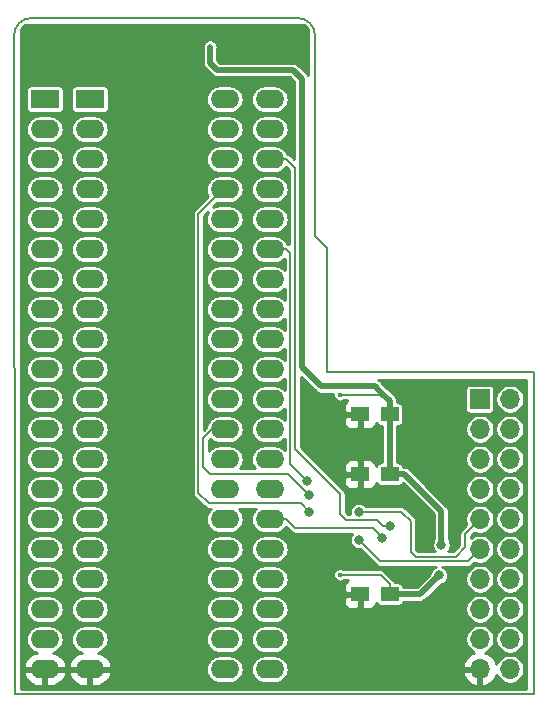
<source format=gbr>
%TF.GenerationSoftware,KiCad,Pcbnew,(5.1.5-0-10_14)*%
%TF.CreationDate,2020-10-24T19:52:31+02:00*%
%TF.ProjectId,c64board,63363462-6f61-4726-942e-6b696361645f,3.1*%
%TF.SameCoordinates,Original*%
%TF.FileFunction,Copper,L2,Bot*%
%TF.FilePolarity,Positive*%
%FSLAX46Y46*%
G04 Gerber Fmt 4.6, Leading zero omitted, Abs format (unit mm)*
G04 Created by KiCad (PCBNEW (5.1.5-0-10_14)) date 2020-10-24 19:52:31*
%MOMM*%
%LPD*%
G04 APERTURE LIST*
%ADD10C,0.150000*%
%ADD11R,1.500000X1.250000*%
%ADD12O,1.700000X1.700000*%
%ADD13R,1.700000X1.700000*%
%ADD14O,2.400000X1.600000*%
%ADD15R,2.400000X1.600000*%
%ADD16C,0.400000*%
%ADD17C,0.800000*%
%ADD18C,0.500000*%
%ADD19C,0.200000*%
%ADD20C,0.254000*%
G04 APERTURE END LIST*
D10*
X132000000Y-50500000D02*
G75*
G02X133500000Y-49000000I1500000J0D01*
G01*
X156000000Y-49000000D02*
G75*
G02X157500000Y-50500000I0J-1500000D01*
G01*
X157500000Y-67500000D02*
X158500000Y-68500000D01*
X157500000Y-65000000D02*
X157500000Y-67500000D01*
X157500000Y-50500000D02*
X157500000Y-65000000D01*
X158500000Y-79000000D02*
X176000000Y-79000000D01*
X158500000Y-79000000D02*
X158500000Y-68500000D01*
X133500000Y-49000000D02*
X156000000Y-49000000D01*
X132080000Y-106250000D02*
X176000000Y-106250000D01*
X132080000Y-106250000D02*
X132000000Y-50500000D01*
X176000000Y-79000000D02*
X176000000Y-106250000D01*
D11*
X161310000Y-87630000D03*
X163810000Y-87630000D03*
X163810000Y-82550000D03*
X161310000Y-82550000D03*
X161310000Y-97790000D03*
X163810000Y-97790000D03*
D12*
X173990000Y-104140000D03*
X171450000Y-104140000D03*
X173990000Y-101600000D03*
X171450000Y-101600000D03*
X173990000Y-99060000D03*
X171450000Y-99060000D03*
X173990000Y-96520000D03*
X171450000Y-96520000D03*
X173990000Y-93980000D03*
X171450000Y-93980000D03*
X173990000Y-91440000D03*
X171450000Y-91440000D03*
X173990000Y-88900000D03*
X171450000Y-88900000D03*
X173990000Y-86360000D03*
X171450000Y-86360000D03*
X173990000Y-83820000D03*
X171450000Y-83820000D03*
X173990000Y-81280000D03*
D13*
X171450000Y-81280000D03*
D14*
X153670000Y-55880000D03*
X138430000Y-104140000D03*
X153670000Y-58420000D03*
X138430000Y-101600000D03*
X153670000Y-60960000D03*
X138430000Y-99060000D03*
X153670000Y-63500000D03*
X138430000Y-96520000D03*
X153670000Y-66040000D03*
X138430000Y-93980000D03*
X153670000Y-68580000D03*
X138430000Y-91440000D03*
X153670000Y-71120000D03*
X138430000Y-88900000D03*
X153670000Y-73660000D03*
X138430000Y-86360000D03*
X153670000Y-76200000D03*
X138430000Y-83820000D03*
X153670000Y-78740000D03*
X138430000Y-81280000D03*
X153670000Y-81280000D03*
X138430000Y-78740000D03*
X153670000Y-83820000D03*
X138430000Y-76200000D03*
X153670000Y-86360000D03*
X138430000Y-73660000D03*
X153670000Y-88900000D03*
X138430000Y-71120000D03*
X153670000Y-91440000D03*
X138430000Y-68580000D03*
X153670000Y-93980000D03*
X138430000Y-66040000D03*
X153670000Y-96520000D03*
X138430000Y-63500000D03*
X153670000Y-99060000D03*
X138430000Y-60960000D03*
X153670000Y-101600000D03*
X138430000Y-58420000D03*
X153670000Y-104140000D03*
D15*
X138430000Y-55880000D03*
D14*
X149860000Y-55880000D03*
X134620000Y-104140000D03*
X149860000Y-58420000D03*
X134620000Y-101600000D03*
X149860000Y-60960000D03*
X134620000Y-99060000D03*
X149860000Y-63500000D03*
X134620000Y-96520000D03*
X149860000Y-66040000D03*
X134620000Y-93980000D03*
X149860000Y-68580000D03*
X134620000Y-91440000D03*
X149860000Y-71120000D03*
X134620000Y-88900000D03*
X149860000Y-73660000D03*
X134620000Y-86360000D03*
X149860000Y-76200000D03*
X134620000Y-83820000D03*
X149860000Y-78740000D03*
X134620000Y-81280000D03*
X149860000Y-81280000D03*
X134620000Y-78740000D03*
X149860000Y-83820000D03*
X134620000Y-76200000D03*
X149860000Y-86360000D03*
X134620000Y-73660000D03*
X149860000Y-88900000D03*
X134620000Y-71120000D03*
X149860000Y-91440000D03*
X134620000Y-68580000D03*
X149860000Y-93980000D03*
X134620000Y-66040000D03*
X149860000Y-96520000D03*
X134620000Y-63500000D03*
X149860000Y-99060000D03*
X134620000Y-60960000D03*
X149860000Y-101600000D03*
X134620000Y-58420000D03*
X149860000Y-104140000D03*
D15*
X134620000Y-55880000D03*
D16*
X161200000Y-85000000D03*
X161800000Y-101000000D03*
X167800000Y-80200000D03*
X168000000Y-89000000D03*
X157600000Y-93400000D03*
X169200000Y-93200000D03*
D17*
X154800000Y-51800000D03*
D16*
X162800000Y-85000000D03*
X143800000Y-57400000D03*
X143600000Y-103200000D03*
D17*
X163800000Y-82600000D03*
X163810000Y-87630000D03*
X168200000Y-93600000D03*
X167999998Y-96199998D03*
D16*
X159610000Y-96135000D03*
X159610000Y-80895000D03*
X148610000Y-51435000D03*
D17*
X161199996Y-93200000D03*
X161200000Y-90800000D03*
X163800000Y-92000000D03*
X157000000Y-90800000D03*
X156800000Y-88200000D03*
X157000000Y-89400000D03*
X163200000Y-93000000D03*
D18*
X163810000Y-82550000D02*
X163810000Y-87630000D01*
X163810000Y-87630000D02*
X163810000Y-87630000D01*
X165060000Y-87630000D02*
X168200000Y-90770000D01*
X163810000Y-87630000D02*
X165060000Y-87630000D01*
X168200000Y-90770000D02*
X168200000Y-93600000D01*
X163810000Y-97790000D02*
X166409996Y-97790000D01*
X166409996Y-97790000D02*
X167999998Y-96199998D01*
D19*
X163810000Y-97790000D02*
X163810000Y-96965000D01*
X159610000Y-96135000D02*
X162980000Y-96135000D01*
X162980000Y-96135000D02*
X163122500Y-96277500D01*
X163122500Y-96277500D02*
X163045000Y-96200000D01*
X163810000Y-96965000D02*
X163122500Y-96277500D01*
D18*
X163810000Y-82550000D02*
X163810000Y-81425000D01*
D19*
X163100000Y-80900000D02*
X163200000Y-80800000D01*
X159615000Y-80900000D02*
X163100000Y-80900000D01*
X159610000Y-80895000D02*
X159615000Y-80900000D01*
D18*
X163810000Y-81425000D02*
X163200000Y-80800000D01*
X148600000Y-51445000D02*
X148610000Y-51435000D01*
X148600000Y-52800000D02*
X148600000Y-51445000D01*
X156350010Y-78550010D02*
X156350010Y-54150010D01*
X158000000Y-80200000D02*
X156350010Y-78550010D01*
X149200000Y-53400000D02*
X148600000Y-52800000D01*
X155600000Y-53400000D02*
X149200000Y-53400000D01*
X163200000Y-80800000D02*
X162600000Y-80200000D01*
X162600000Y-80200000D02*
X158000000Y-80200000D01*
X156350010Y-54150010D02*
X155600000Y-53400000D01*
D19*
X162999996Y-95000000D02*
X161199996Y-93200000D01*
X170430000Y-95000000D02*
X162999996Y-95000000D01*
X171450000Y-93980000D02*
X170430000Y-95000000D01*
X170200000Y-92690000D02*
X171450000Y-91440000D01*
X170200000Y-93800000D02*
X170200000Y-92690000D01*
X169400010Y-94599990D02*
X170200000Y-93800000D01*
X165600000Y-94200000D02*
X165999990Y-94599990D01*
X165999990Y-94599990D02*
X169400010Y-94599990D01*
X165600000Y-91600000D02*
X165600000Y-94200000D01*
X164800000Y-90800000D02*
X165600000Y-91600000D01*
X161200000Y-90800000D02*
X164800000Y-90800000D01*
X155070000Y-60960000D02*
X153670000Y-60960000D01*
X155800000Y-85500000D02*
X155800000Y-61690000D01*
X160100001Y-91500001D02*
X159600000Y-91000000D01*
X162734316Y-91500001D02*
X160100001Y-91500001D01*
X159600000Y-91000000D02*
X159600000Y-89300000D01*
X155800000Y-61690000D02*
X155070000Y-60960000D01*
X159600000Y-89300000D02*
X155800000Y-85500000D01*
X163234315Y-92000000D02*
X162734316Y-91500001D01*
X163800000Y-92000000D02*
X163234315Y-92000000D01*
X147600000Y-65600000D02*
X149700000Y-63500000D01*
X147600000Y-89200000D02*
X147600000Y-65600000D01*
X148500000Y-90100000D02*
X147600000Y-89200000D01*
X149700000Y-63500000D02*
X149860000Y-63500000D01*
X156300000Y-90100000D02*
X148500000Y-90100000D01*
X157000000Y-90800000D02*
X156300000Y-90100000D01*
X155070000Y-68580000D02*
X153670000Y-68580000D01*
X155400000Y-68910000D02*
X155070000Y-68580000D01*
X155400000Y-86800000D02*
X155400000Y-68910000D01*
X156800000Y-88200000D02*
X155400000Y-86800000D01*
X148780000Y-83820000D02*
X149860000Y-83820000D01*
X148000000Y-87000000D02*
X148000000Y-84600000D01*
X157000000Y-89400000D02*
X155200000Y-87600000D01*
X155200000Y-87600000D02*
X148600000Y-87600000D01*
X148600000Y-87600000D02*
X148000000Y-87000000D01*
X148000000Y-84600000D02*
X148780000Y-83820000D01*
X162800001Y-92600001D02*
X163200000Y-93000000D01*
X155070000Y-91440000D02*
X155830001Y-92200001D01*
X155830001Y-92200001D02*
X162400001Y-92200001D01*
X162400001Y-92200001D02*
X162800001Y-92600001D01*
X153670000Y-91440000D02*
X155070000Y-91440000D01*
D20*
G36*
X156578753Y-49628903D02*
G01*
X156736930Y-49757908D01*
X156867034Y-49915178D01*
X156873000Y-49926212D01*
X156873000Y-53798930D01*
X156795511Y-53704509D01*
X156771588Y-53684876D01*
X156065138Y-52978427D01*
X156045501Y-52954499D01*
X155950028Y-52876147D01*
X155841103Y-52817925D01*
X155722913Y-52782073D01*
X155630794Y-52773000D01*
X155600000Y-52769967D01*
X155569206Y-52773000D01*
X149459712Y-52773000D01*
X149227000Y-52540289D01*
X149227000Y-51560968D01*
X149227927Y-51557912D01*
X149240033Y-51435001D01*
X149227927Y-51312088D01*
X149192074Y-51193897D01*
X149133852Y-51084973D01*
X149055500Y-50989500D01*
X148960027Y-50911148D01*
X148851103Y-50852926D01*
X148732912Y-50817073D01*
X148609999Y-50804967D01*
X148487088Y-50817073D01*
X148368897Y-50852926D01*
X148259973Y-50911148D01*
X148188419Y-50969870D01*
X148178423Y-50979866D01*
X148154500Y-50999499D01*
X148076148Y-51094972D01*
X148023271Y-51193897D01*
X148017926Y-51203897D01*
X147982073Y-51322088D01*
X147969967Y-51445000D01*
X147973001Y-51475804D01*
X147973000Y-52769206D01*
X147969967Y-52800000D01*
X147973000Y-52830793D01*
X147982073Y-52922912D01*
X148017925Y-53041102D01*
X148076147Y-53150027D01*
X148154499Y-53245501D01*
X148178427Y-53265138D01*
X148734866Y-53821578D01*
X148754499Y-53845501D01*
X148849972Y-53923853D01*
X148958897Y-53982075D01*
X149077087Y-54017927D01*
X149199999Y-54030033D01*
X149230793Y-54027000D01*
X155340289Y-54027000D01*
X155723011Y-54409723D01*
X155723011Y-60938431D01*
X155423855Y-60639276D01*
X155408921Y-60621079D01*
X155336289Y-60561471D01*
X155253423Y-60517178D01*
X155163508Y-60489903D01*
X155152747Y-60488843D01*
X155053374Y-60302930D01*
X154906291Y-60123709D01*
X154727070Y-59976626D01*
X154522597Y-59867333D01*
X154300732Y-59800031D01*
X154127812Y-59783000D01*
X153212188Y-59783000D01*
X153039268Y-59800031D01*
X152817403Y-59867333D01*
X152612930Y-59976626D01*
X152433709Y-60123709D01*
X152286626Y-60302930D01*
X152177333Y-60507403D01*
X152110031Y-60729268D01*
X152087306Y-60960000D01*
X152110031Y-61190732D01*
X152177333Y-61412597D01*
X152286626Y-61617070D01*
X152433709Y-61796291D01*
X152612930Y-61943374D01*
X152817403Y-62052667D01*
X153039268Y-62119969D01*
X153212188Y-62137000D01*
X154127812Y-62137000D01*
X154300732Y-62119969D01*
X154522597Y-62052667D01*
X154727070Y-61943374D01*
X154906291Y-61796291D01*
X155052976Y-61617555D01*
X155323001Y-61887581D01*
X155323001Y-68174368D01*
X155253423Y-68137178D01*
X155163508Y-68109903D01*
X155152747Y-68108843D01*
X155053374Y-67922930D01*
X154906291Y-67743709D01*
X154727070Y-67596626D01*
X154522597Y-67487333D01*
X154300732Y-67420031D01*
X154127812Y-67403000D01*
X153212188Y-67403000D01*
X153039268Y-67420031D01*
X152817403Y-67487333D01*
X152612930Y-67596626D01*
X152433709Y-67743709D01*
X152286626Y-67922930D01*
X152177333Y-68127403D01*
X152110031Y-68349268D01*
X152087306Y-68580000D01*
X152110031Y-68810732D01*
X152177333Y-69032597D01*
X152286626Y-69237070D01*
X152433709Y-69416291D01*
X152612930Y-69563374D01*
X152817403Y-69672667D01*
X153039268Y-69739969D01*
X153212188Y-69757000D01*
X154127812Y-69757000D01*
X154300732Y-69739969D01*
X154522597Y-69672667D01*
X154727070Y-69563374D01*
X154906291Y-69416291D01*
X154923001Y-69395930D01*
X154923001Y-70304070D01*
X154906291Y-70283709D01*
X154727070Y-70136626D01*
X154522597Y-70027333D01*
X154300732Y-69960031D01*
X154127812Y-69943000D01*
X153212188Y-69943000D01*
X153039268Y-69960031D01*
X152817403Y-70027333D01*
X152612930Y-70136626D01*
X152433709Y-70283709D01*
X152286626Y-70462930D01*
X152177333Y-70667403D01*
X152110031Y-70889268D01*
X152087306Y-71120000D01*
X152110031Y-71350732D01*
X152177333Y-71572597D01*
X152286626Y-71777070D01*
X152433709Y-71956291D01*
X152612930Y-72103374D01*
X152817403Y-72212667D01*
X153039268Y-72279969D01*
X153212188Y-72297000D01*
X154127812Y-72297000D01*
X154300732Y-72279969D01*
X154522597Y-72212667D01*
X154727070Y-72103374D01*
X154906291Y-71956291D01*
X154923001Y-71935930D01*
X154923001Y-72844070D01*
X154906291Y-72823709D01*
X154727070Y-72676626D01*
X154522597Y-72567333D01*
X154300732Y-72500031D01*
X154127812Y-72483000D01*
X153212188Y-72483000D01*
X153039268Y-72500031D01*
X152817403Y-72567333D01*
X152612930Y-72676626D01*
X152433709Y-72823709D01*
X152286626Y-73002930D01*
X152177333Y-73207403D01*
X152110031Y-73429268D01*
X152087306Y-73660000D01*
X152110031Y-73890732D01*
X152177333Y-74112597D01*
X152286626Y-74317070D01*
X152433709Y-74496291D01*
X152612930Y-74643374D01*
X152817403Y-74752667D01*
X153039268Y-74819969D01*
X153212188Y-74837000D01*
X154127812Y-74837000D01*
X154300732Y-74819969D01*
X154522597Y-74752667D01*
X154727070Y-74643374D01*
X154906291Y-74496291D01*
X154923001Y-74475930D01*
X154923001Y-75384070D01*
X154906291Y-75363709D01*
X154727070Y-75216626D01*
X154522597Y-75107333D01*
X154300732Y-75040031D01*
X154127812Y-75023000D01*
X153212188Y-75023000D01*
X153039268Y-75040031D01*
X152817403Y-75107333D01*
X152612930Y-75216626D01*
X152433709Y-75363709D01*
X152286626Y-75542930D01*
X152177333Y-75747403D01*
X152110031Y-75969268D01*
X152087306Y-76200000D01*
X152110031Y-76430732D01*
X152177333Y-76652597D01*
X152286626Y-76857070D01*
X152433709Y-77036291D01*
X152612930Y-77183374D01*
X152817403Y-77292667D01*
X153039268Y-77359969D01*
X153212188Y-77377000D01*
X154127812Y-77377000D01*
X154300732Y-77359969D01*
X154522597Y-77292667D01*
X154727070Y-77183374D01*
X154906291Y-77036291D01*
X154923001Y-77015930D01*
X154923000Y-77924070D01*
X154906291Y-77903709D01*
X154727070Y-77756626D01*
X154522597Y-77647333D01*
X154300732Y-77580031D01*
X154127812Y-77563000D01*
X153212188Y-77563000D01*
X153039268Y-77580031D01*
X152817403Y-77647333D01*
X152612930Y-77756626D01*
X152433709Y-77903709D01*
X152286626Y-78082930D01*
X152177333Y-78287403D01*
X152110031Y-78509268D01*
X152087306Y-78740000D01*
X152110031Y-78970732D01*
X152177333Y-79192597D01*
X152286626Y-79397070D01*
X152433709Y-79576291D01*
X152612930Y-79723374D01*
X152817403Y-79832667D01*
X153039268Y-79899969D01*
X153212188Y-79917000D01*
X154127812Y-79917000D01*
X154300732Y-79899969D01*
X154522597Y-79832667D01*
X154727070Y-79723374D01*
X154906291Y-79576291D01*
X154923000Y-79555931D01*
X154923000Y-80464069D01*
X154906291Y-80443709D01*
X154727070Y-80296626D01*
X154522597Y-80187333D01*
X154300732Y-80120031D01*
X154127812Y-80103000D01*
X153212188Y-80103000D01*
X153039268Y-80120031D01*
X152817403Y-80187333D01*
X152612930Y-80296626D01*
X152433709Y-80443709D01*
X152286626Y-80622930D01*
X152177333Y-80827403D01*
X152110031Y-81049268D01*
X152087306Y-81280000D01*
X152110031Y-81510732D01*
X152177333Y-81732597D01*
X152286626Y-81937070D01*
X152433709Y-82116291D01*
X152612930Y-82263374D01*
X152817403Y-82372667D01*
X153039268Y-82439969D01*
X153212188Y-82457000D01*
X154127812Y-82457000D01*
X154300732Y-82439969D01*
X154522597Y-82372667D01*
X154727070Y-82263374D01*
X154906291Y-82116291D01*
X154923000Y-82095931D01*
X154923000Y-83004069D01*
X154906291Y-82983709D01*
X154727070Y-82836626D01*
X154522597Y-82727333D01*
X154300732Y-82660031D01*
X154127812Y-82643000D01*
X153212188Y-82643000D01*
X153039268Y-82660031D01*
X152817403Y-82727333D01*
X152612930Y-82836626D01*
X152433709Y-82983709D01*
X152286626Y-83162930D01*
X152177333Y-83367403D01*
X152110031Y-83589268D01*
X152087306Y-83820000D01*
X152110031Y-84050732D01*
X152177333Y-84272597D01*
X152286626Y-84477070D01*
X152433709Y-84656291D01*
X152612930Y-84803374D01*
X152817403Y-84912667D01*
X153039268Y-84979969D01*
X153212188Y-84997000D01*
X154127812Y-84997000D01*
X154300732Y-84979969D01*
X154522597Y-84912667D01*
X154727070Y-84803374D01*
X154906291Y-84656291D01*
X154923000Y-84635931D01*
X154923000Y-85544069D01*
X154906291Y-85523709D01*
X154727070Y-85376626D01*
X154522597Y-85267333D01*
X154300732Y-85200031D01*
X154127812Y-85183000D01*
X153212188Y-85183000D01*
X153039268Y-85200031D01*
X152817403Y-85267333D01*
X152612930Y-85376626D01*
X152433709Y-85523709D01*
X152286626Y-85702930D01*
X152177333Y-85907403D01*
X152110031Y-86129268D01*
X152087306Y-86360000D01*
X152110031Y-86590732D01*
X152177333Y-86812597D01*
X152286626Y-87017070D01*
X152373561Y-87123000D01*
X151156439Y-87123000D01*
X151243374Y-87017070D01*
X151352667Y-86812597D01*
X151419969Y-86590732D01*
X151442694Y-86360000D01*
X151419969Y-86129268D01*
X151352667Y-85907403D01*
X151243374Y-85702930D01*
X151096291Y-85523709D01*
X150917070Y-85376626D01*
X150712597Y-85267333D01*
X150490732Y-85200031D01*
X150317812Y-85183000D01*
X149402188Y-85183000D01*
X149229268Y-85200031D01*
X149007403Y-85267333D01*
X148802930Y-85376626D01*
X148623709Y-85523709D01*
X148477000Y-85702474D01*
X148477000Y-84797579D01*
X148621266Y-84653314D01*
X148623709Y-84656291D01*
X148802930Y-84803374D01*
X149007403Y-84912667D01*
X149229268Y-84979969D01*
X149402188Y-84997000D01*
X150317812Y-84997000D01*
X150490732Y-84979969D01*
X150712597Y-84912667D01*
X150917070Y-84803374D01*
X151096291Y-84656291D01*
X151243374Y-84477070D01*
X151352667Y-84272597D01*
X151419969Y-84050732D01*
X151442694Y-83820000D01*
X151419969Y-83589268D01*
X151352667Y-83367403D01*
X151243374Y-83162930D01*
X151096291Y-82983709D01*
X150917070Y-82836626D01*
X150712597Y-82727333D01*
X150490732Y-82660031D01*
X150317812Y-82643000D01*
X149402188Y-82643000D01*
X149229268Y-82660031D01*
X149007403Y-82727333D01*
X148802930Y-82836626D01*
X148623709Y-82983709D01*
X148476626Y-83162930D01*
X148367333Y-83367403D01*
X148300031Y-83589268D01*
X148296085Y-83629335D01*
X148077000Y-83848420D01*
X148077000Y-81280000D01*
X148277306Y-81280000D01*
X148300031Y-81510732D01*
X148367333Y-81732597D01*
X148476626Y-81937070D01*
X148623709Y-82116291D01*
X148802930Y-82263374D01*
X149007403Y-82372667D01*
X149229268Y-82439969D01*
X149402188Y-82457000D01*
X150317812Y-82457000D01*
X150490732Y-82439969D01*
X150712597Y-82372667D01*
X150917070Y-82263374D01*
X151096291Y-82116291D01*
X151243374Y-81937070D01*
X151352667Y-81732597D01*
X151419969Y-81510732D01*
X151442694Y-81280000D01*
X151419969Y-81049268D01*
X151352667Y-80827403D01*
X151243374Y-80622930D01*
X151096291Y-80443709D01*
X150917070Y-80296626D01*
X150712597Y-80187333D01*
X150490732Y-80120031D01*
X150317812Y-80103000D01*
X149402188Y-80103000D01*
X149229268Y-80120031D01*
X149007403Y-80187333D01*
X148802930Y-80296626D01*
X148623709Y-80443709D01*
X148476626Y-80622930D01*
X148367333Y-80827403D01*
X148300031Y-81049268D01*
X148277306Y-81280000D01*
X148077000Y-81280000D01*
X148077000Y-78740000D01*
X148277306Y-78740000D01*
X148300031Y-78970732D01*
X148367333Y-79192597D01*
X148476626Y-79397070D01*
X148623709Y-79576291D01*
X148802930Y-79723374D01*
X149007403Y-79832667D01*
X149229268Y-79899969D01*
X149402188Y-79917000D01*
X150317812Y-79917000D01*
X150490732Y-79899969D01*
X150712597Y-79832667D01*
X150917070Y-79723374D01*
X151096291Y-79576291D01*
X151243374Y-79397070D01*
X151352667Y-79192597D01*
X151419969Y-78970732D01*
X151442694Y-78740000D01*
X151419969Y-78509268D01*
X151352667Y-78287403D01*
X151243374Y-78082930D01*
X151096291Y-77903709D01*
X150917070Y-77756626D01*
X150712597Y-77647333D01*
X150490732Y-77580031D01*
X150317812Y-77563000D01*
X149402188Y-77563000D01*
X149229268Y-77580031D01*
X149007403Y-77647333D01*
X148802930Y-77756626D01*
X148623709Y-77903709D01*
X148476626Y-78082930D01*
X148367333Y-78287403D01*
X148300031Y-78509268D01*
X148277306Y-78740000D01*
X148077000Y-78740000D01*
X148077000Y-76200000D01*
X148277306Y-76200000D01*
X148300031Y-76430732D01*
X148367333Y-76652597D01*
X148476626Y-76857070D01*
X148623709Y-77036291D01*
X148802930Y-77183374D01*
X149007403Y-77292667D01*
X149229268Y-77359969D01*
X149402188Y-77377000D01*
X150317812Y-77377000D01*
X150490732Y-77359969D01*
X150712597Y-77292667D01*
X150917070Y-77183374D01*
X151096291Y-77036291D01*
X151243374Y-76857070D01*
X151352667Y-76652597D01*
X151419969Y-76430732D01*
X151442694Y-76200000D01*
X151419969Y-75969268D01*
X151352667Y-75747403D01*
X151243374Y-75542930D01*
X151096291Y-75363709D01*
X150917070Y-75216626D01*
X150712597Y-75107333D01*
X150490732Y-75040031D01*
X150317812Y-75023000D01*
X149402188Y-75023000D01*
X149229268Y-75040031D01*
X149007403Y-75107333D01*
X148802930Y-75216626D01*
X148623709Y-75363709D01*
X148476626Y-75542930D01*
X148367333Y-75747403D01*
X148300031Y-75969268D01*
X148277306Y-76200000D01*
X148077000Y-76200000D01*
X148077000Y-73660000D01*
X148277306Y-73660000D01*
X148300031Y-73890732D01*
X148367333Y-74112597D01*
X148476626Y-74317070D01*
X148623709Y-74496291D01*
X148802930Y-74643374D01*
X149007403Y-74752667D01*
X149229268Y-74819969D01*
X149402188Y-74837000D01*
X150317812Y-74837000D01*
X150490732Y-74819969D01*
X150712597Y-74752667D01*
X150917070Y-74643374D01*
X151096291Y-74496291D01*
X151243374Y-74317070D01*
X151352667Y-74112597D01*
X151419969Y-73890732D01*
X151442694Y-73660000D01*
X151419969Y-73429268D01*
X151352667Y-73207403D01*
X151243374Y-73002930D01*
X151096291Y-72823709D01*
X150917070Y-72676626D01*
X150712597Y-72567333D01*
X150490732Y-72500031D01*
X150317812Y-72483000D01*
X149402188Y-72483000D01*
X149229268Y-72500031D01*
X149007403Y-72567333D01*
X148802930Y-72676626D01*
X148623709Y-72823709D01*
X148476626Y-73002930D01*
X148367333Y-73207403D01*
X148300031Y-73429268D01*
X148277306Y-73660000D01*
X148077000Y-73660000D01*
X148077000Y-71120000D01*
X148277306Y-71120000D01*
X148300031Y-71350732D01*
X148367333Y-71572597D01*
X148476626Y-71777070D01*
X148623709Y-71956291D01*
X148802930Y-72103374D01*
X149007403Y-72212667D01*
X149229268Y-72279969D01*
X149402188Y-72297000D01*
X150317812Y-72297000D01*
X150490732Y-72279969D01*
X150712597Y-72212667D01*
X150917070Y-72103374D01*
X151096291Y-71956291D01*
X151243374Y-71777070D01*
X151352667Y-71572597D01*
X151419969Y-71350732D01*
X151442694Y-71120000D01*
X151419969Y-70889268D01*
X151352667Y-70667403D01*
X151243374Y-70462930D01*
X151096291Y-70283709D01*
X150917070Y-70136626D01*
X150712597Y-70027333D01*
X150490732Y-69960031D01*
X150317812Y-69943000D01*
X149402188Y-69943000D01*
X149229268Y-69960031D01*
X149007403Y-70027333D01*
X148802930Y-70136626D01*
X148623709Y-70283709D01*
X148476626Y-70462930D01*
X148367333Y-70667403D01*
X148300031Y-70889268D01*
X148277306Y-71120000D01*
X148077000Y-71120000D01*
X148077000Y-68580000D01*
X148277306Y-68580000D01*
X148300031Y-68810732D01*
X148367333Y-69032597D01*
X148476626Y-69237070D01*
X148623709Y-69416291D01*
X148802930Y-69563374D01*
X149007403Y-69672667D01*
X149229268Y-69739969D01*
X149402188Y-69757000D01*
X150317812Y-69757000D01*
X150490732Y-69739969D01*
X150712597Y-69672667D01*
X150917070Y-69563374D01*
X151096291Y-69416291D01*
X151243374Y-69237070D01*
X151352667Y-69032597D01*
X151419969Y-68810732D01*
X151442694Y-68580000D01*
X151419969Y-68349268D01*
X151352667Y-68127403D01*
X151243374Y-67922930D01*
X151096291Y-67743709D01*
X150917070Y-67596626D01*
X150712597Y-67487333D01*
X150490732Y-67420031D01*
X150317812Y-67403000D01*
X149402188Y-67403000D01*
X149229268Y-67420031D01*
X149007403Y-67487333D01*
X148802930Y-67596626D01*
X148623709Y-67743709D01*
X148476626Y-67922930D01*
X148367333Y-68127403D01*
X148300031Y-68349268D01*
X148277306Y-68580000D01*
X148077000Y-68580000D01*
X148077000Y-65797579D01*
X148459375Y-65415204D01*
X148367333Y-65587403D01*
X148300031Y-65809268D01*
X148277306Y-66040000D01*
X148300031Y-66270732D01*
X148367333Y-66492597D01*
X148476626Y-66697070D01*
X148623709Y-66876291D01*
X148802930Y-67023374D01*
X149007403Y-67132667D01*
X149229268Y-67199969D01*
X149402188Y-67217000D01*
X150317812Y-67217000D01*
X150490732Y-67199969D01*
X150712597Y-67132667D01*
X150917070Y-67023374D01*
X151096291Y-66876291D01*
X151243374Y-66697070D01*
X151352667Y-66492597D01*
X151419969Y-66270732D01*
X151442694Y-66040000D01*
X152087306Y-66040000D01*
X152110031Y-66270732D01*
X152177333Y-66492597D01*
X152286626Y-66697070D01*
X152433709Y-66876291D01*
X152612930Y-67023374D01*
X152817403Y-67132667D01*
X153039268Y-67199969D01*
X153212188Y-67217000D01*
X154127812Y-67217000D01*
X154300732Y-67199969D01*
X154522597Y-67132667D01*
X154727070Y-67023374D01*
X154906291Y-66876291D01*
X155053374Y-66697070D01*
X155162667Y-66492597D01*
X155229969Y-66270732D01*
X155252694Y-66040000D01*
X155229969Y-65809268D01*
X155162667Y-65587403D01*
X155053374Y-65382930D01*
X154906291Y-65203709D01*
X154727070Y-65056626D01*
X154522597Y-64947333D01*
X154300732Y-64880031D01*
X154127812Y-64863000D01*
X153212188Y-64863000D01*
X153039268Y-64880031D01*
X152817403Y-64947333D01*
X152612930Y-65056626D01*
X152433709Y-65203709D01*
X152286626Y-65382930D01*
X152177333Y-65587403D01*
X152110031Y-65809268D01*
X152087306Y-66040000D01*
X151442694Y-66040000D01*
X151419969Y-65809268D01*
X151352667Y-65587403D01*
X151243374Y-65382930D01*
X151096291Y-65203709D01*
X150917070Y-65056626D01*
X150712597Y-64947333D01*
X150490732Y-64880031D01*
X150317812Y-64863000D01*
X149402188Y-64863000D01*
X149229268Y-64880031D01*
X149007403Y-64947333D01*
X148835204Y-65039375D01*
X149218022Y-64656558D01*
X149229268Y-64659969D01*
X149402188Y-64677000D01*
X150317812Y-64677000D01*
X150490732Y-64659969D01*
X150712597Y-64592667D01*
X150917070Y-64483374D01*
X151096291Y-64336291D01*
X151243374Y-64157070D01*
X151352667Y-63952597D01*
X151419969Y-63730732D01*
X151442694Y-63500000D01*
X152087306Y-63500000D01*
X152110031Y-63730732D01*
X152177333Y-63952597D01*
X152286626Y-64157070D01*
X152433709Y-64336291D01*
X152612930Y-64483374D01*
X152817403Y-64592667D01*
X153039268Y-64659969D01*
X153212188Y-64677000D01*
X154127812Y-64677000D01*
X154300732Y-64659969D01*
X154522597Y-64592667D01*
X154727070Y-64483374D01*
X154906291Y-64336291D01*
X155053374Y-64157070D01*
X155162667Y-63952597D01*
X155229969Y-63730732D01*
X155252694Y-63500000D01*
X155229969Y-63269268D01*
X155162667Y-63047403D01*
X155053374Y-62842930D01*
X154906291Y-62663709D01*
X154727070Y-62516626D01*
X154522597Y-62407333D01*
X154300732Y-62340031D01*
X154127812Y-62323000D01*
X153212188Y-62323000D01*
X153039268Y-62340031D01*
X152817403Y-62407333D01*
X152612930Y-62516626D01*
X152433709Y-62663709D01*
X152286626Y-62842930D01*
X152177333Y-63047403D01*
X152110031Y-63269268D01*
X152087306Y-63500000D01*
X151442694Y-63500000D01*
X151419969Y-63269268D01*
X151352667Y-63047403D01*
X151243374Y-62842930D01*
X151096291Y-62663709D01*
X150917070Y-62516626D01*
X150712597Y-62407333D01*
X150490732Y-62340031D01*
X150317812Y-62323000D01*
X149402188Y-62323000D01*
X149229268Y-62340031D01*
X149007403Y-62407333D01*
X148802930Y-62516626D01*
X148623709Y-62663709D01*
X148476626Y-62842930D01*
X148367333Y-63047403D01*
X148300031Y-63269268D01*
X148277306Y-63500000D01*
X148300031Y-63730732D01*
X148367333Y-63952597D01*
X148438911Y-64086510D01*
X147279271Y-65246150D01*
X147261080Y-65261079D01*
X147201472Y-65333711D01*
X147177990Y-65377643D01*
X147157178Y-65416578D01*
X147129903Y-65506493D01*
X147120694Y-65600000D01*
X147123001Y-65623425D01*
X147123000Y-89176585D01*
X147120694Y-89200000D01*
X147123000Y-89223415D01*
X147123000Y-89223422D01*
X147129903Y-89293507D01*
X147157178Y-89383422D01*
X147201471Y-89466289D01*
X147261079Y-89538921D01*
X147279276Y-89553855D01*
X148146147Y-90420727D01*
X148161079Y-90438921D01*
X148233711Y-90498529D01*
X148316577Y-90542822D01*
X148406492Y-90570097D01*
X148476577Y-90577000D01*
X148476584Y-90577000D01*
X148499999Y-90579306D01*
X148523414Y-90577000D01*
X148656254Y-90577000D01*
X148623709Y-90603709D01*
X148476626Y-90782930D01*
X148367333Y-90987403D01*
X148300031Y-91209268D01*
X148277306Y-91440000D01*
X148300031Y-91670732D01*
X148367333Y-91892597D01*
X148476626Y-92097070D01*
X148623709Y-92276291D01*
X148802930Y-92423374D01*
X149007403Y-92532667D01*
X149229268Y-92599969D01*
X149402188Y-92617000D01*
X150317812Y-92617000D01*
X150490732Y-92599969D01*
X150712597Y-92532667D01*
X150917070Y-92423374D01*
X151096291Y-92276291D01*
X151243374Y-92097070D01*
X151352667Y-91892597D01*
X151419969Y-91670732D01*
X151442694Y-91440000D01*
X151419969Y-91209268D01*
X151352667Y-90987403D01*
X151243374Y-90782930D01*
X151096291Y-90603709D01*
X151063746Y-90577000D01*
X152466254Y-90577000D01*
X152433709Y-90603709D01*
X152286626Y-90782930D01*
X152177333Y-90987403D01*
X152110031Y-91209268D01*
X152087306Y-91440000D01*
X152110031Y-91670732D01*
X152177333Y-91892597D01*
X152286626Y-92097070D01*
X152433709Y-92276291D01*
X152612930Y-92423374D01*
X152817403Y-92532667D01*
X153039268Y-92599969D01*
X153212188Y-92617000D01*
X154127812Y-92617000D01*
X154300732Y-92599969D01*
X154522597Y-92532667D01*
X154727070Y-92423374D01*
X154906291Y-92276291D01*
X155052976Y-92097555D01*
X155476148Y-92520728D01*
X155491080Y-92538922D01*
X155563712Y-92598530D01*
X155646578Y-92642823D01*
X155736493Y-92670098D01*
X155806578Y-92677001D01*
X155806586Y-92677001D01*
X155830001Y-92679307D01*
X155853416Y-92677001D01*
X160624150Y-92677001D01*
X160596460Y-92704691D01*
X160511427Y-92831952D01*
X160452855Y-92973357D01*
X160422996Y-93123472D01*
X160422996Y-93276528D01*
X160452855Y-93426643D01*
X160511427Y-93568048D01*
X160596460Y-93695309D01*
X160704687Y-93803536D01*
X160831948Y-93888569D01*
X160973353Y-93947141D01*
X161123468Y-93977000D01*
X161276524Y-93977000D01*
X161298121Y-93972704D01*
X162646145Y-95320729D01*
X162661075Y-95338921D01*
X162733707Y-95398529D01*
X162816573Y-95442822D01*
X162879212Y-95461823D01*
X162906487Y-95470097D01*
X162915334Y-95470968D01*
X162976573Y-95477000D01*
X162976580Y-95477000D01*
X162999995Y-95479306D01*
X163023410Y-95477000D01*
X167715069Y-95477000D01*
X167631950Y-95511429D01*
X167504689Y-95596462D01*
X167396462Y-95704689D01*
X167311429Y-95831950D01*
X167252857Y-95973355D01*
X167231237Y-96082047D01*
X166150285Y-97163000D01*
X164938627Y-97163000D01*
X164931545Y-97091095D01*
X164909988Y-97020030D01*
X164874981Y-96954537D01*
X164827869Y-96897131D01*
X164770463Y-96850019D01*
X164704970Y-96815012D01*
X164633905Y-96793455D01*
X164560000Y-96786176D01*
X164254217Y-96786176D01*
X164252822Y-96781577D01*
X164208529Y-96698711D01*
X164189914Y-96676029D01*
X164163852Y-96644272D01*
X164163850Y-96644270D01*
X164148921Y-96626079D01*
X164130729Y-96611149D01*
X163443227Y-95923648D01*
X163333855Y-95814276D01*
X163318921Y-95796079D01*
X163246289Y-95736471D01*
X163163423Y-95692178D01*
X163073508Y-95664903D01*
X163003423Y-95658000D01*
X163003415Y-95658000D01*
X162980000Y-95655694D01*
X162956585Y-95658000D01*
X159934692Y-95658000D01*
X159883312Y-95623669D01*
X159778305Y-95580174D01*
X159666830Y-95558000D01*
X159553170Y-95558000D01*
X159441695Y-95580174D01*
X159336688Y-95623669D01*
X159242184Y-95686815D01*
X159161815Y-95767184D01*
X159098669Y-95861688D01*
X159055174Y-95966695D01*
X159033000Y-96078170D01*
X159033000Y-96191830D01*
X159055174Y-96303305D01*
X159098669Y-96408312D01*
X159161815Y-96502816D01*
X159242184Y-96583185D01*
X159336688Y-96646331D01*
X159441695Y-96689826D01*
X159553170Y-96712000D01*
X159666830Y-96712000D01*
X159778305Y-96689826D01*
X159883312Y-96646331D01*
X159934692Y-96612000D01*
X160247531Y-96612000D01*
X160205506Y-96634463D01*
X160108815Y-96713815D01*
X160029463Y-96810506D01*
X159970498Y-96920820D01*
X159934188Y-97040518D01*
X159921928Y-97165000D01*
X159925000Y-97504250D01*
X160083750Y-97663000D01*
X161183000Y-97663000D01*
X161183000Y-97643000D01*
X161437000Y-97643000D01*
X161437000Y-97663000D01*
X161457000Y-97663000D01*
X161457000Y-97917000D01*
X161437000Y-97917000D01*
X161437000Y-98891250D01*
X161595750Y-99050000D01*
X162060000Y-99053072D01*
X162184482Y-99040812D01*
X162304180Y-99004502D01*
X162414494Y-98945537D01*
X162422275Y-98939151D01*
X170223000Y-98939151D01*
X170223000Y-99180849D01*
X170270153Y-99417903D01*
X170362647Y-99641202D01*
X170496927Y-99842167D01*
X170667833Y-100013073D01*
X170868798Y-100147353D01*
X171092097Y-100239847D01*
X171329151Y-100287000D01*
X171570849Y-100287000D01*
X171807903Y-100239847D01*
X172031202Y-100147353D01*
X172232167Y-100013073D01*
X172403073Y-99842167D01*
X172537353Y-99641202D01*
X172629847Y-99417903D01*
X172677000Y-99180849D01*
X172677000Y-98939151D01*
X172763000Y-98939151D01*
X172763000Y-99180849D01*
X172810153Y-99417903D01*
X172902647Y-99641202D01*
X173036927Y-99842167D01*
X173207833Y-100013073D01*
X173408798Y-100147353D01*
X173632097Y-100239847D01*
X173869151Y-100287000D01*
X174110849Y-100287000D01*
X174347903Y-100239847D01*
X174571202Y-100147353D01*
X174772167Y-100013073D01*
X174943073Y-99842167D01*
X175077353Y-99641202D01*
X175169847Y-99417903D01*
X175217000Y-99180849D01*
X175217000Y-98939151D01*
X175169847Y-98702097D01*
X175077353Y-98478798D01*
X174943073Y-98277833D01*
X174772167Y-98106927D01*
X174571202Y-97972647D01*
X174347903Y-97880153D01*
X174110849Y-97833000D01*
X173869151Y-97833000D01*
X173632097Y-97880153D01*
X173408798Y-97972647D01*
X173207833Y-98106927D01*
X173036927Y-98277833D01*
X172902647Y-98478798D01*
X172810153Y-98702097D01*
X172763000Y-98939151D01*
X172677000Y-98939151D01*
X172629847Y-98702097D01*
X172537353Y-98478798D01*
X172403073Y-98277833D01*
X172232167Y-98106927D01*
X172031202Y-97972647D01*
X171807903Y-97880153D01*
X171570849Y-97833000D01*
X171329151Y-97833000D01*
X171092097Y-97880153D01*
X170868798Y-97972647D01*
X170667833Y-98106927D01*
X170496927Y-98277833D01*
X170362647Y-98478798D01*
X170270153Y-98702097D01*
X170223000Y-98939151D01*
X162422275Y-98939151D01*
X162511185Y-98866185D01*
X162590537Y-98769494D01*
X162649502Y-98659180D01*
X162685812Y-98539482D01*
X162690220Y-98494724D01*
X162710012Y-98559970D01*
X162745019Y-98625463D01*
X162792131Y-98682869D01*
X162849537Y-98729981D01*
X162915030Y-98764988D01*
X162986095Y-98786545D01*
X163060000Y-98793824D01*
X164560000Y-98793824D01*
X164633905Y-98786545D01*
X164704970Y-98764988D01*
X164770463Y-98729981D01*
X164827869Y-98682869D01*
X164874981Y-98625463D01*
X164909988Y-98559970D01*
X164931545Y-98488905D01*
X164938627Y-98417000D01*
X166379202Y-98417000D01*
X166409996Y-98420033D01*
X166440790Y-98417000D01*
X166532909Y-98407927D01*
X166651099Y-98372075D01*
X166760024Y-98313853D01*
X166855497Y-98235501D01*
X166875134Y-98211573D01*
X168117949Y-96968759D01*
X168226641Y-96947139D01*
X168368046Y-96888567D01*
X168495307Y-96803534D01*
X168603534Y-96695307D01*
X168688567Y-96568046D01*
X168747139Y-96426641D01*
X168752606Y-96399151D01*
X170223000Y-96399151D01*
X170223000Y-96640849D01*
X170270153Y-96877903D01*
X170362647Y-97101202D01*
X170496927Y-97302167D01*
X170667833Y-97473073D01*
X170868798Y-97607353D01*
X171092097Y-97699847D01*
X171329151Y-97747000D01*
X171570849Y-97747000D01*
X171807903Y-97699847D01*
X172031202Y-97607353D01*
X172232167Y-97473073D01*
X172403073Y-97302167D01*
X172537353Y-97101202D01*
X172629847Y-96877903D01*
X172677000Y-96640849D01*
X172677000Y-96399151D01*
X172763000Y-96399151D01*
X172763000Y-96640849D01*
X172810153Y-96877903D01*
X172902647Y-97101202D01*
X173036927Y-97302167D01*
X173207833Y-97473073D01*
X173408798Y-97607353D01*
X173632097Y-97699847D01*
X173869151Y-97747000D01*
X174110849Y-97747000D01*
X174347903Y-97699847D01*
X174571202Y-97607353D01*
X174772167Y-97473073D01*
X174943073Y-97302167D01*
X175077353Y-97101202D01*
X175169847Y-96877903D01*
X175217000Y-96640849D01*
X175217000Y-96399151D01*
X175169847Y-96162097D01*
X175077353Y-95938798D01*
X174943073Y-95737833D01*
X174772167Y-95566927D01*
X174571202Y-95432647D01*
X174347903Y-95340153D01*
X174110849Y-95293000D01*
X173869151Y-95293000D01*
X173632097Y-95340153D01*
X173408798Y-95432647D01*
X173207833Y-95566927D01*
X173036927Y-95737833D01*
X172902647Y-95938798D01*
X172810153Y-96162097D01*
X172763000Y-96399151D01*
X172677000Y-96399151D01*
X172629847Y-96162097D01*
X172537353Y-95938798D01*
X172403073Y-95737833D01*
X172232167Y-95566927D01*
X172031202Y-95432647D01*
X171807903Y-95340153D01*
X171570849Y-95293000D01*
X171329151Y-95293000D01*
X171092097Y-95340153D01*
X170868798Y-95432647D01*
X170667833Y-95566927D01*
X170496927Y-95737833D01*
X170362647Y-95938798D01*
X170270153Y-96162097D01*
X170223000Y-96399151D01*
X168752606Y-96399151D01*
X168776998Y-96276526D01*
X168776998Y-96123470D01*
X168747139Y-95973355D01*
X168688567Y-95831950D01*
X168603534Y-95704689D01*
X168495307Y-95596462D01*
X168368046Y-95511429D01*
X168284927Y-95477000D01*
X170406585Y-95477000D01*
X170430000Y-95479306D01*
X170453415Y-95477000D01*
X170453423Y-95477000D01*
X170523508Y-95470097D01*
X170613423Y-95442822D01*
X170696289Y-95398529D01*
X170768921Y-95338921D01*
X170783855Y-95320724D01*
X170987895Y-95116685D01*
X171092097Y-95159847D01*
X171329151Y-95207000D01*
X171570849Y-95207000D01*
X171807903Y-95159847D01*
X172031202Y-95067353D01*
X172232167Y-94933073D01*
X172403073Y-94762167D01*
X172537353Y-94561202D01*
X172629847Y-94337903D01*
X172677000Y-94100849D01*
X172677000Y-93859151D01*
X172763000Y-93859151D01*
X172763000Y-94100849D01*
X172810153Y-94337903D01*
X172902647Y-94561202D01*
X173036927Y-94762167D01*
X173207833Y-94933073D01*
X173408798Y-95067353D01*
X173632097Y-95159847D01*
X173869151Y-95207000D01*
X174110849Y-95207000D01*
X174347903Y-95159847D01*
X174571202Y-95067353D01*
X174772167Y-94933073D01*
X174943073Y-94762167D01*
X175077353Y-94561202D01*
X175169847Y-94337903D01*
X175217000Y-94100849D01*
X175217000Y-93859151D01*
X175169847Y-93622097D01*
X175077353Y-93398798D01*
X174943073Y-93197833D01*
X174772167Y-93026927D01*
X174571202Y-92892647D01*
X174347903Y-92800153D01*
X174110849Y-92753000D01*
X173869151Y-92753000D01*
X173632097Y-92800153D01*
X173408798Y-92892647D01*
X173207833Y-93026927D01*
X173036927Y-93197833D01*
X172902647Y-93398798D01*
X172810153Y-93622097D01*
X172763000Y-93859151D01*
X172677000Y-93859151D01*
X172629847Y-93622097D01*
X172537353Y-93398798D01*
X172403073Y-93197833D01*
X172232167Y-93026927D01*
X172031202Y-92892647D01*
X171807903Y-92800153D01*
X171570849Y-92753000D01*
X171329151Y-92753000D01*
X171092097Y-92800153D01*
X170868798Y-92892647D01*
X170677000Y-93020802D01*
X170677000Y-92887579D01*
X170987895Y-92576685D01*
X171092097Y-92619847D01*
X171329151Y-92667000D01*
X171570849Y-92667000D01*
X171807903Y-92619847D01*
X172031202Y-92527353D01*
X172232167Y-92393073D01*
X172403073Y-92222167D01*
X172537353Y-92021202D01*
X172629847Y-91797903D01*
X172677000Y-91560849D01*
X172677000Y-91319151D01*
X172763000Y-91319151D01*
X172763000Y-91560849D01*
X172810153Y-91797903D01*
X172902647Y-92021202D01*
X173036927Y-92222167D01*
X173207833Y-92393073D01*
X173408798Y-92527353D01*
X173632097Y-92619847D01*
X173869151Y-92667000D01*
X174110849Y-92667000D01*
X174347903Y-92619847D01*
X174571202Y-92527353D01*
X174772167Y-92393073D01*
X174943073Y-92222167D01*
X175077353Y-92021202D01*
X175169847Y-91797903D01*
X175217000Y-91560849D01*
X175217000Y-91319151D01*
X175169847Y-91082097D01*
X175077353Y-90858798D01*
X174943073Y-90657833D01*
X174772167Y-90486927D01*
X174571202Y-90352647D01*
X174347903Y-90260153D01*
X174110849Y-90213000D01*
X173869151Y-90213000D01*
X173632097Y-90260153D01*
X173408798Y-90352647D01*
X173207833Y-90486927D01*
X173036927Y-90657833D01*
X172902647Y-90858798D01*
X172810153Y-91082097D01*
X172763000Y-91319151D01*
X172677000Y-91319151D01*
X172629847Y-91082097D01*
X172537353Y-90858798D01*
X172403073Y-90657833D01*
X172232167Y-90486927D01*
X172031202Y-90352647D01*
X171807903Y-90260153D01*
X171570849Y-90213000D01*
X171329151Y-90213000D01*
X171092097Y-90260153D01*
X170868798Y-90352647D01*
X170667833Y-90486927D01*
X170496927Y-90657833D01*
X170362647Y-90858798D01*
X170270153Y-91082097D01*
X170223000Y-91319151D01*
X170223000Y-91560849D01*
X170270153Y-91797903D01*
X170313315Y-91902105D01*
X169879271Y-92336150D01*
X169861080Y-92351079D01*
X169801472Y-92423711D01*
X169778713Y-92466290D01*
X169757178Y-92506578D01*
X169729903Y-92596493D01*
X169720694Y-92690000D01*
X169723001Y-92713425D01*
X169723000Y-93602420D01*
X169202431Y-94122990D01*
X168775855Y-94122990D01*
X168803536Y-94095309D01*
X168888569Y-93968048D01*
X168947141Y-93826643D01*
X168977000Y-93676528D01*
X168977000Y-93523472D01*
X168947141Y-93373357D01*
X168888569Y-93231952D01*
X168827000Y-93139807D01*
X168827000Y-90800794D01*
X168830033Y-90770000D01*
X168817927Y-90647087D01*
X168782075Y-90528896D01*
X168723853Y-90419972D01*
X168645501Y-90324499D01*
X168621579Y-90304867D01*
X167095863Y-88779151D01*
X170223000Y-88779151D01*
X170223000Y-89020849D01*
X170270153Y-89257903D01*
X170362647Y-89481202D01*
X170496927Y-89682167D01*
X170667833Y-89853073D01*
X170868798Y-89987353D01*
X171092097Y-90079847D01*
X171329151Y-90127000D01*
X171570849Y-90127000D01*
X171807903Y-90079847D01*
X172031202Y-89987353D01*
X172232167Y-89853073D01*
X172403073Y-89682167D01*
X172537353Y-89481202D01*
X172629847Y-89257903D01*
X172677000Y-89020849D01*
X172677000Y-88779151D01*
X172763000Y-88779151D01*
X172763000Y-89020849D01*
X172810153Y-89257903D01*
X172902647Y-89481202D01*
X173036927Y-89682167D01*
X173207833Y-89853073D01*
X173408798Y-89987353D01*
X173632097Y-90079847D01*
X173869151Y-90127000D01*
X174110849Y-90127000D01*
X174347903Y-90079847D01*
X174571202Y-89987353D01*
X174772167Y-89853073D01*
X174943073Y-89682167D01*
X175077353Y-89481202D01*
X175169847Y-89257903D01*
X175217000Y-89020849D01*
X175217000Y-88779151D01*
X175169847Y-88542097D01*
X175077353Y-88318798D01*
X174943073Y-88117833D01*
X174772167Y-87946927D01*
X174571202Y-87812647D01*
X174347903Y-87720153D01*
X174110849Y-87673000D01*
X173869151Y-87673000D01*
X173632097Y-87720153D01*
X173408798Y-87812647D01*
X173207833Y-87946927D01*
X173036927Y-88117833D01*
X172902647Y-88318798D01*
X172810153Y-88542097D01*
X172763000Y-88779151D01*
X172677000Y-88779151D01*
X172629847Y-88542097D01*
X172537353Y-88318798D01*
X172403073Y-88117833D01*
X172232167Y-87946927D01*
X172031202Y-87812647D01*
X171807903Y-87720153D01*
X171570849Y-87673000D01*
X171329151Y-87673000D01*
X171092097Y-87720153D01*
X170868798Y-87812647D01*
X170667833Y-87946927D01*
X170496927Y-88117833D01*
X170362647Y-88318798D01*
X170270153Y-88542097D01*
X170223000Y-88779151D01*
X167095863Y-88779151D01*
X165525138Y-87208427D01*
X165505501Y-87184499D01*
X165410028Y-87106147D01*
X165301103Y-87047925D01*
X165182913Y-87012073D01*
X165090794Y-87003000D01*
X165060000Y-86999967D01*
X165029206Y-87003000D01*
X164938627Y-87003000D01*
X164931545Y-86931095D01*
X164909988Y-86860030D01*
X164874981Y-86794537D01*
X164827869Y-86737131D01*
X164770463Y-86690019D01*
X164704970Y-86655012D01*
X164633905Y-86633455D01*
X164560000Y-86626176D01*
X164437000Y-86626176D01*
X164437000Y-86239151D01*
X170223000Y-86239151D01*
X170223000Y-86480849D01*
X170270153Y-86717903D01*
X170362647Y-86941202D01*
X170496927Y-87142167D01*
X170667833Y-87313073D01*
X170868798Y-87447353D01*
X171092097Y-87539847D01*
X171329151Y-87587000D01*
X171570849Y-87587000D01*
X171807903Y-87539847D01*
X172031202Y-87447353D01*
X172232167Y-87313073D01*
X172403073Y-87142167D01*
X172537353Y-86941202D01*
X172629847Y-86717903D01*
X172677000Y-86480849D01*
X172677000Y-86239151D01*
X172763000Y-86239151D01*
X172763000Y-86480849D01*
X172810153Y-86717903D01*
X172902647Y-86941202D01*
X173036927Y-87142167D01*
X173207833Y-87313073D01*
X173408798Y-87447353D01*
X173632097Y-87539847D01*
X173869151Y-87587000D01*
X174110849Y-87587000D01*
X174347903Y-87539847D01*
X174571202Y-87447353D01*
X174772167Y-87313073D01*
X174943073Y-87142167D01*
X175077353Y-86941202D01*
X175169847Y-86717903D01*
X175217000Y-86480849D01*
X175217000Y-86239151D01*
X175169847Y-86002097D01*
X175077353Y-85778798D01*
X174943073Y-85577833D01*
X174772167Y-85406927D01*
X174571202Y-85272647D01*
X174347903Y-85180153D01*
X174110849Y-85133000D01*
X173869151Y-85133000D01*
X173632097Y-85180153D01*
X173408798Y-85272647D01*
X173207833Y-85406927D01*
X173036927Y-85577833D01*
X172902647Y-85778798D01*
X172810153Y-86002097D01*
X172763000Y-86239151D01*
X172677000Y-86239151D01*
X172629847Y-86002097D01*
X172537353Y-85778798D01*
X172403073Y-85577833D01*
X172232167Y-85406927D01*
X172031202Y-85272647D01*
X171807903Y-85180153D01*
X171570849Y-85133000D01*
X171329151Y-85133000D01*
X171092097Y-85180153D01*
X170868798Y-85272647D01*
X170667833Y-85406927D01*
X170496927Y-85577833D01*
X170362647Y-85778798D01*
X170270153Y-86002097D01*
X170223000Y-86239151D01*
X164437000Y-86239151D01*
X164437000Y-83699151D01*
X170223000Y-83699151D01*
X170223000Y-83940849D01*
X170270153Y-84177903D01*
X170362647Y-84401202D01*
X170496927Y-84602167D01*
X170667833Y-84773073D01*
X170868798Y-84907353D01*
X171092097Y-84999847D01*
X171329151Y-85047000D01*
X171570849Y-85047000D01*
X171807903Y-84999847D01*
X172031202Y-84907353D01*
X172232167Y-84773073D01*
X172403073Y-84602167D01*
X172537353Y-84401202D01*
X172629847Y-84177903D01*
X172677000Y-83940849D01*
X172677000Y-83699151D01*
X172763000Y-83699151D01*
X172763000Y-83940849D01*
X172810153Y-84177903D01*
X172902647Y-84401202D01*
X173036927Y-84602167D01*
X173207833Y-84773073D01*
X173408798Y-84907353D01*
X173632097Y-84999847D01*
X173869151Y-85047000D01*
X174110849Y-85047000D01*
X174347903Y-84999847D01*
X174571202Y-84907353D01*
X174772167Y-84773073D01*
X174943073Y-84602167D01*
X175077353Y-84401202D01*
X175169847Y-84177903D01*
X175217000Y-83940849D01*
X175217000Y-83699151D01*
X175169847Y-83462097D01*
X175077353Y-83238798D01*
X174943073Y-83037833D01*
X174772167Y-82866927D01*
X174571202Y-82732647D01*
X174347903Y-82640153D01*
X174110849Y-82593000D01*
X173869151Y-82593000D01*
X173632097Y-82640153D01*
X173408798Y-82732647D01*
X173207833Y-82866927D01*
X173036927Y-83037833D01*
X172902647Y-83238798D01*
X172810153Y-83462097D01*
X172763000Y-83699151D01*
X172677000Y-83699151D01*
X172629847Y-83462097D01*
X172537353Y-83238798D01*
X172403073Y-83037833D01*
X172232167Y-82866927D01*
X172031202Y-82732647D01*
X171807903Y-82640153D01*
X171570849Y-82593000D01*
X171329151Y-82593000D01*
X171092097Y-82640153D01*
X170868798Y-82732647D01*
X170667833Y-82866927D01*
X170496927Y-83037833D01*
X170362647Y-83238798D01*
X170270153Y-83462097D01*
X170223000Y-83699151D01*
X164437000Y-83699151D01*
X164437000Y-83553824D01*
X164560000Y-83553824D01*
X164633905Y-83546545D01*
X164704970Y-83524988D01*
X164770463Y-83489981D01*
X164827869Y-83442869D01*
X164874981Y-83385463D01*
X164909988Y-83319970D01*
X164931545Y-83248905D01*
X164938824Y-83175000D01*
X164938824Y-81925000D01*
X164931545Y-81851095D01*
X164909988Y-81780030D01*
X164874981Y-81714537D01*
X164827869Y-81657131D01*
X164770463Y-81610019D01*
X164704970Y-81575012D01*
X164633905Y-81553455D01*
X164560000Y-81546176D01*
X164437000Y-81546176D01*
X164437000Y-81459607D01*
X164439986Y-81432651D01*
X164437000Y-81398027D01*
X164437000Y-81394206D01*
X164434351Y-81367310D01*
X164429374Y-81309600D01*
X164428304Y-81305911D01*
X164427927Y-81302087D01*
X164411096Y-81246601D01*
X164394959Y-81190983D01*
X164393191Y-81187577D01*
X164392075Y-81183897D01*
X164364748Y-81132772D01*
X164338065Y-81081359D01*
X164335664Y-81078359D01*
X164333853Y-81074972D01*
X164297088Y-81030173D01*
X164280216Y-81009098D01*
X164277552Y-81006369D01*
X164255501Y-80979499D01*
X164234530Y-80962289D01*
X163715016Y-80430000D01*
X170221176Y-80430000D01*
X170221176Y-82130000D01*
X170228455Y-82203905D01*
X170250012Y-82274970D01*
X170285019Y-82340463D01*
X170332131Y-82397869D01*
X170389537Y-82444981D01*
X170455030Y-82479988D01*
X170526095Y-82501545D01*
X170600000Y-82508824D01*
X172300000Y-82508824D01*
X172373905Y-82501545D01*
X172444970Y-82479988D01*
X172510463Y-82444981D01*
X172567869Y-82397869D01*
X172614981Y-82340463D01*
X172649988Y-82274970D01*
X172671545Y-82203905D01*
X172678824Y-82130000D01*
X172678824Y-81159151D01*
X172763000Y-81159151D01*
X172763000Y-81400849D01*
X172810153Y-81637903D01*
X172902647Y-81861202D01*
X173036927Y-82062167D01*
X173207833Y-82233073D01*
X173408798Y-82367353D01*
X173632097Y-82459847D01*
X173869151Y-82507000D01*
X174110849Y-82507000D01*
X174347903Y-82459847D01*
X174571202Y-82367353D01*
X174772167Y-82233073D01*
X174943073Y-82062167D01*
X175077353Y-81861202D01*
X175169847Y-81637903D01*
X175217000Y-81400849D01*
X175217000Y-81159151D01*
X175169847Y-80922097D01*
X175077353Y-80698798D01*
X174943073Y-80497833D01*
X174772167Y-80326927D01*
X174571202Y-80192647D01*
X174347903Y-80100153D01*
X174110849Y-80053000D01*
X173869151Y-80053000D01*
X173632097Y-80100153D01*
X173408798Y-80192647D01*
X173207833Y-80326927D01*
X173036927Y-80497833D01*
X172902647Y-80698798D01*
X172810153Y-80922097D01*
X172763000Y-81159151D01*
X172678824Y-81159151D01*
X172678824Y-80430000D01*
X172671545Y-80356095D01*
X172649988Y-80285030D01*
X172614981Y-80219537D01*
X172567869Y-80162131D01*
X172510463Y-80115019D01*
X172444970Y-80080012D01*
X172373905Y-80058455D01*
X172300000Y-80051176D01*
X170600000Y-80051176D01*
X170526095Y-80058455D01*
X170455030Y-80080012D01*
X170389537Y-80115019D01*
X170332131Y-80162131D01*
X170285019Y-80219537D01*
X170250012Y-80285030D01*
X170228455Y-80356095D01*
X170221176Y-80430000D01*
X163715016Y-80430000D01*
X163667552Y-80381369D01*
X163665130Y-80378418D01*
X163646030Y-80359318D01*
X163627199Y-80340024D01*
X163624283Y-80337571D01*
X163065138Y-79778427D01*
X163045501Y-79754499D01*
X162950028Y-79676147D01*
X162858081Y-79627000D01*
X175373000Y-79627000D01*
X175373000Y-105798000D01*
X132627000Y-105798000D01*
X132627000Y-104489039D01*
X132828096Y-104489039D01*
X132845633Y-104571818D01*
X132956285Y-104831646D01*
X133115500Y-105064895D01*
X133317161Y-105262601D01*
X133553517Y-105417166D01*
X133815486Y-105522650D01*
X134093000Y-105575000D01*
X134493000Y-105575000D01*
X134493000Y-104267000D01*
X134747000Y-104267000D01*
X134747000Y-105575000D01*
X135147000Y-105575000D01*
X135424514Y-105522650D01*
X135686483Y-105417166D01*
X135922839Y-105262601D01*
X136124500Y-105064895D01*
X136283715Y-104831646D01*
X136394367Y-104571818D01*
X136411904Y-104489039D01*
X136638096Y-104489039D01*
X136655633Y-104571818D01*
X136766285Y-104831646D01*
X136925500Y-105064895D01*
X137127161Y-105262601D01*
X137363517Y-105417166D01*
X137625486Y-105522650D01*
X137903000Y-105575000D01*
X138303000Y-105575000D01*
X138303000Y-104267000D01*
X138557000Y-104267000D01*
X138557000Y-105575000D01*
X138957000Y-105575000D01*
X139234514Y-105522650D01*
X139496483Y-105417166D01*
X139732839Y-105262601D01*
X139934500Y-105064895D01*
X140093715Y-104831646D01*
X140204367Y-104571818D01*
X140221904Y-104489039D01*
X140099915Y-104267000D01*
X138557000Y-104267000D01*
X138303000Y-104267000D01*
X136760085Y-104267000D01*
X136638096Y-104489039D01*
X136411904Y-104489039D01*
X136289915Y-104267000D01*
X134747000Y-104267000D01*
X134493000Y-104267000D01*
X132950085Y-104267000D01*
X132828096Y-104489039D01*
X132627000Y-104489039D01*
X132627000Y-104140000D01*
X148277306Y-104140000D01*
X148300031Y-104370732D01*
X148367333Y-104592597D01*
X148476626Y-104797070D01*
X148623709Y-104976291D01*
X148802930Y-105123374D01*
X149007403Y-105232667D01*
X149229268Y-105299969D01*
X149402188Y-105317000D01*
X150317812Y-105317000D01*
X150490732Y-105299969D01*
X150712597Y-105232667D01*
X150917070Y-105123374D01*
X151096291Y-104976291D01*
X151243374Y-104797070D01*
X151352667Y-104592597D01*
X151419969Y-104370732D01*
X151442694Y-104140000D01*
X152087306Y-104140000D01*
X152110031Y-104370732D01*
X152177333Y-104592597D01*
X152286626Y-104797070D01*
X152433709Y-104976291D01*
X152612930Y-105123374D01*
X152817403Y-105232667D01*
X153039268Y-105299969D01*
X153212188Y-105317000D01*
X154127812Y-105317000D01*
X154300732Y-105299969D01*
X154522597Y-105232667D01*
X154727070Y-105123374D01*
X154906291Y-104976291D01*
X155053374Y-104797070D01*
X155162667Y-104592597D01*
X155191699Y-104496890D01*
X170008524Y-104496890D01*
X170053175Y-104644099D01*
X170178359Y-104906920D01*
X170352412Y-105140269D01*
X170568645Y-105335178D01*
X170818748Y-105484157D01*
X171093109Y-105581481D01*
X171323000Y-105460814D01*
X171323000Y-104267000D01*
X170129845Y-104267000D01*
X170008524Y-104496890D01*
X155191699Y-104496890D01*
X155229969Y-104370732D01*
X155252694Y-104140000D01*
X155229969Y-103909268D01*
X155191700Y-103783110D01*
X170008524Y-103783110D01*
X170129845Y-104013000D01*
X171323000Y-104013000D01*
X171323000Y-103993000D01*
X171577000Y-103993000D01*
X171577000Y-104013000D01*
X171597000Y-104013000D01*
X171597000Y-104267000D01*
X171577000Y-104267000D01*
X171577000Y-105460814D01*
X171806891Y-105581481D01*
X172081252Y-105484157D01*
X172331355Y-105335178D01*
X172547588Y-105140269D01*
X172721641Y-104906920D01*
X172846825Y-104644099D01*
X172856922Y-104610812D01*
X172902647Y-104721202D01*
X173036927Y-104922167D01*
X173207833Y-105093073D01*
X173408798Y-105227353D01*
X173632097Y-105319847D01*
X173869151Y-105367000D01*
X174110849Y-105367000D01*
X174347903Y-105319847D01*
X174571202Y-105227353D01*
X174772167Y-105093073D01*
X174943073Y-104922167D01*
X175077353Y-104721202D01*
X175169847Y-104497903D01*
X175217000Y-104260849D01*
X175217000Y-104019151D01*
X175169847Y-103782097D01*
X175077353Y-103558798D01*
X174943073Y-103357833D01*
X174772167Y-103186927D01*
X174571202Y-103052647D01*
X174347903Y-102960153D01*
X174110849Y-102913000D01*
X173869151Y-102913000D01*
X173632097Y-102960153D01*
X173408798Y-103052647D01*
X173207833Y-103186927D01*
X173036927Y-103357833D01*
X172902647Y-103558798D01*
X172856922Y-103669188D01*
X172846825Y-103635901D01*
X172721641Y-103373080D01*
X172547588Y-103139731D01*
X172331355Y-102944822D01*
X172081252Y-102795843D01*
X171913202Y-102736231D01*
X172031202Y-102687353D01*
X172232167Y-102553073D01*
X172403073Y-102382167D01*
X172537353Y-102181202D01*
X172629847Y-101957903D01*
X172677000Y-101720849D01*
X172677000Y-101479151D01*
X172763000Y-101479151D01*
X172763000Y-101720849D01*
X172810153Y-101957903D01*
X172902647Y-102181202D01*
X173036927Y-102382167D01*
X173207833Y-102553073D01*
X173408798Y-102687353D01*
X173632097Y-102779847D01*
X173869151Y-102827000D01*
X174110849Y-102827000D01*
X174347903Y-102779847D01*
X174571202Y-102687353D01*
X174772167Y-102553073D01*
X174943073Y-102382167D01*
X175077353Y-102181202D01*
X175169847Y-101957903D01*
X175217000Y-101720849D01*
X175217000Y-101479151D01*
X175169847Y-101242097D01*
X175077353Y-101018798D01*
X174943073Y-100817833D01*
X174772167Y-100646927D01*
X174571202Y-100512647D01*
X174347903Y-100420153D01*
X174110849Y-100373000D01*
X173869151Y-100373000D01*
X173632097Y-100420153D01*
X173408798Y-100512647D01*
X173207833Y-100646927D01*
X173036927Y-100817833D01*
X172902647Y-101018798D01*
X172810153Y-101242097D01*
X172763000Y-101479151D01*
X172677000Y-101479151D01*
X172629847Y-101242097D01*
X172537353Y-101018798D01*
X172403073Y-100817833D01*
X172232167Y-100646927D01*
X172031202Y-100512647D01*
X171807903Y-100420153D01*
X171570849Y-100373000D01*
X171329151Y-100373000D01*
X171092097Y-100420153D01*
X170868798Y-100512647D01*
X170667833Y-100646927D01*
X170496927Y-100817833D01*
X170362647Y-101018798D01*
X170270153Y-101242097D01*
X170223000Y-101479151D01*
X170223000Y-101720849D01*
X170270153Y-101957903D01*
X170362647Y-102181202D01*
X170496927Y-102382167D01*
X170667833Y-102553073D01*
X170868798Y-102687353D01*
X170986798Y-102736231D01*
X170818748Y-102795843D01*
X170568645Y-102944822D01*
X170352412Y-103139731D01*
X170178359Y-103373080D01*
X170053175Y-103635901D01*
X170008524Y-103783110D01*
X155191700Y-103783110D01*
X155162667Y-103687403D01*
X155053374Y-103482930D01*
X154906291Y-103303709D01*
X154727070Y-103156626D01*
X154522597Y-103047333D01*
X154300732Y-102980031D01*
X154127812Y-102963000D01*
X153212188Y-102963000D01*
X153039268Y-102980031D01*
X152817403Y-103047333D01*
X152612930Y-103156626D01*
X152433709Y-103303709D01*
X152286626Y-103482930D01*
X152177333Y-103687403D01*
X152110031Y-103909268D01*
X152087306Y-104140000D01*
X151442694Y-104140000D01*
X151419969Y-103909268D01*
X151352667Y-103687403D01*
X151243374Y-103482930D01*
X151096291Y-103303709D01*
X150917070Y-103156626D01*
X150712597Y-103047333D01*
X150490732Y-102980031D01*
X150317812Y-102963000D01*
X149402188Y-102963000D01*
X149229268Y-102980031D01*
X149007403Y-103047333D01*
X148802930Y-103156626D01*
X148623709Y-103303709D01*
X148476626Y-103482930D01*
X148367333Y-103687403D01*
X148300031Y-103909268D01*
X148277306Y-104140000D01*
X132627000Y-104140000D01*
X132627000Y-103790961D01*
X132828096Y-103790961D01*
X132950085Y-104013000D01*
X134493000Y-104013000D01*
X134493000Y-103993000D01*
X134747000Y-103993000D01*
X134747000Y-104013000D01*
X136289915Y-104013000D01*
X136411904Y-103790961D01*
X136638096Y-103790961D01*
X136760085Y-104013000D01*
X138303000Y-104013000D01*
X138303000Y-103993000D01*
X138557000Y-103993000D01*
X138557000Y-104013000D01*
X140099915Y-104013000D01*
X140221904Y-103790961D01*
X140204367Y-103708182D01*
X140093715Y-103448354D01*
X139934500Y-103215105D01*
X139732839Y-103017399D01*
X139496483Y-102862834D01*
X139234514Y-102757350D01*
X139132688Y-102738142D01*
X139282597Y-102692667D01*
X139487070Y-102583374D01*
X139666291Y-102436291D01*
X139813374Y-102257070D01*
X139922667Y-102052597D01*
X139989969Y-101830732D01*
X140012694Y-101600000D01*
X148277306Y-101600000D01*
X148300031Y-101830732D01*
X148367333Y-102052597D01*
X148476626Y-102257070D01*
X148623709Y-102436291D01*
X148802930Y-102583374D01*
X149007403Y-102692667D01*
X149229268Y-102759969D01*
X149402188Y-102777000D01*
X150317812Y-102777000D01*
X150490732Y-102759969D01*
X150712597Y-102692667D01*
X150917070Y-102583374D01*
X151096291Y-102436291D01*
X151243374Y-102257070D01*
X151352667Y-102052597D01*
X151419969Y-101830732D01*
X151442694Y-101600000D01*
X152087306Y-101600000D01*
X152110031Y-101830732D01*
X152177333Y-102052597D01*
X152286626Y-102257070D01*
X152433709Y-102436291D01*
X152612930Y-102583374D01*
X152817403Y-102692667D01*
X153039268Y-102759969D01*
X153212188Y-102777000D01*
X154127812Y-102777000D01*
X154300732Y-102759969D01*
X154522597Y-102692667D01*
X154727070Y-102583374D01*
X154906291Y-102436291D01*
X155053374Y-102257070D01*
X155162667Y-102052597D01*
X155229969Y-101830732D01*
X155252694Y-101600000D01*
X155229969Y-101369268D01*
X155162667Y-101147403D01*
X155053374Y-100942930D01*
X154906291Y-100763709D01*
X154727070Y-100616626D01*
X154522597Y-100507333D01*
X154300732Y-100440031D01*
X154127812Y-100423000D01*
X153212188Y-100423000D01*
X153039268Y-100440031D01*
X152817403Y-100507333D01*
X152612930Y-100616626D01*
X152433709Y-100763709D01*
X152286626Y-100942930D01*
X152177333Y-101147403D01*
X152110031Y-101369268D01*
X152087306Y-101600000D01*
X151442694Y-101600000D01*
X151419969Y-101369268D01*
X151352667Y-101147403D01*
X151243374Y-100942930D01*
X151096291Y-100763709D01*
X150917070Y-100616626D01*
X150712597Y-100507333D01*
X150490732Y-100440031D01*
X150317812Y-100423000D01*
X149402188Y-100423000D01*
X149229268Y-100440031D01*
X149007403Y-100507333D01*
X148802930Y-100616626D01*
X148623709Y-100763709D01*
X148476626Y-100942930D01*
X148367333Y-101147403D01*
X148300031Y-101369268D01*
X148277306Y-101600000D01*
X140012694Y-101600000D01*
X139989969Y-101369268D01*
X139922667Y-101147403D01*
X139813374Y-100942930D01*
X139666291Y-100763709D01*
X139487070Y-100616626D01*
X139282597Y-100507333D01*
X139060732Y-100440031D01*
X138887812Y-100423000D01*
X137972188Y-100423000D01*
X137799268Y-100440031D01*
X137577403Y-100507333D01*
X137372930Y-100616626D01*
X137193709Y-100763709D01*
X137046626Y-100942930D01*
X136937333Y-101147403D01*
X136870031Y-101369268D01*
X136847306Y-101600000D01*
X136870031Y-101830732D01*
X136937333Y-102052597D01*
X137046626Y-102257070D01*
X137193709Y-102436291D01*
X137372930Y-102583374D01*
X137577403Y-102692667D01*
X137727312Y-102738142D01*
X137625486Y-102757350D01*
X137363517Y-102862834D01*
X137127161Y-103017399D01*
X136925500Y-103215105D01*
X136766285Y-103448354D01*
X136655633Y-103708182D01*
X136638096Y-103790961D01*
X136411904Y-103790961D01*
X136394367Y-103708182D01*
X136283715Y-103448354D01*
X136124500Y-103215105D01*
X135922839Y-103017399D01*
X135686483Y-102862834D01*
X135424514Y-102757350D01*
X135322688Y-102738142D01*
X135472597Y-102692667D01*
X135677070Y-102583374D01*
X135856291Y-102436291D01*
X136003374Y-102257070D01*
X136112667Y-102052597D01*
X136179969Y-101830732D01*
X136202694Y-101600000D01*
X136179969Y-101369268D01*
X136112667Y-101147403D01*
X136003374Y-100942930D01*
X135856291Y-100763709D01*
X135677070Y-100616626D01*
X135472597Y-100507333D01*
X135250732Y-100440031D01*
X135077812Y-100423000D01*
X134162188Y-100423000D01*
X133989268Y-100440031D01*
X133767403Y-100507333D01*
X133562930Y-100616626D01*
X133383709Y-100763709D01*
X133236626Y-100942930D01*
X133127333Y-101147403D01*
X133060031Y-101369268D01*
X133037306Y-101600000D01*
X133060031Y-101830732D01*
X133127333Y-102052597D01*
X133236626Y-102257070D01*
X133383709Y-102436291D01*
X133562930Y-102583374D01*
X133767403Y-102692667D01*
X133917312Y-102738142D01*
X133815486Y-102757350D01*
X133553517Y-102862834D01*
X133317161Y-103017399D01*
X133115500Y-103215105D01*
X132956285Y-103448354D01*
X132845633Y-103708182D01*
X132828096Y-103790961D01*
X132627000Y-103790961D01*
X132627000Y-99060000D01*
X133037306Y-99060000D01*
X133060031Y-99290732D01*
X133127333Y-99512597D01*
X133236626Y-99717070D01*
X133383709Y-99896291D01*
X133562930Y-100043374D01*
X133767403Y-100152667D01*
X133989268Y-100219969D01*
X134162188Y-100237000D01*
X135077812Y-100237000D01*
X135250732Y-100219969D01*
X135472597Y-100152667D01*
X135677070Y-100043374D01*
X135856291Y-99896291D01*
X136003374Y-99717070D01*
X136112667Y-99512597D01*
X136179969Y-99290732D01*
X136202694Y-99060000D01*
X136847306Y-99060000D01*
X136870031Y-99290732D01*
X136937333Y-99512597D01*
X137046626Y-99717070D01*
X137193709Y-99896291D01*
X137372930Y-100043374D01*
X137577403Y-100152667D01*
X137799268Y-100219969D01*
X137972188Y-100237000D01*
X138887812Y-100237000D01*
X139060732Y-100219969D01*
X139282597Y-100152667D01*
X139487070Y-100043374D01*
X139666291Y-99896291D01*
X139813374Y-99717070D01*
X139922667Y-99512597D01*
X139989969Y-99290732D01*
X140012694Y-99060000D01*
X148277306Y-99060000D01*
X148300031Y-99290732D01*
X148367333Y-99512597D01*
X148476626Y-99717070D01*
X148623709Y-99896291D01*
X148802930Y-100043374D01*
X149007403Y-100152667D01*
X149229268Y-100219969D01*
X149402188Y-100237000D01*
X150317812Y-100237000D01*
X150490732Y-100219969D01*
X150712597Y-100152667D01*
X150917070Y-100043374D01*
X151096291Y-99896291D01*
X151243374Y-99717070D01*
X151352667Y-99512597D01*
X151419969Y-99290732D01*
X151442694Y-99060000D01*
X152087306Y-99060000D01*
X152110031Y-99290732D01*
X152177333Y-99512597D01*
X152286626Y-99717070D01*
X152433709Y-99896291D01*
X152612930Y-100043374D01*
X152817403Y-100152667D01*
X153039268Y-100219969D01*
X153212188Y-100237000D01*
X154127812Y-100237000D01*
X154300732Y-100219969D01*
X154522597Y-100152667D01*
X154727070Y-100043374D01*
X154906291Y-99896291D01*
X155053374Y-99717070D01*
X155162667Y-99512597D01*
X155229969Y-99290732D01*
X155252694Y-99060000D01*
X155229969Y-98829268D01*
X155162667Y-98607403D01*
X155059826Y-98415000D01*
X159921928Y-98415000D01*
X159934188Y-98539482D01*
X159970498Y-98659180D01*
X160029463Y-98769494D01*
X160108815Y-98866185D01*
X160205506Y-98945537D01*
X160315820Y-99004502D01*
X160435518Y-99040812D01*
X160560000Y-99053072D01*
X161024250Y-99050000D01*
X161183000Y-98891250D01*
X161183000Y-97917000D01*
X160083750Y-97917000D01*
X159925000Y-98075750D01*
X159921928Y-98415000D01*
X155059826Y-98415000D01*
X155053374Y-98402930D01*
X154906291Y-98223709D01*
X154727070Y-98076626D01*
X154522597Y-97967333D01*
X154300732Y-97900031D01*
X154127812Y-97883000D01*
X153212188Y-97883000D01*
X153039268Y-97900031D01*
X152817403Y-97967333D01*
X152612930Y-98076626D01*
X152433709Y-98223709D01*
X152286626Y-98402930D01*
X152177333Y-98607403D01*
X152110031Y-98829268D01*
X152087306Y-99060000D01*
X151442694Y-99060000D01*
X151419969Y-98829268D01*
X151352667Y-98607403D01*
X151243374Y-98402930D01*
X151096291Y-98223709D01*
X150917070Y-98076626D01*
X150712597Y-97967333D01*
X150490732Y-97900031D01*
X150317812Y-97883000D01*
X149402188Y-97883000D01*
X149229268Y-97900031D01*
X149007403Y-97967333D01*
X148802930Y-98076626D01*
X148623709Y-98223709D01*
X148476626Y-98402930D01*
X148367333Y-98607403D01*
X148300031Y-98829268D01*
X148277306Y-99060000D01*
X140012694Y-99060000D01*
X139989969Y-98829268D01*
X139922667Y-98607403D01*
X139813374Y-98402930D01*
X139666291Y-98223709D01*
X139487070Y-98076626D01*
X139282597Y-97967333D01*
X139060732Y-97900031D01*
X138887812Y-97883000D01*
X137972188Y-97883000D01*
X137799268Y-97900031D01*
X137577403Y-97967333D01*
X137372930Y-98076626D01*
X137193709Y-98223709D01*
X137046626Y-98402930D01*
X136937333Y-98607403D01*
X136870031Y-98829268D01*
X136847306Y-99060000D01*
X136202694Y-99060000D01*
X136179969Y-98829268D01*
X136112667Y-98607403D01*
X136003374Y-98402930D01*
X135856291Y-98223709D01*
X135677070Y-98076626D01*
X135472597Y-97967333D01*
X135250732Y-97900031D01*
X135077812Y-97883000D01*
X134162188Y-97883000D01*
X133989268Y-97900031D01*
X133767403Y-97967333D01*
X133562930Y-98076626D01*
X133383709Y-98223709D01*
X133236626Y-98402930D01*
X133127333Y-98607403D01*
X133060031Y-98829268D01*
X133037306Y-99060000D01*
X132627000Y-99060000D01*
X132627000Y-96520000D01*
X133037306Y-96520000D01*
X133060031Y-96750732D01*
X133127333Y-96972597D01*
X133236626Y-97177070D01*
X133383709Y-97356291D01*
X133562930Y-97503374D01*
X133767403Y-97612667D01*
X133989268Y-97679969D01*
X134162188Y-97697000D01*
X135077812Y-97697000D01*
X135250732Y-97679969D01*
X135472597Y-97612667D01*
X135677070Y-97503374D01*
X135856291Y-97356291D01*
X136003374Y-97177070D01*
X136112667Y-96972597D01*
X136179969Y-96750732D01*
X136202694Y-96520000D01*
X136847306Y-96520000D01*
X136870031Y-96750732D01*
X136937333Y-96972597D01*
X137046626Y-97177070D01*
X137193709Y-97356291D01*
X137372930Y-97503374D01*
X137577403Y-97612667D01*
X137799268Y-97679969D01*
X137972188Y-97697000D01*
X138887812Y-97697000D01*
X139060732Y-97679969D01*
X139282597Y-97612667D01*
X139487070Y-97503374D01*
X139666291Y-97356291D01*
X139813374Y-97177070D01*
X139922667Y-96972597D01*
X139989969Y-96750732D01*
X140012694Y-96520000D01*
X148277306Y-96520000D01*
X148300031Y-96750732D01*
X148367333Y-96972597D01*
X148476626Y-97177070D01*
X148623709Y-97356291D01*
X148802930Y-97503374D01*
X149007403Y-97612667D01*
X149229268Y-97679969D01*
X149402188Y-97697000D01*
X150317812Y-97697000D01*
X150490732Y-97679969D01*
X150712597Y-97612667D01*
X150917070Y-97503374D01*
X151096291Y-97356291D01*
X151243374Y-97177070D01*
X151352667Y-96972597D01*
X151419969Y-96750732D01*
X151442694Y-96520000D01*
X152087306Y-96520000D01*
X152110031Y-96750732D01*
X152177333Y-96972597D01*
X152286626Y-97177070D01*
X152433709Y-97356291D01*
X152612930Y-97503374D01*
X152817403Y-97612667D01*
X153039268Y-97679969D01*
X153212188Y-97697000D01*
X154127812Y-97697000D01*
X154300732Y-97679969D01*
X154522597Y-97612667D01*
X154727070Y-97503374D01*
X154906291Y-97356291D01*
X155053374Y-97177070D01*
X155162667Y-96972597D01*
X155229969Y-96750732D01*
X155252694Y-96520000D01*
X155229969Y-96289268D01*
X155162667Y-96067403D01*
X155053374Y-95862930D01*
X154906291Y-95683709D01*
X154727070Y-95536626D01*
X154522597Y-95427333D01*
X154300732Y-95360031D01*
X154127812Y-95343000D01*
X153212188Y-95343000D01*
X153039268Y-95360031D01*
X152817403Y-95427333D01*
X152612930Y-95536626D01*
X152433709Y-95683709D01*
X152286626Y-95862930D01*
X152177333Y-96067403D01*
X152110031Y-96289268D01*
X152087306Y-96520000D01*
X151442694Y-96520000D01*
X151419969Y-96289268D01*
X151352667Y-96067403D01*
X151243374Y-95862930D01*
X151096291Y-95683709D01*
X150917070Y-95536626D01*
X150712597Y-95427333D01*
X150490732Y-95360031D01*
X150317812Y-95343000D01*
X149402188Y-95343000D01*
X149229268Y-95360031D01*
X149007403Y-95427333D01*
X148802930Y-95536626D01*
X148623709Y-95683709D01*
X148476626Y-95862930D01*
X148367333Y-96067403D01*
X148300031Y-96289268D01*
X148277306Y-96520000D01*
X140012694Y-96520000D01*
X139989969Y-96289268D01*
X139922667Y-96067403D01*
X139813374Y-95862930D01*
X139666291Y-95683709D01*
X139487070Y-95536626D01*
X139282597Y-95427333D01*
X139060732Y-95360031D01*
X138887812Y-95343000D01*
X137972188Y-95343000D01*
X137799268Y-95360031D01*
X137577403Y-95427333D01*
X137372930Y-95536626D01*
X137193709Y-95683709D01*
X137046626Y-95862930D01*
X136937333Y-96067403D01*
X136870031Y-96289268D01*
X136847306Y-96520000D01*
X136202694Y-96520000D01*
X136179969Y-96289268D01*
X136112667Y-96067403D01*
X136003374Y-95862930D01*
X135856291Y-95683709D01*
X135677070Y-95536626D01*
X135472597Y-95427333D01*
X135250732Y-95360031D01*
X135077812Y-95343000D01*
X134162188Y-95343000D01*
X133989268Y-95360031D01*
X133767403Y-95427333D01*
X133562930Y-95536626D01*
X133383709Y-95683709D01*
X133236626Y-95862930D01*
X133127333Y-96067403D01*
X133060031Y-96289268D01*
X133037306Y-96520000D01*
X132627000Y-96520000D01*
X132627000Y-93980000D01*
X133037306Y-93980000D01*
X133060031Y-94210732D01*
X133127333Y-94432597D01*
X133236626Y-94637070D01*
X133383709Y-94816291D01*
X133562930Y-94963374D01*
X133767403Y-95072667D01*
X133989268Y-95139969D01*
X134162188Y-95157000D01*
X135077812Y-95157000D01*
X135250732Y-95139969D01*
X135472597Y-95072667D01*
X135677070Y-94963374D01*
X135856291Y-94816291D01*
X136003374Y-94637070D01*
X136112667Y-94432597D01*
X136179969Y-94210732D01*
X136202694Y-93980000D01*
X136847306Y-93980000D01*
X136870031Y-94210732D01*
X136937333Y-94432597D01*
X137046626Y-94637070D01*
X137193709Y-94816291D01*
X137372930Y-94963374D01*
X137577403Y-95072667D01*
X137799268Y-95139969D01*
X137972188Y-95157000D01*
X138887812Y-95157000D01*
X139060732Y-95139969D01*
X139282597Y-95072667D01*
X139487070Y-94963374D01*
X139666291Y-94816291D01*
X139813374Y-94637070D01*
X139922667Y-94432597D01*
X139989969Y-94210732D01*
X140012694Y-93980000D01*
X148277306Y-93980000D01*
X148300031Y-94210732D01*
X148367333Y-94432597D01*
X148476626Y-94637070D01*
X148623709Y-94816291D01*
X148802930Y-94963374D01*
X149007403Y-95072667D01*
X149229268Y-95139969D01*
X149402188Y-95157000D01*
X150317812Y-95157000D01*
X150490732Y-95139969D01*
X150712597Y-95072667D01*
X150917070Y-94963374D01*
X151096291Y-94816291D01*
X151243374Y-94637070D01*
X151352667Y-94432597D01*
X151419969Y-94210732D01*
X151442694Y-93980000D01*
X152087306Y-93980000D01*
X152110031Y-94210732D01*
X152177333Y-94432597D01*
X152286626Y-94637070D01*
X152433709Y-94816291D01*
X152612930Y-94963374D01*
X152817403Y-95072667D01*
X153039268Y-95139969D01*
X153212188Y-95157000D01*
X154127812Y-95157000D01*
X154300732Y-95139969D01*
X154522597Y-95072667D01*
X154727070Y-94963374D01*
X154906291Y-94816291D01*
X155053374Y-94637070D01*
X155162667Y-94432597D01*
X155229969Y-94210732D01*
X155252694Y-93980000D01*
X155229969Y-93749268D01*
X155162667Y-93527403D01*
X155053374Y-93322930D01*
X154906291Y-93143709D01*
X154727070Y-92996626D01*
X154522597Y-92887333D01*
X154300732Y-92820031D01*
X154127812Y-92803000D01*
X153212188Y-92803000D01*
X153039268Y-92820031D01*
X152817403Y-92887333D01*
X152612930Y-92996626D01*
X152433709Y-93143709D01*
X152286626Y-93322930D01*
X152177333Y-93527403D01*
X152110031Y-93749268D01*
X152087306Y-93980000D01*
X151442694Y-93980000D01*
X151419969Y-93749268D01*
X151352667Y-93527403D01*
X151243374Y-93322930D01*
X151096291Y-93143709D01*
X150917070Y-92996626D01*
X150712597Y-92887333D01*
X150490732Y-92820031D01*
X150317812Y-92803000D01*
X149402188Y-92803000D01*
X149229268Y-92820031D01*
X149007403Y-92887333D01*
X148802930Y-92996626D01*
X148623709Y-93143709D01*
X148476626Y-93322930D01*
X148367333Y-93527403D01*
X148300031Y-93749268D01*
X148277306Y-93980000D01*
X140012694Y-93980000D01*
X139989969Y-93749268D01*
X139922667Y-93527403D01*
X139813374Y-93322930D01*
X139666291Y-93143709D01*
X139487070Y-92996626D01*
X139282597Y-92887333D01*
X139060732Y-92820031D01*
X138887812Y-92803000D01*
X137972188Y-92803000D01*
X137799268Y-92820031D01*
X137577403Y-92887333D01*
X137372930Y-92996626D01*
X137193709Y-93143709D01*
X137046626Y-93322930D01*
X136937333Y-93527403D01*
X136870031Y-93749268D01*
X136847306Y-93980000D01*
X136202694Y-93980000D01*
X136179969Y-93749268D01*
X136112667Y-93527403D01*
X136003374Y-93322930D01*
X135856291Y-93143709D01*
X135677070Y-92996626D01*
X135472597Y-92887333D01*
X135250732Y-92820031D01*
X135077812Y-92803000D01*
X134162188Y-92803000D01*
X133989268Y-92820031D01*
X133767403Y-92887333D01*
X133562930Y-92996626D01*
X133383709Y-93143709D01*
X133236626Y-93322930D01*
X133127333Y-93527403D01*
X133060031Y-93749268D01*
X133037306Y-93980000D01*
X132627000Y-93980000D01*
X132627000Y-91440000D01*
X133037306Y-91440000D01*
X133060031Y-91670732D01*
X133127333Y-91892597D01*
X133236626Y-92097070D01*
X133383709Y-92276291D01*
X133562930Y-92423374D01*
X133767403Y-92532667D01*
X133989268Y-92599969D01*
X134162188Y-92617000D01*
X135077812Y-92617000D01*
X135250732Y-92599969D01*
X135472597Y-92532667D01*
X135677070Y-92423374D01*
X135856291Y-92276291D01*
X136003374Y-92097070D01*
X136112667Y-91892597D01*
X136179969Y-91670732D01*
X136202694Y-91440000D01*
X136847306Y-91440000D01*
X136870031Y-91670732D01*
X136937333Y-91892597D01*
X137046626Y-92097070D01*
X137193709Y-92276291D01*
X137372930Y-92423374D01*
X137577403Y-92532667D01*
X137799268Y-92599969D01*
X137972188Y-92617000D01*
X138887812Y-92617000D01*
X139060732Y-92599969D01*
X139282597Y-92532667D01*
X139487070Y-92423374D01*
X139666291Y-92276291D01*
X139813374Y-92097070D01*
X139922667Y-91892597D01*
X139989969Y-91670732D01*
X140012694Y-91440000D01*
X139989969Y-91209268D01*
X139922667Y-90987403D01*
X139813374Y-90782930D01*
X139666291Y-90603709D01*
X139487070Y-90456626D01*
X139282597Y-90347333D01*
X139060732Y-90280031D01*
X138887812Y-90263000D01*
X137972188Y-90263000D01*
X137799268Y-90280031D01*
X137577403Y-90347333D01*
X137372930Y-90456626D01*
X137193709Y-90603709D01*
X137046626Y-90782930D01*
X136937333Y-90987403D01*
X136870031Y-91209268D01*
X136847306Y-91440000D01*
X136202694Y-91440000D01*
X136179969Y-91209268D01*
X136112667Y-90987403D01*
X136003374Y-90782930D01*
X135856291Y-90603709D01*
X135677070Y-90456626D01*
X135472597Y-90347333D01*
X135250732Y-90280031D01*
X135077812Y-90263000D01*
X134162188Y-90263000D01*
X133989268Y-90280031D01*
X133767403Y-90347333D01*
X133562930Y-90456626D01*
X133383709Y-90603709D01*
X133236626Y-90782930D01*
X133127333Y-90987403D01*
X133060031Y-91209268D01*
X133037306Y-91440000D01*
X132627000Y-91440000D01*
X132627000Y-88900000D01*
X133037306Y-88900000D01*
X133060031Y-89130732D01*
X133127333Y-89352597D01*
X133236626Y-89557070D01*
X133383709Y-89736291D01*
X133562930Y-89883374D01*
X133767403Y-89992667D01*
X133989268Y-90059969D01*
X134162188Y-90077000D01*
X135077812Y-90077000D01*
X135250732Y-90059969D01*
X135472597Y-89992667D01*
X135677070Y-89883374D01*
X135856291Y-89736291D01*
X136003374Y-89557070D01*
X136112667Y-89352597D01*
X136179969Y-89130732D01*
X136202694Y-88900000D01*
X136847306Y-88900000D01*
X136870031Y-89130732D01*
X136937333Y-89352597D01*
X137046626Y-89557070D01*
X137193709Y-89736291D01*
X137372930Y-89883374D01*
X137577403Y-89992667D01*
X137799268Y-90059969D01*
X137972188Y-90077000D01*
X138887812Y-90077000D01*
X139060732Y-90059969D01*
X139282597Y-89992667D01*
X139487070Y-89883374D01*
X139666291Y-89736291D01*
X139813374Y-89557070D01*
X139922667Y-89352597D01*
X139989969Y-89130732D01*
X140012694Y-88900000D01*
X139989969Y-88669268D01*
X139922667Y-88447403D01*
X139813374Y-88242930D01*
X139666291Y-88063709D01*
X139487070Y-87916626D01*
X139282597Y-87807333D01*
X139060732Y-87740031D01*
X138887812Y-87723000D01*
X137972188Y-87723000D01*
X137799268Y-87740031D01*
X137577403Y-87807333D01*
X137372930Y-87916626D01*
X137193709Y-88063709D01*
X137046626Y-88242930D01*
X136937333Y-88447403D01*
X136870031Y-88669268D01*
X136847306Y-88900000D01*
X136202694Y-88900000D01*
X136179969Y-88669268D01*
X136112667Y-88447403D01*
X136003374Y-88242930D01*
X135856291Y-88063709D01*
X135677070Y-87916626D01*
X135472597Y-87807333D01*
X135250732Y-87740031D01*
X135077812Y-87723000D01*
X134162188Y-87723000D01*
X133989268Y-87740031D01*
X133767403Y-87807333D01*
X133562930Y-87916626D01*
X133383709Y-88063709D01*
X133236626Y-88242930D01*
X133127333Y-88447403D01*
X133060031Y-88669268D01*
X133037306Y-88900000D01*
X132627000Y-88900000D01*
X132627000Y-86360000D01*
X133037306Y-86360000D01*
X133060031Y-86590732D01*
X133127333Y-86812597D01*
X133236626Y-87017070D01*
X133383709Y-87196291D01*
X133562930Y-87343374D01*
X133767403Y-87452667D01*
X133989268Y-87519969D01*
X134162188Y-87537000D01*
X135077812Y-87537000D01*
X135250732Y-87519969D01*
X135472597Y-87452667D01*
X135677070Y-87343374D01*
X135856291Y-87196291D01*
X136003374Y-87017070D01*
X136112667Y-86812597D01*
X136179969Y-86590732D01*
X136202694Y-86360000D01*
X136847306Y-86360000D01*
X136870031Y-86590732D01*
X136937333Y-86812597D01*
X137046626Y-87017070D01*
X137193709Y-87196291D01*
X137372930Y-87343374D01*
X137577403Y-87452667D01*
X137799268Y-87519969D01*
X137972188Y-87537000D01*
X138887812Y-87537000D01*
X139060732Y-87519969D01*
X139282597Y-87452667D01*
X139487070Y-87343374D01*
X139666291Y-87196291D01*
X139813374Y-87017070D01*
X139922667Y-86812597D01*
X139989969Y-86590732D01*
X140012694Y-86360000D01*
X139989969Y-86129268D01*
X139922667Y-85907403D01*
X139813374Y-85702930D01*
X139666291Y-85523709D01*
X139487070Y-85376626D01*
X139282597Y-85267333D01*
X139060732Y-85200031D01*
X138887812Y-85183000D01*
X137972188Y-85183000D01*
X137799268Y-85200031D01*
X137577403Y-85267333D01*
X137372930Y-85376626D01*
X137193709Y-85523709D01*
X137046626Y-85702930D01*
X136937333Y-85907403D01*
X136870031Y-86129268D01*
X136847306Y-86360000D01*
X136202694Y-86360000D01*
X136179969Y-86129268D01*
X136112667Y-85907403D01*
X136003374Y-85702930D01*
X135856291Y-85523709D01*
X135677070Y-85376626D01*
X135472597Y-85267333D01*
X135250732Y-85200031D01*
X135077812Y-85183000D01*
X134162188Y-85183000D01*
X133989268Y-85200031D01*
X133767403Y-85267333D01*
X133562930Y-85376626D01*
X133383709Y-85523709D01*
X133236626Y-85702930D01*
X133127333Y-85907403D01*
X133060031Y-86129268D01*
X133037306Y-86360000D01*
X132627000Y-86360000D01*
X132627000Y-83820000D01*
X133037306Y-83820000D01*
X133060031Y-84050732D01*
X133127333Y-84272597D01*
X133236626Y-84477070D01*
X133383709Y-84656291D01*
X133562930Y-84803374D01*
X133767403Y-84912667D01*
X133989268Y-84979969D01*
X134162188Y-84997000D01*
X135077812Y-84997000D01*
X135250732Y-84979969D01*
X135472597Y-84912667D01*
X135677070Y-84803374D01*
X135856291Y-84656291D01*
X136003374Y-84477070D01*
X136112667Y-84272597D01*
X136179969Y-84050732D01*
X136202694Y-83820000D01*
X136847306Y-83820000D01*
X136870031Y-84050732D01*
X136937333Y-84272597D01*
X137046626Y-84477070D01*
X137193709Y-84656291D01*
X137372930Y-84803374D01*
X137577403Y-84912667D01*
X137799268Y-84979969D01*
X137972188Y-84997000D01*
X138887812Y-84997000D01*
X139060732Y-84979969D01*
X139282597Y-84912667D01*
X139487070Y-84803374D01*
X139666291Y-84656291D01*
X139813374Y-84477070D01*
X139922667Y-84272597D01*
X139989969Y-84050732D01*
X140012694Y-83820000D01*
X139989969Y-83589268D01*
X139922667Y-83367403D01*
X139813374Y-83162930D01*
X139666291Y-82983709D01*
X139487070Y-82836626D01*
X139282597Y-82727333D01*
X139060732Y-82660031D01*
X138887812Y-82643000D01*
X137972188Y-82643000D01*
X137799268Y-82660031D01*
X137577403Y-82727333D01*
X137372930Y-82836626D01*
X137193709Y-82983709D01*
X137046626Y-83162930D01*
X136937333Y-83367403D01*
X136870031Y-83589268D01*
X136847306Y-83820000D01*
X136202694Y-83820000D01*
X136179969Y-83589268D01*
X136112667Y-83367403D01*
X136003374Y-83162930D01*
X135856291Y-82983709D01*
X135677070Y-82836626D01*
X135472597Y-82727333D01*
X135250732Y-82660031D01*
X135077812Y-82643000D01*
X134162188Y-82643000D01*
X133989268Y-82660031D01*
X133767403Y-82727333D01*
X133562930Y-82836626D01*
X133383709Y-82983709D01*
X133236626Y-83162930D01*
X133127333Y-83367403D01*
X133060031Y-83589268D01*
X133037306Y-83820000D01*
X132627000Y-83820000D01*
X132627000Y-81280000D01*
X133037306Y-81280000D01*
X133060031Y-81510732D01*
X133127333Y-81732597D01*
X133236626Y-81937070D01*
X133383709Y-82116291D01*
X133562930Y-82263374D01*
X133767403Y-82372667D01*
X133989268Y-82439969D01*
X134162188Y-82457000D01*
X135077812Y-82457000D01*
X135250732Y-82439969D01*
X135472597Y-82372667D01*
X135677070Y-82263374D01*
X135856291Y-82116291D01*
X136003374Y-81937070D01*
X136112667Y-81732597D01*
X136179969Y-81510732D01*
X136202694Y-81280000D01*
X136847306Y-81280000D01*
X136870031Y-81510732D01*
X136937333Y-81732597D01*
X137046626Y-81937070D01*
X137193709Y-82116291D01*
X137372930Y-82263374D01*
X137577403Y-82372667D01*
X137799268Y-82439969D01*
X137972188Y-82457000D01*
X138887812Y-82457000D01*
X139060732Y-82439969D01*
X139282597Y-82372667D01*
X139487070Y-82263374D01*
X139666291Y-82116291D01*
X139813374Y-81937070D01*
X139922667Y-81732597D01*
X139989969Y-81510732D01*
X140012694Y-81280000D01*
X139989969Y-81049268D01*
X139922667Y-80827403D01*
X139813374Y-80622930D01*
X139666291Y-80443709D01*
X139487070Y-80296626D01*
X139282597Y-80187333D01*
X139060732Y-80120031D01*
X138887812Y-80103000D01*
X137972188Y-80103000D01*
X137799268Y-80120031D01*
X137577403Y-80187333D01*
X137372930Y-80296626D01*
X137193709Y-80443709D01*
X137046626Y-80622930D01*
X136937333Y-80827403D01*
X136870031Y-81049268D01*
X136847306Y-81280000D01*
X136202694Y-81280000D01*
X136179969Y-81049268D01*
X136112667Y-80827403D01*
X136003374Y-80622930D01*
X135856291Y-80443709D01*
X135677070Y-80296626D01*
X135472597Y-80187333D01*
X135250732Y-80120031D01*
X135077812Y-80103000D01*
X134162188Y-80103000D01*
X133989268Y-80120031D01*
X133767403Y-80187333D01*
X133562930Y-80296626D01*
X133383709Y-80443709D01*
X133236626Y-80622930D01*
X133127333Y-80827403D01*
X133060031Y-81049268D01*
X133037306Y-81280000D01*
X132627000Y-81280000D01*
X132627000Y-78740000D01*
X133037306Y-78740000D01*
X133060031Y-78970732D01*
X133127333Y-79192597D01*
X133236626Y-79397070D01*
X133383709Y-79576291D01*
X133562930Y-79723374D01*
X133767403Y-79832667D01*
X133989268Y-79899969D01*
X134162188Y-79917000D01*
X135077812Y-79917000D01*
X135250732Y-79899969D01*
X135472597Y-79832667D01*
X135677070Y-79723374D01*
X135856291Y-79576291D01*
X136003374Y-79397070D01*
X136112667Y-79192597D01*
X136179969Y-78970732D01*
X136202694Y-78740000D01*
X136847306Y-78740000D01*
X136870031Y-78970732D01*
X136937333Y-79192597D01*
X137046626Y-79397070D01*
X137193709Y-79576291D01*
X137372930Y-79723374D01*
X137577403Y-79832667D01*
X137799268Y-79899969D01*
X137972188Y-79917000D01*
X138887812Y-79917000D01*
X139060732Y-79899969D01*
X139282597Y-79832667D01*
X139487070Y-79723374D01*
X139666291Y-79576291D01*
X139813374Y-79397070D01*
X139922667Y-79192597D01*
X139989969Y-78970732D01*
X140012694Y-78740000D01*
X139989969Y-78509268D01*
X139922667Y-78287403D01*
X139813374Y-78082930D01*
X139666291Y-77903709D01*
X139487070Y-77756626D01*
X139282597Y-77647333D01*
X139060732Y-77580031D01*
X138887812Y-77563000D01*
X137972188Y-77563000D01*
X137799268Y-77580031D01*
X137577403Y-77647333D01*
X137372930Y-77756626D01*
X137193709Y-77903709D01*
X137046626Y-78082930D01*
X136937333Y-78287403D01*
X136870031Y-78509268D01*
X136847306Y-78740000D01*
X136202694Y-78740000D01*
X136179969Y-78509268D01*
X136112667Y-78287403D01*
X136003374Y-78082930D01*
X135856291Y-77903709D01*
X135677070Y-77756626D01*
X135472597Y-77647333D01*
X135250732Y-77580031D01*
X135077812Y-77563000D01*
X134162188Y-77563000D01*
X133989268Y-77580031D01*
X133767403Y-77647333D01*
X133562930Y-77756626D01*
X133383709Y-77903709D01*
X133236626Y-78082930D01*
X133127333Y-78287403D01*
X133060031Y-78509268D01*
X133037306Y-78740000D01*
X132627000Y-78740000D01*
X132627000Y-76200000D01*
X133037306Y-76200000D01*
X133060031Y-76430732D01*
X133127333Y-76652597D01*
X133236626Y-76857070D01*
X133383709Y-77036291D01*
X133562930Y-77183374D01*
X133767403Y-77292667D01*
X133989268Y-77359969D01*
X134162188Y-77377000D01*
X135077812Y-77377000D01*
X135250732Y-77359969D01*
X135472597Y-77292667D01*
X135677070Y-77183374D01*
X135856291Y-77036291D01*
X136003374Y-76857070D01*
X136112667Y-76652597D01*
X136179969Y-76430732D01*
X136202694Y-76200000D01*
X136847306Y-76200000D01*
X136870031Y-76430732D01*
X136937333Y-76652597D01*
X137046626Y-76857070D01*
X137193709Y-77036291D01*
X137372930Y-77183374D01*
X137577403Y-77292667D01*
X137799268Y-77359969D01*
X137972188Y-77377000D01*
X138887812Y-77377000D01*
X139060732Y-77359969D01*
X139282597Y-77292667D01*
X139487070Y-77183374D01*
X139666291Y-77036291D01*
X139813374Y-76857070D01*
X139922667Y-76652597D01*
X139989969Y-76430732D01*
X140012694Y-76200000D01*
X139989969Y-75969268D01*
X139922667Y-75747403D01*
X139813374Y-75542930D01*
X139666291Y-75363709D01*
X139487070Y-75216626D01*
X139282597Y-75107333D01*
X139060732Y-75040031D01*
X138887812Y-75023000D01*
X137972188Y-75023000D01*
X137799268Y-75040031D01*
X137577403Y-75107333D01*
X137372930Y-75216626D01*
X137193709Y-75363709D01*
X137046626Y-75542930D01*
X136937333Y-75747403D01*
X136870031Y-75969268D01*
X136847306Y-76200000D01*
X136202694Y-76200000D01*
X136179969Y-75969268D01*
X136112667Y-75747403D01*
X136003374Y-75542930D01*
X135856291Y-75363709D01*
X135677070Y-75216626D01*
X135472597Y-75107333D01*
X135250732Y-75040031D01*
X135077812Y-75023000D01*
X134162188Y-75023000D01*
X133989268Y-75040031D01*
X133767403Y-75107333D01*
X133562930Y-75216626D01*
X133383709Y-75363709D01*
X133236626Y-75542930D01*
X133127333Y-75747403D01*
X133060031Y-75969268D01*
X133037306Y-76200000D01*
X132627000Y-76200000D01*
X132627000Y-73660000D01*
X133037306Y-73660000D01*
X133060031Y-73890732D01*
X133127333Y-74112597D01*
X133236626Y-74317070D01*
X133383709Y-74496291D01*
X133562930Y-74643374D01*
X133767403Y-74752667D01*
X133989268Y-74819969D01*
X134162188Y-74837000D01*
X135077812Y-74837000D01*
X135250732Y-74819969D01*
X135472597Y-74752667D01*
X135677070Y-74643374D01*
X135856291Y-74496291D01*
X136003374Y-74317070D01*
X136112667Y-74112597D01*
X136179969Y-73890732D01*
X136202694Y-73660000D01*
X136847306Y-73660000D01*
X136870031Y-73890732D01*
X136937333Y-74112597D01*
X137046626Y-74317070D01*
X137193709Y-74496291D01*
X137372930Y-74643374D01*
X137577403Y-74752667D01*
X137799268Y-74819969D01*
X137972188Y-74837000D01*
X138887812Y-74837000D01*
X139060732Y-74819969D01*
X139282597Y-74752667D01*
X139487070Y-74643374D01*
X139666291Y-74496291D01*
X139813374Y-74317070D01*
X139922667Y-74112597D01*
X139989969Y-73890732D01*
X140012694Y-73660000D01*
X139989969Y-73429268D01*
X139922667Y-73207403D01*
X139813374Y-73002930D01*
X139666291Y-72823709D01*
X139487070Y-72676626D01*
X139282597Y-72567333D01*
X139060732Y-72500031D01*
X138887812Y-72483000D01*
X137972188Y-72483000D01*
X137799268Y-72500031D01*
X137577403Y-72567333D01*
X137372930Y-72676626D01*
X137193709Y-72823709D01*
X137046626Y-73002930D01*
X136937333Y-73207403D01*
X136870031Y-73429268D01*
X136847306Y-73660000D01*
X136202694Y-73660000D01*
X136179969Y-73429268D01*
X136112667Y-73207403D01*
X136003374Y-73002930D01*
X135856291Y-72823709D01*
X135677070Y-72676626D01*
X135472597Y-72567333D01*
X135250732Y-72500031D01*
X135077812Y-72483000D01*
X134162188Y-72483000D01*
X133989268Y-72500031D01*
X133767403Y-72567333D01*
X133562930Y-72676626D01*
X133383709Y-72823709D01*
X133236626Y-73002930D01*
X133127333Y-73207403D01*
X133060031Y-73429268D01*
X133037306Y-73660000D01*
X132627000Y-73660000D01*
X132627000Y-71120000D01*
X133037306Y-71120000D01*
X133060031Y-71350732D01*
X133127333Y-71572597D01*
X133236626Y-71777070D01*
X133383709Y-71956291D01*
X133562930Y-72103374D01*
X133767403Y-72212667D01*
X133989268Y-72279969D01*
X134162188Y-72297000D01*
X135077812Y-72297000D01*
X135250732Y-72279969D01*
X135472597Y-72212667D01*
X135677070Y-72103374D01*
X135856291Y-71956291D01*
X136003374Y-71777070D01*
X136112667Y-71572597D01*
X136179969Y-71350732D01*
X136202694Y-71120000D01*
X136847306Y-71120000D01*
X136870031Y-71350732D01*
X136937333Y-71572597D01*
X137046626Y-71777070D01*
X137193709Y-71956291D01*
X137372930Y-72103374D01*
X137577403Y-72212667D01*
X137799268Y-72279969D01*
X137972188Y-72297000D01*
X138887812Y-72297000D01*
X139060732Y-72279969D01*
X139282597Y-72212667D01*
X139487070Y-72103374D01*
X139666291Y-71956291D01*
X139813374Y-71777070D01*
X139922667Y-71572597D01*
X139989969Y-71350732D01*
X140012694Y-71120000D01*
X139989969Y-70889268D01*
X139922667Y-70667403D01*
X139813374Y-70462930D01*
X139666291Y-70283709D01*
X139487070Y-70136626D01*
X139282597Y-70027333D01*
X139060732Y-69960031D01*
X138887812Y-69943000D01*
X137972188Y-69943000D01*
X137799268Y-69960031D01*
X137577403Y-70027333D01*
X137372930Y-70136626D01*
X137193709Y-70283709D01*
X137046626Y-70462930D01*
X136937333Y-70667403D01*
X136870031Y-70889268D01*
X136847306Y-71120000D01*
X136202694Y-71120000D01*
X136179969Y-70889268D01*
X136112667Y-70667403D01*
X136003374Y-70462930D01*
X135856291Y-70283709D01*
X135677070Y-70136626D01*
X135472597Y-70027333D01*
X135250732Y-69960031D01*
X135077812Y-69943000D01*
X134162188Y-69943000D01*
X133989268Y-69960031D01*
X133767403Y-70027333D01*
X133562930Y-70136626D01*
X133383709Y-70283709D01*
X133236626Y-70462930D01*
X133127333Y-70667403D01*
X133060031Y-70889268D01*
X133037306Y-71120000D01*
X132627000Y-71120000D01*
X132627000Y-68580000D01*
X133037306Y-68580000D01*
X133060031Y-68810732D01*
X133127333Y-69032597D01*
X133236626Y-69237070D01*
X133383709Y-69416291D01*
X133562930Y-69563374D01*
X133767403Y-69672667D01*
X133989268Y-69739969D01*
X134162188Y-69757000D01*
X135077812Y-69757000D01*
X135250732Y-69739969D01*
X135472597Y-69672667D01*
X135677070Y-69563374D01*
X135856291Y-69416291D01*
X136003374Y-69237070D01*
X136112667Y-69032597D01*
X136179969Y-68810732D01*
X136202694Y-68580000D01*
X136847306Y-68580000D01*
X136870031Y-68810732D01*
X136937333Y-69032597D01*
X137046626Y-69237070D01*
X137193709Y-69416291D01*
X137372930Y-69563374D01*
X137577403Y-69672667D01*
X137799268Y-69739969D01*
X137972188Y-69757000D01*
X138887812Y-69757000D01*
X139060732Y-69739969D01*
X139282597Y-69672667D01*
X139487070Y-69563374D01*
X139666291Y-69416291D01*
X139813374Y-69237070D01*
X139922667Y-69032597D01*
X139989969Y-68810732D01*
X140012694Y-68580000D01*
X139989969Y-68349268D01*
X139922667Y-68127403D01*
X139813374Y-67922930D01*
X139666291Y-67743709D01*
X139487070Y-67596626D01*
X139282597Y-67487333D01*
X139060732Y-67420031D01*
X138887812Y-67403000D01*
X137972188Y-67403000D01*
X137799268Y-67420031D01*
X137577403Y-67487333D01*
X137372930Y-67596626D01*
X137193709Y-67743709D01*
X137046626Y-67922930D01*
X136937333Y-68127403D01*
X136870031Y-68349268D01*
X136847306Y-68580000D01*
X136202694Y-68580000D01*
X136179969Y-68349268D01*
X136112667Y-68127403D01*
X136003374Y-67922930D01*
X135856291Y-67743709D01*
X135677070Y-67596626D01*
X135472597Y-67487333D01*
X135250732Y-67420031D01*
X135077812Y-67403000D01*
X134162188Y-67403000D01*
X133989268Y-67420031D01*
X133767403Y-67487333D01*
X133562930Y-67596626D01*
X133383709Y-67743709D01*
X133236626Y-67922930D01*
X133127333Y-68127403D01*
X133060031Y-68349268D01*
X133037306Y-68580000D01*
X132627000Y-68580000D01*
X132627000Y-66040000D01*
X133037306Y-66040000D01*
X133060031Y-66270732D01*
X133127333Y-66492597D01*
X133236626Y-66697070D01*
X133383709Y-66876291D01*
X133562930Y-67023374D01*
X133767403Y-67132667D01*
X133989268Y-67199969D01*
X134162188Y-67217000D01*
X135077812Y-67217000D01*
X135250732Y-67199969D01*
X135472597Y-67132667D01*
X135677070Y-67023374D01*
X135856291Y-66876291D01*
X136003374Y-66697070D01*
X136112667Y-66492597D01*
X136179969Y-66270732D01*
X136202694Y-66040000D01*
X136847306Y-66040000D01*
X136870031Y-66270732D01*
X136937333Y-66492597D01*
X137046626Y-66697070D01*
X137193709Y-66876291D01*
X137372930Y-67023374D01*
X137577403Y-67132667D01*
X137799268Y-67199969D01*
X137972188Y-67217000D01*
X138887812Y-67217000D01*
X139060732Y-67199969D01*
X139282597Y-67132667D01*
X139487070Y-67023374D01*
X139666291Y-66876291D01*
X139813374Y-66697070D01*
X139922667Y-66492597D01*
X139989969Y-66270732D01*
X140012694Y-66040000D01*
X139989969Y-65809268D01*
X139922667Y-65587403D01*
X139813374Y-65382930D01*
X139666291Y-65203709D01*
X139487070Y-65056626D01*
X139282597Y-64947333D01*
X139060732Y-64880031D01*
X138887812Y-64863000D01*
X137972188Y-64863000D01*
X137799268Y-64880031D01*
X137577403Y-64947333D01*
X137372930Y-65056626D01*
X137193709Y-65203709D01*
X137046626Y-65382930D01*
X136937333Y-65587403D01*
X136870031Y-65809268D01*
X136847306Y-66040000D01*
X136202694Y-66040000D01*
X136179969Y-65809268D01*
X136112667Y-65587403D01*
X136003374Y-65382930D01*
X135856291Y-65203709D01*
X135677070Y-65056626D01*
X135472597Y-64947333D01*
X135250732Y-64880031D01*
X135077812Y-64863000D01*
X134162188Y-64863000D01*
X133989268Y-64880031D01*
X133767403Y-64947333D01*
X133562930Y-65056626D01*
X133383709Y-65203709D01*
X133236626Y-65382930D01*
X133127333Y-65587403D01*
X133060031Y-65809268D01*
X133037306Y-66040000D01*
X132627000Y-66040000D01*
X132627000Y-63500000D01*
X133037306Y-63500000D01*
X133060031Y-63730732D01*
X133127333Y-63952597D01*
X133236626Y-64157070D01*
X133383709Y-64336291D01*
X133562930Y-64483374D01*
X133767403Y-64592667D01*
X133989268Y-64659969D01*
X134162188Y-64677000D01*
X135077812Y-64677000D01*
X135250732Y-64659969D01*
X135472597Y-64592667D01*
X135677070Y-64483374D01*
X135856291Y-64336291D01*
X136003374Y-64157070D01*
X136112667Y-63952597D01*
X136179969Y-63730732D01*
X136202694Y-63500000D01*
X136847306Y-63500000D01*
X136870031Y-63730732D01*
X136937333Y-63952597D01*
X137046626Y-64157070D01*
X137193709Y-64336291D01*
X137372930Y-64483374D01*
X137577403Y-64592667D01*
X137799268Y-64659969D01*
X137972188Y-64677000D01*
X138887812Y-64677000D01*
X139060732Y-64659969D01*
X139282597Y-64592667D01*
X139487070Y-64483374D01*
X139666291Y-64336291D01*
X139813374Y-64157070D01*
X139922667Y-63952597D01*
X139989969Y-63730732D01*
X140012694Y-63500000D01*
X139989969Y-63269268D01*
X139922667Y-63047403D01*
X139813374Y-62842930D01*
X139666291Y-62663709D01*
X139487070Y-62516626D01*
X139282597Y-62407333D01*
X139060732Y-62340031D01*
X138887812Y-62323000D01*
X137972188Y-62323000D01*
X137799268Y-62340031D01*
X137577403Y-62407333D01*
X137372930Y-62516626D01*
X137193709Y-62663709D01*
X137046626Y-62842930D01*
X136937333Y-63047403D01*
X136870031Y-63269268D01*
X136847306Y-63500000D01*
X136202694Y-63500000D01*
X136179969Y-63269268D01*
X136112667Y-63047403D01*
X136003374Y-62842930D01*
X135856291Y-62663709D01*
X135677070Y-62516626D01*
X135472597Y-62407333D01*
X135250732Y-62340031D01*
X135077812Y-62323000D01*
X134162188Y-62323000D01*
X133989268Y-62340031D01*
X133767403Y-62407333D01*
X133562930Y-62516626D01*
X133383709Y-62663709D01*
X133236626Y-62842930D01*
X133127333Y-63047403D01*
X133060031Y-63269268D01*
X133037306Y-63500000D01*
X132627000Y-63500000D01*
X132627000Y-60960000D01*
X133037306Y-60960000D01*
X133060031Y-61190732D01*
X133127333Y-61412597D01*
X133236626Y-61617070D01*
X133383709Y-61796291D01*
X133562930Y-61943374D01*
X133767403Y-62052667D01*
X133989268Y-62119969D01*
X134162188Y-62137000D01*
X135077812Y-62137000D01*
X135250732Y-62119969D01*
X135472597Y-62052667D01*
X135677070Y-61943374D01*
X135856291Y-61796291D01*
X136003374Y-61617070D01*
X136112667Y-61412597D01*
X136179969Y-61190732D01*
X136202694Y-60960000D01*
X136847306Y-60960000D01*
X136870031Y-61190732D01*
X136937333Y-61412597D01*
X137046626Y-61617070D01*
X137193709Y-61796291D01*
X137372930Y-61943374D01*
X137577403Y-62052667D01*
X137799268Y-62119969D01*
X137972188Y-62137000D01*
X138887812Y-62137000D01*
X139060732Y-62119969D01*
X139282597Y-62052667D01*
X139487070Y-61943374D01*
X139666291Y-61796291D01*
X139813374Y-61617070D01*
X139922667Y-61412597D01*
X139989969Y-61190732D01*
X140012694Y-60960000D01*
X148277306Y-60960000D01*
X148300031Y-61190732D01*
X148367333Y-61412597D01*
X148476626Y-61617070D01*
X148623709Y-61796291D01*
X148802930Y-61943374D01*
X149007403Y-62052667D01*
X149229268Y-62119969D01*
X149402188Y-62137000D01*
X150317812Y-62137000D01*
X150490732Y-62119969D01*
X150712597Y-62052667D01*
X150917070Y-61943374D01*
X151096291Y-61796291D01*
X151243374Y-61617070D01*
X151352667Y-61412597D01*
X151419969Y-61190732D01*
X151442694Y-60960000D01*
X151419969Y-60729268D01*
X151352667Y-60507403D01*
X151243374Y-60302930D01*
X151096291Y-60123709D01*
X150917070Y-59976626D01*
X150712597Y-59867333D01*
X150490732Y-59800031D01*
X150317812Y-59783000D01*
X149402188Y-59783000D01*
X149229268Y-59800031D01*
X149007403Y-59867333D01*
X148802930Y-59976626D01*
X148623709Y-60123709D01*
X148476626Y-60302930D01*
X148367333Y-60507403D01*
X148300031Y-60729268D01*
X148277306Y-60960000D01*
X140012694Y-60960000D01*
X139989969Y-60729268D01*
X139922667Y-60507403D01*
X139813374Y-60302930D01*
X139666291Y-60123709D01*
X139487070Y-59976626D01*
X139282597Y-59867333D01*
X139060732Y-59800031D01*
X138887812Y-59783000D01*
X137972188Y-59783000D01*
X137799268Y-59800031D01*
X137577403Y-59867333D01*
X137372930Y-59976626D01*
X137193709Y-60123709D01*
X137046626Y-60302930D01*
X136937333Y-60507403D01*
X136870031Y-60729268D01*
X136847306Y-60960000D01*
X136202694Y-60960000D01*
X136179969Y-60729268D01*
X136112667Y-60507403D01*
X136003374Y-60302930D01*
X135856291Y-60123709D01*
X135677070Y-59976626D01*
X135472597Y-59867333D01*
X135250732Y-59800031D01*
X135077812Y-59783000D01*
X134162188Y-59783000D01*
X133989268Y-59800031D01*
X133767403Y-59867333D01*
X133562930Y-59976626D01*
X133383709Y-60123709D01*
X133236626Y-60302930D01*
X133127333Y-60507403D01*
X133060031Y-60729268D01*
X133037306Y-60960000D01*
X132627000Y-60960000D01*
X132627000Y-58420000D01*
X133037306Y-58420000D01*
X133060031Y-58650732D01*
X133127333Y-58872597D01*
X133236626Y-59077070D01*
X133383709Y-59256291D01*
X133562930Y-59403374D01*
X133767403Y-59512667D01*
X133989268Y-59579969D01*
X134162188Y-59597000D01*
X135077812Y-59597000D01*
X135250732Y-59579969D01*
X135472597Y-59512667D01*
X135677070Y-59403374D01*
X135856291Y-59256291D01*
X136003374Y-59077070D01*
X136112667Y-58872597D01*
X136179969Y-58650732D01*
X136202694Y-58420000D01*
X136847306Y-58420000D01*
X136870031Y-58650732D01*
X136937333Y-58872597D01*
X137046626Y-59077070D01*
X137193709Y-59256291D01*
X137372930Y-59403374D01*
X137577403Y-59512667D01*
X137799268Y-59579969D01*
X137972188Y-59597000D01*
X138887812Y-59597000D01*
X139060732Y-59579969D01*
X139282597Y-59512667D01*
X139487070Y-59403374D01*
X139666291Y-59256291D01*
X139813374Y-59077070D01*
X139922667Y-58872597D01*
X139989969Y-58650732D01*
X140012694Y-58420000D01*
X148277306Y-58420000D01*
X148300031Y-58650732D01*
X148367333Y-58872597D01*
X148476626Y-59077070D01*
X148623709Y-59256291D01*
X148802930Y-59403374D01*
X149007403Y-59512667D01*
X149229268Y-59579969D01*
X149402188Y-59597000D01*
X150317812Y-59597000D01*
X150490732Y-59579969D01*
X150712597Y-59512667D01*
X150917070Y-59403374D01*
X151096291Y-59256291D01*
X151243374Y-59077070D01*
X151352667Y-58872597D01*
X151419969Y-58650732D01*
X151442694Y-58420000D01*
X152087306Y-58420000D01*
X152110031Y-58650732D01*
X152177333Y-58872597D01*
X152286626Y-59077070D01*
X152433709Y-59256291D01*
X152612930Y-59403374D01*
X152817403Y-59512667D01*
X153039268Y-59579969D01*
X153212188Y-59597000D01*
X154127812Y-59597000D01*
X154300732Y-59579969D01*
X154522597Y-59512667D01*
X154727070Y-59403374D01*
X154906291Y-59256291D01*
X155053374Y-59077070D01*
X155162667Y-58872597D01*
X155229969Y-58650732D01*
X155252694Y-58420000D01*
X155229969Y-58189268D01*
X155162667Y-57967403D01*
X155053374Y-57762930D01*
X154906291Y-57583709D01*
X154727070Y-57436626D01*
X154522597Y-57327333D01*
X154300732Y-57260031D01*
X154127812Y-57243000D01*
X153212188Y-57243000D01*
X153039268Y-57260031D01*
X152817403Y-57327333D01*
X152612930Y-57436626D01*
X152433709Y-57583709D01*
X152286626Y-57762930D01*
X152177333Y-57967403D01*
X152110031Y-58189268D01*
X152087306Y-58420000D01*
X151442694Y-58420000D01*
X151419969Y-58189268D01*
X151352667Y-57967403D01*
X151243374Y-57762930D01*
X151096291Y-57583709D01*
X150917070Y-57436626D01*
X150712597Y-57327333D01*
X150490732Y-57260031D01*
X150317812Y-57243000D01*
X149402188Y-57243000D01*
X149229268Y-57260031D01*
X149007403Y-57327333D01*
X148802930Y-57436626D01*
X148623709Y-57583709D01*
X148476626Y-57762930D01*
X148367333Y-57967403D01*
X148300031Y-58189268D01*
X148277306Y-58420000D01*
X140012694Y-58420000D01*
X139989969Y-58189268D01*
X139922667Y-57967403D01*
X139813374Y-57762930D01*
X139666291Y-57583709D01*
X139487070Y-57436626D01*
X139282597Y-57327333D01*
X139060732Y-57260031D01*
X138887812Y-57243000D01*
X137972188Y-57243000D01*
X137799268Y-57260031D01*
X137577403Y-57327333D01*
X137372930Y-57436626D01*
X137193709Y-57583709D01*
X137046626Y-57762930D01*
X136937333Y-57967403D01*
X136870031Y-58189268D01*
X136847306Y-58420000D01*
X136202694Y-58420000D01*
X136179969Y-58189268D01*
X136112667Y-57967403D01*
X136003374Y-57762930D01*
X135856291Y-57583709D01*
X135677070Y-57436626D01*
X135472597Y-57327333D01*
X135250732Y-57260031D01*
X135077812Y-57243000D01*
X134162188Y-57243000D01*
X133989268Y-57260031D01*
X133767403Y-57327333D01*
X133562930Y-57436626D01*
X133383709Y-57583709D01*
X133236626Y-57762930D01*
X133127333Y-57967403D01*
X133060031Y-58189268D01*
X133037306Y-58420000D01*
X132627000Y-58420000D01*
X132627000Y-55080000D01*
X133041176Y-55080000D01*
X133041176Y-56680000D01*
X133048455Y-56753905D01*
X133070012Y-56824970D01*
X133105019Y-56890463D01*
X133152131Y-56947869D01*
X133209537Y-56994981D01*
X133275030Y-57029988D01*
X133346095Y-57051545D01*
X133420000Y-57058824D01*
X135820000Y-57058824D01*
X135893905Y-57051545D01*
X135964970Y-57029988D01*
X136030463Y-56994981D01*
X136087869Y-56947869D01*
X136134981Y-56890463D01*
X136169988Y-56824970D01*
X136191545Y-56753905D01*
X136198824Y-56680000D01*
X136198824Y-55080000D01*
X136851176Y-55080000D01*
X136851176Y-56680000D01*
X136858455Y-56753905D01*
X136880012Y-56824970D01*
X136915019Y-56890463D01*
X136962131Y-56947869D01*
X137019537Y-56994981D01*
X137085030Y-57029988D01*
X137156095Y-57051545D01*
X137230000Y-57058824D01*
X139630000Y-57058824D01*
X139703905Y-57051545D01*
X139774970Y-57029988D01*
X139840463Y-56994981D01*
X139897869Y-56947869D01*
X139944981Y-56890463D01*
X139979988Y-56824970D01*
X140001545Y-56753905D01*
X140008824Y-56680000D01*
X140008824Y-55880000D01*
X148277306Y-55880000D01*
X148300031Y-56110732D01*
X148367333Y-56332597D01*
X148476626Y-56537070D01*
X148623709Y-56716291D01*
X148802930Y-56863374D01*
X149007403Y-56972667D01*
X149229268Y-57039969D01*
X149402188Y-57057000D01*
X150317812Y-57057000D01*
X150490732Y-57039969D01*
X150712597Y-56972667D01*
X150917070Y-56863374D01*
X151096291Y-56716291D01*
X151243374Y-56537070D01*
X151352667Y-56332597D01*
X151419969Y-56110732D01*
X151442694Y-55880000D01*
X152087306Y-55880000D01*
X152110031Y-56110732D01*
X152177333Y-56332597D01*
X152286626Y-56537070D01*
X152433709Y-56716291D01*
X152612930Y-56863374D01*
X152817403Y-56972667D01*
X153039268Y-57039969D01*
X153212188Y-57057000D01*
X154127812Y-57057000D01*
X154300732Y-57039969D01*
X154522597Y-56972667D01*
X154727070Y-56863374D01*
X154906291Y-56716291D01*
X155053374Y-56537070D01*
X155162667Y-56332597D01*
X155229969Y-56110732D01*
X155252694Y-55880000D01*
X155229969Y-55649268D01*
X155162667Y-55427403D01*
X155053374Y-55222930D01*
X154906291Y-55043709D01*
X154727070Y-54896626D01*
X154522597Y-54787333D01*
X154300732Y-54720031D01*
X154127812Y-54703000D01*
X153212188Y-54703000D01*
X153039268Y-54720031D01*
X152817403Y-54787333D01*
X152612930Y-54896626D01*
X152433709Y-55043709D01*
X152286626Y-55222930D01*
X152177333Y-55427403D01*
X152110031Y-55649268D01*
X152087306Y-55880000D01*
X151442694Y-55880000D01*
X151419969Y-55649268D01*
X151352667Y-55427403D01*
X151243374Y-55222930D01*
X151096291Y-55043709D01*
X150917070Y-54896626D01*
X150712597Y-54787333D01*
X150490732Y-54720031D01*
X150317812Y-54703000D01*
X149402188Y-54703000D01*
X149229268Y-54720031D01*
X149007403Y-54787333D01*
X148802930Y-54896626D01*
X148623709Y-55043709D01*
X148476626Y-55222930D01*
X148367333Y-55427403D01*
X148300031Y-55649268D01*
X148277306Y-55880000D01*
X140008824Y-55880000D01*
X140008824Y-55080000D01*
X140001545Y-55006095D01*
X139979988Y-54935030D01*
X139944981Y-54869537D01*
X139897869Y-54812131D01*
X139840463Y-54765019D01*
X139774970Y-54730012D01*
X139703905Y-54708455D01*
X139630000Y-54701176D01*
X137230000Y-54701176D01*
X137156095Y-54708455D01*
X137085030Y-54730012D01*
X137019537Y-54765019D01*
X136962131Y-54812131D01*
X136915019Y-54869537D01*
X136880012Y-54935030D01*
X136858455Y-55006095D01*
X136851176Y-55080000D01*
X136198824Y-55080000D01*
X136191545Y-55006095D01*
X136169988Y-54935030D01*
X136134981Y-54869537D01*
X136087869Y-54812131D01*
X136030463Y-54765019D01*
X135964970Y-54730012D01*
X135893905Y-54708455D01*
X135820000Y-54701176D01*
X133420000Y-54701176D01*
X133346095Y-54708455D01*
X133275030Y-54730012D01*
X133209537Y-54765019D01*
X133152131Y-54812131D01*
X133105019Y-54869537D01*
X133070012Y-54935030D01*
X133048455Y-55006095D01*
X133041176Y-55080000D01*
X132627000Y-55080000D01*
X132627000Y-49924826D01*
X132628903Y-49921247D01*
X132757908Y-49763070D01*
X132915178Y-49632966D01*
X132926212Y-49627000D01*
X156575174Y-49627000D01*
X156578753Y-49628903D01*
G37*
X156578753Y-49628903D02*
X156736930Y-49757908D01*
X156867034Y-49915178D01*
X156873000Y-49926212D01*
X156873000Y-53798930D01*
X156795511Y-53704509D01*
X156771588Y-53684876D01*
X156065138Y-52978427D01*
X156045501Y-52954499D01*
X155950028Y-52876147D01*
X155841103Y-52817925D01*
X155722913Y-52782073D01*
X155630794Y-52773000D01*
X155600000Y-52769967D01*
X155569206Y-52773000D01*
X149459712Y-52773000D01*
X149227000Y-52540289D01*
X149227000Y-51560968D01*
X149227927Y-51557912D01*
X149240033Y-51435001D01*
X149227927Y-51312088D01*
X149192074Y-51193897D01*
X149133852Y-51084973D01*
X149055500Y-50989500D01*
X148960027Y-50911148D01*
X148851103Y-50852926D01*
X148732912Y-50817073D01*
X148609999Y-50804967D01*
X148487088Y-50817073D01*
X148368897Y-50852926D01*
X148259973Y-50911148D01*
X148188419Y-50969870D01*
X148178423Y-50979866D01*
X148154500Y-50999499D01*
X148076148Y-51094972D01*
X148023271Y-51193897D01*
X148017926Y-51203897D01*
X147982073Y-51322088D01*
X147969967Y-51445000D01*
X147973001Y-51475804D01*
X147973000Y-52769206D01*
X147969967Y-52800000D01*
X147973000Y-52830793D01*
X147982073Y-52922912D01*
X148017925Y-53041102D01*
X148076147Y-53150027D01*
X148154499Y-53245501D01*
X148178427Y-53265138D01*
X148734866Y-53821578D01*
X148754499Y-53845501D01*
X148849972Y-53923853D01*
X148958897Y-53982075D01*
X149077087Y-54017927D01*
X149199999Y-54030033D01*
X149230793Y-54027000D01*
X155340289Y-54027000D01*
X155723011Y-54409723D01*
X155723011Y-60938431D01*
X155423855Y-60639276D01*
X155408921Y-60621079D01*
X155336289Y-60561471D01*
X155253423Y-60517178D01*
X155163508Y-60489903D01*
X155152747Y-60488843D01*
X155053374Y-60302930D01*
X154906291Y-60123709D01*
X154727070Y-59976626D01*
X154522597Y-59867333D01*
X154300732Y-59800031D01*
X154127812Y-59783000D01*
X153212188Y-59783000D01*
X153039268Y-59800031D01*
X152817403Y-59867333D01*
X152612930Y-59976626D01*
X152433709Y-60123709D01*
X152286626Y-60302930D01*
X152177333Y-60507403D01*
X152110031Y-60729268D01*
X152087306Y-60960000D01*
X152110031Y-61190732D01*
X152177333Y-61412597D01*
X152286626Y-61617070D01*
X152433709Y-61796291D01*
X152612930Y-61943374D01*
X152817403Y-62052667D01*
X153039268Y-62119969D01*
X153212188Y-62137000D01*
X154127812Y-62137000D01*
X154300732Y-62119969D01*
X154522597Y-62052667D01*
X154727070Y-61943374D01*
X154906291Y-61796291D01*
X155052976Y-61617555D01*
X155323001Y-61887581D01*
X155323001Y-68174368D01*
X155253423Y-68137178D01*
X155163508Y-68109903D01*
X155152747Y-68108843D01*
X155053374Y-67922930D01*
X154906291Y-67743709D01*
X154727070Y-67596626D01*
X154522597Y-67487333D01*
X154300732Y-67420031D01*
X154127812Y-67403000D01*
X153212188Y-67403000D01*
X153039268Y-67420031D01*
X152817403Y-67487333D01*
X152612930Y-67596626D01*
X152433709Y-67743709D01*
X152286626Y-67922930D01*
X152177333Y-68127403D01*
X152110031Y-68349268D01*
X152087306Y-68580000D01*
X152110031Y-68810732D01*
X152177333Y-69032597D01*
X152286626Y-69237070D01*
X152433709Y-69416291D01*
X152612930Y-69563374D01*
X152817403Y-69672667D01*
X153039268Y-69739969D01*
X153212188Y-69757000D01*
X154127812Y-69757000D01*
X154300732Y-69739969D01*
X154522597Y-69672667D01*
X154727070Y-69563374D01*
X154906291Y-69416291D01*
X154923001Y-69395930D01*
X154923001Y-70304070D01*
X154906291Y-70283709D01*
X154727070Y-70136626D01*
X154522597Y-70027333D01*
X154300732Y-69960031D01*
X154127812Y-69943000D01*
X153212188Y-69943000D01*
X153039268Y-69960031D01*
X152817403Y-70027333D01*
X152612930Y-70136626D01*
X152433709Y-70283709D01*
X152286626Y-70462930D01*
X152177333Y-70667403D01*
X152110031Y-70889268D01*
X152087306Y-71120000D01*
X152110031Y-71350732D01*
X152177333Y-71572597D01*
X152286626Y-71777070D01*
X152433709Y-71956291D01*
X152612930Y-72103374D01*
X152817403Y-72212667D01*
X153039268Y-72279969D01*
X153212188Y-72297000D01*
X154127812Y-72297000D01*
X154300732Y-72279969D01*
X154522597Y-72212667D01*
X154727070Y-72103374D01*
X154906291Y-71956291D01*
X154923001Y-71935930D01*
X154923001Y-72844070D01*
X154906291Y-72823709D01*
X154727070Y-72676626D01*
X154522597Y-72567333D01*
X154300732Y-72500031D01*
X154127812Y-72483000D01*
X153212188Y-72483000D01*
X153039268Y-72500031D01*
X152817403Y-72567333D01*
X152612930Y-72676626D01*
X152433709Y-72823709D01*
X152286626Y-73002930D01*
X152177333Y-73207403D01*
X152110031Y-73429268D01*
X152087306Y-73660000D01*
X152110031Y-73890732D01*
X152177333Y-74112597D01*
X152286626Y-74317070D01*
X152433709Y-74496291D01*
X152612930Y-74643374D01*
X152817403Y-74752667D01*
X153039268Y-74819969D01*
X153212188Y-74837000D01*
X154127812Y-74837000D01*
X154300732Y-74819969D01*
X154522597Y-74752667D01*
X154727070Y-74643374D01*
X154906291Y-74496291D01*
X154923001Y-74475930D01*
X154923001Y-75384070D01*
X154906291Y-75363709D01*
X154727070Y-75216626D01*
X154522597Y-75107333D01*
X154300732Y-75040031D01*
X154127812Y-75023000D01*
X153212188Y-75023000D01*
X153039268Y-75040031D01*
X152817403Y-75107333D01*
X152612930Y-75216626D01*
X152433709Y-75363709D01*
X152286626Y-75542930D01*
X152177333Y-75747403D01*
X152110031Y-75969268D01*
X152087306Y-76200000D01*
X152110031Y-76430732D01*
X152177333Y-76652597D01*
X152286626Y-76857070D01*
X152433709Y-77036291D01*
X152612930Y-77183374D01*
X152817403Y-77292667D01*
X153039268Y-77359969D01*
X153212188Y-77377000D01*
X154127812Y-77377000D01*
X154300732Y-77359969D01*
X154522597Y-77292667D01*
X154727070Y-77183374D01*
X154906291Y-77036291D01*
X154923001Y-77015930D01*
X154923000Y-77924070D01*
X154906291Y-77903709D01*
X154727070Y-77756626D01*
X154522597Y-77647333D01*
X154300732Y-77580031D01*
X154127812Y-77563000D01*
X153212188Y-77563000D01*
X153039268Y-77580031D01*
X152817403Y-77647333D01*
X152612930Y-77756626D01*
X152433709Y-77903709D01*
X152286626Y-78082930D01*
X152177333Y-78287403D01*
X152110031Y-78509268D01*
X152087306Y-78740000D01*
X152110031Y-78970732D01*
X152177333Y-79192597D01*
X152286626Y-79397070D01*
X152433709Y-79576291D01*
X152612930Y-79723374D01*
X152817403Y-79832667D01*
X153039268Y-79899969D01*
X153212188Y-79917000D01*
X154127812Y-79917000D01*
X154300732Y-79899969D01*
X154522597Y-79832667D01*
X154727070Y-79723374D01*
X154906291Y-79576291D01*
X154923000Y-79555931D01*
X154923000Y-80464069D01*
X154906291Y-80443709D01*
X154727070Y-80296626D01*
X154522597Y-80187333D01*
X154300732Y-80120031D01*
X154127812Y-80103000D01*
X153212188Y-80103000D01*
X153039268Y-80120031D01*
X152817403Y-80187333D01*
X152612930Y-80296626D01*
X152433709Y-80443709D01*
X152286626Y-80622930D01*
X152177333Y-80827403D01*
X152110031Y-81049268D01*
X152087306Y-81280000D01*
X152110031Y-81510732D01*
X152177333Y-81732597D01*
X152286626Y-81937070D01*
X152433709Y-82116291D01*
X152612930Y-82263374D01*
X152817403Y-82372667D01*
X153039268Y-82439969D01*
X153212188Y-82457000D01*
X154127812Y-82457000D01*
X154300732Y-82439969D01*
X154522597Y-82372667D01*
X154727070Y-82263374D01*
X154906291Y-82116291D01*
X154923000Y-82095931D01*
X154923000Y-83004069D01*
X154906291Y-82983709D01*
X154727070Y-82836626D01*
X154522597Y-82727333D01*
X154300732Y-82660031D01*
X154127812Y-82643000D01*
X153212188Y-82643000D01*
X153039268Y-82660031D01*
X152817403Y-82727333D01*
X152612930Y-82836626D01*
X152433709Y-82983709D01*
X152286626Y-83162930D01*
X152177333Y-83367403D01*
X152110031Y-83589268D01*
X152087306Y-83820000D01*
X152110031Y-84050732D01*
X152177333Y-84272597D01*
X152286626Y-84477070D01*
X152433709Y-84656291D01*
X152612930Y-84803374D01*
X152817403Y-84912667D01*
X153039268Y-84979969D01*
X153212188Y-84997000D01*
X154127812Y-84997000D01*
X154300732Y-84979969D01*
X154522597Y-84912667D01*
X154727070Y-84803374D01*
X154906291Y-84656291D01*
X154923000Y-84635931D01*
X154923000Y-85544069D01*
X154906291Y-85523709D01*
X154727070Y-85376626D01*
X154522597Y-85267333D01*
X154300732Y-85200031D01*
X154127812Y-85183000D01*
X153212188Y-85183000D01*
X153039268Y-85200031D01*
X152817403Y-85267333D01*
X152612930Y-85376626D01*
X152433709Y-85523709D01*
X152286626Y-85702930D01*
X152177333Y-85907403D01*
X152110031Y-86129268D01*
X152087306Y-86360000D01*
X152110031Y-86590732D01*
X152177333Y-86812597D01*
X152286626Y-87017070D01*
X152373561Y-87123000D01*
X151156439Y-87123000D01*
X151243374Y-87017070D01*
X151352667Y-86812597D01*
X151419969Y-86590732D01*
X151442694Y-86360000D01*
X151419969Y-86129268D01*
X151352667Y-85907403D01*
X151243374Y-85702930D01*
X151096291Y-85523709D01*
X150917070Y-85376626D01*
X150712597Y-85267333D01*
X150490732Y-85200031D01*
X150317812Y-85183000D01*
X149402188Y-85183000D01*
X149229268Y-85200031D01*
X149007403Y-85267333D01*
X148802930Y-85376626D01*
X148623709Y-85523709D01*
X148477000Y-85702474D01*
X148477000Y-84797579D01*
X148621266Y-84653314D01*
X148623709Y-84656291D01*
X148802930Y-84803374D01*
X149007403Y-84912667D01*
X149229268Y-84979969D01*
X149402188Y-84997000D01*
X150317812Y-84997000D01*
X150490732Y-84979969D01*
X150712597Y-84912667D01*
X150917070Y-84803374D01*
X151096291Y-84656291D01*
X151243374Y-84477070D01*
X151352667Y-84272597D01*
X151419969Y-84050732D01*
X151442694Y-83820000D01*
X151419969Y-83589268D01*
X151352667Y-83367403D01*
X151243374Y-83162930D01*
X151096291Y-82983709D01*
X150917070Y-82836626D01*
X150712597Y-82727333D01*
X150490732Y-82660031D01*
X150317812Y-82643000D01*
X149402188Y-82643000D01*
X149229268Y-82660031D01*
X149007403Y-82727333D01*
X148802930Y-82836626D01*
X148623709Y-82983709D01*
X148476626Y-83162930D01*
X148367333Y-83367403D01*
X148300031Y-83589268D01*
X148296085Y-83629335D01*
X148077000Y-83848420D01*
X148077000Y-81280000D01*
X148277306Y-81280000D01*
X148300031Y-81510732D01*
X148367333Y-81732597D01*
X148476626Y-81937070D01*
X148623709Y-82116291D01*
X148802930Y-82263374D01*
X149007403Y-82372667D01*
X149229268Y-82439969D01*
X149402188Y-82457000D01*
X150317812Y-82457000D01*
X150490732Y-82439969D01*
X150712597Y-82372667D01*
X150917070Y-82263374D01*
X151096291Y-82116291D01*
X151243374Y-81937070D01*
X151352667Y-81732597D01*
X151419969Y-81510732D01*
X151442694Y-81280000D01*
X151419969Y-81049268D01*
X151352667Y-80827403D01*
X151243374Y-80622930D01*
X151096291Y-80443709D01*
X150917070Y-80296626D01*
X150712597Y-80187333D01*
X150490732Y-80120031D01*
X150317812Y-80103000D01*
X149402188Y-80103000D01*
X149229268Y-80120031D01*
X149007403Y-80187333D01*
X148802930Y-80296626D01*
X148623709Y-80443709D01*
X148476626Y-80622930D01*
X148367333Y-80827403D01*
X148300031Y-81049268D01*
X148277306Y-81280000D01*
X148077000Y-81280000D01*
X148077000Y-78740000D01*
X148277306Y-78740000D01*
X148300031Y-78970732D01*
X148367333Y-79192597D01*
X148476626Y-79397070D01*
X148623709Y-79576291D01*
X148802930Y-79723374D01*
X149007403Y-79832667D01*
X149229268Y-79899969D01*
X149402188Y-79917000D01*
X150317812Y-79917000D01*
X150490732Y-79899969D01*
X150712597Y-79832667D01*
X150917070Y-79723374D01*
X151096291Y-79576291D01*
X151243374Y-79397070D01*
X151352667Y-79192597D01*
X151419969Y-78970732D01*
X151442694Y-78740000D01*
X151419969Y-78509268D01*
X151352667Y-78287403D01*
X151243374Y-78082930D01*
X151096291Y-77903709D01*
X150917070Y-77756626D01*
X150712597Y-77647333D01*
X150490732Y-77580031D01*
X150317812Y-77563000D01*
X149402188Y-77563000D01*
X149229268Y-77580031D01*
X149007403Y-77647333D01*
X148802930Y-77756626D01*
X148623709Y-77903709D01*
X148476626Y-78082930D01*
X148367333Y-78287403D01*
X148300031Y-78509268D01*
X148277306Y-78740000D01*
X148077000Y-78740000D01*
X148077000Y-76200000D01*
X148277306Y-76200000D01*
X148300031Y-76430732D01*
X148367333Y-76652597D01*
X148476626Y-76857070D01*
X148623709Y-77036291D01*
X148802930Y-77183374D01*
X149007403Y-77292667D01*
X149229268Y-77359969D01*
X149402188Y-77377000D01*
X150317812Y-77377000D01*
X150490732Y-77359969D01*
X150712597Y-77292667D01*
X150917070Y-77183374D01*
X151096291Y-77036291D01*
X151243374Y-76857070D01*
X151352667Y-76652597D01*
X151419969Y-76430732D01*
X151442694Y-76200000D01*
X151419969Y-75969268D01*
X151352667Y-75747403D01*
X151243374Y-75542930D01*
X151096291Y-75363709D01*
X150917070Y-75216626D01*
X150712597Y-75107333D01*
X150490732Y-75040031D01*
X150317812Y-75023000D01*
X149402188Y-75023000D01*
X149229268Y-75040031D01*
X149007403Y-75107333D01*
X148802930Y-75216626D01*
X148623709Y-75363709D01*
X148476626Y-75542930D01*
X148367333Y-75747403D01*
X148300031Y-75969268D01*
X148277306Y-76200000D01*
X148077000Y-76200000D01*
X148077000Y-73660000D01*
X148277306Y-73660000D01*
X148300031Y-73890732D01*
X148367333Y-74112597D01*
X148476626Y-74317070D01*
X148623709Y-74496291D01*
X148802930Y-74643374D01*
X149007403Y-74752667D01*
X149229268Y-74819969D01*
X149402188Y-74837000D01*
X150317812Y-74837000D01*
X150490732Y-74819969D01*
X150712597Y-74752667D01*
X150917070Y-74643374D01*
X151096291Y-74496291D01*
X151243374Y-74317070D01*
X151352667Y-74112597D01*
X151419969Y-73890732D01*
X151442694Y-73660000D01*
X151419969Y-73429268D01*
X151352667Y-73207403D01*
X151243374Y-73002930D01*
X151096291Y-72823709D01*
X150917070Y-72676626D01*
X150712597Y-72567333D01*
X150490732Y-72500031D01*
X150317812Y-72483000D01*
X149402188Y-72483000D01*
X149229268Y-72500031D01*
X149007403Y-72567333D01*
X148802930Y-72676626D01*
X148623709Y-72823709D01*
X148476626Y-73002930D01*
X148367333Y-73207403D01*
X148300031Y-73429268D01*
X148277306Y-73660000D01*
X148077000Y-73660000D01*
X148077000Y-71120000D01*
X148277306Y-71120000D01*
X148300031Y-71350732D01*
X148367333Y-71572597D01*
X148476626Y-71777070D01*
X148623709Y-71956291D01*
X148802930Y-72103374D01*
X149007403Y-72212667D01*
X149229268Y-72279969D01*
X149402188Y-72297000D01*
X150317812Y-72297000D01*
X150490732Y-72279969D01*
X150712597Y-72212667D01*
X150917070Y-72103374D01*
X151096291Y-71956291D01*
X151243374Y-71777070D01*
X151352667Y-71572597D01*
X151419969Y-71350732D01*
X151442694Y-71120000D01*
X151419969Y-70889268D01*
X151352667Y-70667403D01*
X151243374Y-70462930D01*
X151096291Y-70283709D01*
X150917070Y-70136626D01*
X150712597Y-70027333D01*
X150490732Y-69960031D01*
X150317812Y-69943000D01*
X149402188Y-69943000D01*
X149229268Y-69960031D01*
X149007403Y-70027333D01*
X148802930Y-70136626D01*
X148623709Y-70283709D01*
X148476626Y-70462930D01*
X148367333Y-70667403D01*
X148300031Y-70889268D01*
X148277306Y-71120000D01*
X148077000Y-71120000D01*
X148077000Y-68580000D01*
X148277306Y-68580000D01*
X148300031Y-68810732D01*
X148367333Y-69032597D01*
X148476626Y-69237070D01*
X148623709Y-69416291D01*
X148802930Y-69563374D01*
X149007403Y-69672667D01*
X149229268Y-69739969D01*
X149402188Y-69757000D01*
X150317812Y-69757000D01*
X150490732Y-69739969D01*
X150712597Y-69672667D01*
X150917070Y-69563374D01*
X151096291Y-69416291D01*
X151243374Y-69237070D01*
X151352667Y-69032597D01*
X151419969Y-68810732D01*
X151442694Y-68580000D01*
X151419969Y-68349268D01*
X151352667Y-68127403D01*
X151243374Y-67922930D01*
X151096291Y-67743709D01*
X150917070Y-67596626D01*
X150712597Y-67487333D01*
X150490732Y-67420031D01*
X150317812Y-67403000D01*
X149402188Y-67403000D01*
X149229268Y-67420031D01*
X149007403Y-67487333D01*
X148802930Y-67596626D01*
X148623709Y-67743709D01*
X148476626Y-67922930D01*
X148367333Y-68127403D01*
X148300031Y-68349268D01*
X148277306Y-68580000D01*
X148077000Y-68580000D01*
X148077000Y-65797579D01*
X148459375Y-65415204D01*
X148367333Y-65587403D01*
X148300031Y-65809268D01*
X148277306Y-66040000D01*
X148300031Y-66270732D01*
X148367333Y-66492597D01*
X148476626Y-66697070D01*
X148623709Y-66876291D01*
X148802930Y-67023374D01*
X149007403Y-67132667D01*
X149229268Y-67199969D01*
X149402188Y-67217000D01*
X150317812Y-67217000D01*
X150490732Y-67199969D01*
X150712597Y-67132667D01*
X150917070Y-67023374D01*
X151096291Y-66876291D01*
X151243374Y-66697070D01*
X151352667Y-66492597D01*
X151419969Y-66270732D01*
X151442694Y-66040000D01*
X152087306Y-66040000D01*
X152110031Y-66270732D01*
X152177333Y-66492597D01*
X152286626Y-66697070D01*
X152433709Y-66876291D01*
X152612930Y-67023374D01*
X152817403Y-67132667D01*
X153039268Y-67199969D01*
X153212188Y-67217000D01*
X154127812Y-67217000D01*
X154300732Y-67199969D01*
X154522597Y-67132667D01*
X154727070Y-67023374D01*
X154906291Y-66876291D01*
X155053374Y-66697070D01*
X155162667Y-66492597D01*
X155229969Y-66270732D01*
X155252694Y-66040000D01*
X155229969Y-65809268D01*
X155162667Y-65587403D01*
X155053374Y-65382930D01*
X154906291Y-65203709D01*
X154727070Y-65056626D01*
X154522597Y-64947333D01*
X154300732Y-64880031D01*
X154127812Y-64863000D01*
X153212188Y-64863000D01*
X153039268Y-64880031D01*
X152817403Y-64947333D01*
X152612930Y-65056626D01*
X152433709Y-65203709D01*
X152286626Y-65382930D01*
X152177333Y-65587403D01*
X152110031Y-65809268D01*
X152087306Y-66040000D01*
X151442694Y-66040000D01*
X151419969Y-65809268D01*
X151352667Y-65587403D01*
X151243374Y-65382930D01*
X151096291Y-65203709D01*
X150917070Y-65056626D01*
X150712597Y-64947333D01*
X150490732Y-64880031D01*
X150317812Y-64863000D01*
X149402188Y-64863000D01*
X149229268Y-64880031D01*
X149007403Y-64947333D01*
X148835204Y-65039375D01*
X149218022Y-64656558D01*
X149229268Y-64659969D01*
X149402188Y-64677000D01*
X150317812Y-64677000D01*
X150490732Y-64659969D01*
X150712597Y-64592667D01*
X150917070Y-64483374D01*
X151096291Y-64336291D01*
X151243374Y-64157070D01*
X151352667Y-63952597D01*
X151419969Y-63730732D01*
X151442694Y-63500000D01*
X152087306Y-63500000D01*
X152110031Y-63730732D01*
X152177333Y-63952597D01*
X152286626Y-64157070D01*
X152433709Y-64336291D01*
X152612930Y-64483374D01*
X152817403Y-64592667D01*
X153039268Y-64659969D01*
X153212188Y-64677000D01*
X154127812Y-64677000D01*
X154300732Y-64659969D01*
X154522597Y-64592667D01*
X154727070Y-64483374D01*
X154906291Y-64336291D01*
X155053374Y-64157070D01*
X155162667Y-63952597D01*
X155229969Y-63730732D01*
X155252694Y-63500000D01*
X155229969Y-63269268D01*
X155162667Y-63047403D01*
X155053374Y-62842930D01*
X154906291Y-62663709D01*
X154727070Y-62516626D01*
X154522597Y-62407333D01*
X154300732Y-62340031D01*
X154127812Y-62323000D01*
X153212188Y-62323000D01*
X153039268Y-62340031D01*
X152817403Y-62407333D01*
X152612930Y-62516626D01*
X152433709Y-62663709D01*
X152286626Y-62842930D01*
X152177333Y-63047403D01*
X152110031Y-63269268D01*
X152087306Y-63500000D01*
X151442694Y-63500000D01*
X151419969Y-63269268D01*
X151352667Y-63047403D01*
X151243374Y-62842930D01*
X151096291Y-62663709D01*
X150917070Y-62516626D01*
X150712597Y-62407333D01*
X150490732Y-62340031D01*
X150317812Y-62323000D01*
X149402188Y-62323000D01*
X149229268Y-62340031D01*
X149007403Y-62407333D01*
X148802930Y-62516626D01*
X148623709Y-62663709D01*
X148476626Y-62842930D01*
X148367333Y-63047403D01*
X148300031Y-63269268D01*
X148277306Y-63500000D01*
X148300031Y-63730732D01*
X148367333Y-63952597D01*
X148438911Y-64086510D01*
X147279271Y-65246150D01*
X147261080Y-65261079D01*
X147201472Y-65333711D01*
X147177990Y-65377643D01*
X147157178Y-65416578D01*
X147129903Y-65506493D01*
X147120694Y-65600000D01*
X147123001Y-65623425D01*
X147123000Y-89176585D01*
X147120694Y-89200000D01*
X147123000Y-89223415D01*
X147123000Y-89223422D01*
X147129903Y-89293507D01*
X147157178Y-89383422D01*
X147201471Y-89466289D01*
X147261079Y-89538921D01*
X147279276Y-89553855D01*
X148146147Y-90420727D01*
X148161079Y-90438921D01*
X148233711Y-90498529D01*
X148316577Y-90542822D01*
X148406492Y-90570097D01*
X148476577Y-90577000D01*
X148476584Y-90577000D01*
X148499999Y-90579306D01*
X148523414Y-90577000D01*
X148656254Y-90577000D01*
X148623709Y-90603709D01*
X148476626Y-90782930D01*
X148367333Y-90987403D01*
X148300031Y-91209268D01*
X148277306Y-91440000D01*
X148300031Y-91670732D01*
X148367333Y-91892597D01*
X148476626Y-92097070D01*
X148623709Y-92276291D01*
X148802930Y-92423374D01*
X149007403Y-92532667D01*
X149229268Y-92599969D01*
X149402188Y-92617000D01*
X150317812Y-92617000D01*
X150490732Y-92599969D01*
X150712597Y-92532667D01*
X150917070Y-92423374D01*
X151096291Y-92276291D01*
X151243374Y-92097070D01*
X151352667Y-91892597D01*
X151419969Y-91670732D01*
X151442694Y-91440000D01*
X151419969Y-91209268D01*
X151352667Y-90987403D01*
X151243374Y-90782930D01*
X151096291Y-90603709D01*
X151063746Y-90577000D01*
X152466254Y-90577000D01*
X152433709Y-90603709D01*
X152286626Y-90782930D01*
X152177333Y-90987403D01*
X152110031Y-91209268D01*
X152087306Y-91440000D01*
X152110031Y-91670732D01*
X152177333Y-91892597D01*
X152286626Y-92097070D01*
X152433709Y-92276291D01*
X152612930Y-92423374D01*
X152817403Y-92532667D01*
X153039268Y-92599969D01*
X153212188Y-92617000D01*
X154127812Y-92617000D01*
X154300732Y-92599969D01*
X154522597Y-92532667D01*
X154727070Y-92423374D01*
X154906291Y-92276291D01*
X155052976Y-92097555D01*
X155476148Y-92520728D01*
X155491080Y-92538922D01*
X155563712Y-92598530D01*
X155646578Y-92642823D01*
X155736493Y-92670098D01*
X155806578Y-92677001D01*
X155806586Y-92677001D01*
X155830001Y-92679307D01*
X155853416Y-92677001D01*
X160624150Y-92677001D01*
X160596460Y-92704691D01*
X160511427Y-92831952D01*
X160452855Y-92973357D01*
X160422996Y-93123472D01*
X160422996Y-93276528D01*
X160452855Y-93426643D01*
X160511427Y-93568048D01*
X160596460Y-93695309D01*
X160704687Y-93803536D01*
X160831948Y-93888569D01*
X160973353Y-93947141D01*
X161123468Y-93977000D01*
X161276524Y-93977000D01*
X161298121Y-93972704D01*
X162646145Y-95320729D01*
X162661075Y-95338921D01*
X162733707Y-95398529D01*
X162816573Y-95442822D01*
X162879212Y-95461823D01*
X162906487Y-95470097D01*
X162915334Y-95470968D01*
X162976573Y-95477000D01*
X162976580Y-95477000D01*
X162999995Y-95479306D01*
X163023410Y-95477000D01*
X167715069Y-95477000D01*
X167631950Y-95511429D01*
X167504689Y-95596462D01*
X167396462Y-95704689D01*
X167311429Y-95831950D01*
X167252857Y-95973355D01*
X167231237Y-96082047D01*
X166150285Y-97163000D01*
X164938627Y-97163000D01*
X164931545Y-97091095D01*
X164909988Y-97020030D01*
X164874981Y-96954537D01*
X164827869Y-96897131D01*
X164770463Y-96850019D01*
X164704970Y-96815012D01*
X164633905Y-96793455D01*
X164560000Y-96786176D01*
X164254217Y-96786176D01*
X164252822Y-96781577D01*
X164208529Y-96698711D01*
X164189914Y-96676029D01*
X164163852Y-96644272D01*
X164163850Y-96644270D01*
X164148921Y-96626079D01*
X164130729Y-96611149D01*
X163443227Y-95923648D01*
X163333855Y-95814276D01*
X163318921Y-95796079D01*
X163246289Y-95736471D01*
X163163423Y-95692178D01*
X163073508Y-95664903D01*
X163003423Y-95658000D01*
X163003415Y-95658000D01*
X162980000Y-95655694D01*
X162956585Y-95658000D01*
X159934692Y-95658000D01*
X159883312Y-95623669D01*
X159778305Y-95580174D01*
X159666830Y-95558000D01*
X159553170Y-95558000D01*
X159441695Y-95580174D01*
X159336688Y-95623669D01*
X159242184Y-95686815D01*
X159161815Y-95767184D01*
X159098669Y-95861688D01*
X159055174Y-95966695D01*
X159033000Y-96078170D01*
X159033000Y-96191830D01*
X159055174Y-96303305D01*
X159098669Y-96408312D01*
X159161815Y-96502816D01*
X159242184Y-96583185D01*
X159336688Y-96646331D01*
X159441695Y-96689826D01*
X159553170Y-96712000D01*
X159666830Y-96712000D01*
X159778305Y-96689826D01*
X159883312Y-96646331D01*
X159934692Y-96612000D01*
X160247531Y-96612000D01*
X160205506Y-96634463D01*
X160108815Y-96713815D01*
X160029463Y-96810506D01*
X159970498Y-96920820D01*
X159934188Y-97040518D01*
X159921928Y-97165000D01*
X159925000Y-97504250D01*
X160083750Y-97663000D01*
X161183000Y-97663000D01*
X161183000Y-97643000D01*
X161437000Y-97643000D01*
X161437000Y-97663000D01*
X161457000Y-97663000D01*
X161457000Y-97917000D01*
X161437000Y-97917000D01*
X161437000Y-98891250D01*
X161595750Y-99050000D01*
X162060000Y-99053072D01*
X162184482Y-99040812D01*
X162304180Y-99004502D01*
X162414494Y-98945537D01*
X162422275Y-98939151D01*
X170223000Y-98939151D01*
X170223000Y-99180849D01*
X170270153Y-99417903D01*
X170362647Y-99641202D01*
X170496927Y-99842167D01*
X170667833Y-100013073D01*
X170868798Y-100147353D01*
X171092097Y-100239847D01*
X171329151Y-100287000D01*
X171570849Y-100287000D01*
X171807903Y-100239847D01*
X172031202Y-100147353D01*
X172232167Y-100013073D01*
X172403073Y-99842167D01*
X172537353Y-99641202D01*
X172629847Y-99417903D01*
X172677000Y-99180849D01*
X172677000Y-98939151D01*
X172763000Y-98939151D01*
X172763000Y-99180849D01*
X172810153Y-99417903D01*
X172902647Y-99641202D01*
X173036927Y-99842167D01*
X173207833Y-100013073D01*
X173408798Y-100147353D01*
X173632097Y-100239847D01*
X173869151Y-100287000D01*
X174110849Y-100287000D01*
X174347903Y-100239847D01*
X174571202Y-100147353D01*
X174772167Y-100013073D01*
X174943073Y-99842167D01*
X175077353Y-99641202D01*
X175169847Y-99417903D01*
X175217000Y-99180849D01*
X175217000Y-98939151D01*
X175169847Y-98702097D01*
X175077353Y-98478798D01*
X174943073Y-98277833D01*
X174772167Y-98106927D01*
X174571202Y-97972647D01*
X174347903Y-97880153D01*
X174110849Y-97833000D01*
X173869151Y-97833000D01*
X173632097Y-97880153D01*
X173408798Y-97972647D01*
X173207833Y-98106927D01*
X173036927Y-98277833D01*
X172902647Y-98478798D01*
X172810153Y-98702097D01*
X172763000Y-98939151D01*
X172677000Y-98939151D01*
X172629847Y-98702097D01*
X172537353Y-98478798D01*
X172403073Y-98277833D01*
X172232167Y-98106927D01*
X172031202Y-97972647D01*
X171807903Y-97880153D01*
X171570849Y-97833000D01*
X171329151Y-97833000D01*
X171092097Y-97880153D01*
X170868798Y-97972647D01*
X170667833Y-98106927D01*
X170496927Y-98277833D01*
X170362647Y-98478798D01*
X170270153Y-98702097D01*
X170223000Y-98939151D01*
X162422275Y-98939151D01*
X162511185Y-98866185D01*
X162590537Y-98769494D01*
X162649502Y-98659180D01*
X162685812Y-98539482D01*
X162690220Y-98494724D01*
X162710012Y-98559970D01*
X162745019Y-98625463D01*
X162792131Y-98682869D01*
X162849537Y-98729981D01*
X162915030Y-98764988D01*
X162986095Y-98786545D01*
X163060000Y-98793824D01*
X164560000Y-98793824D01*
X164633905Y-98786545D01*
X164704970Y-98764988D01*
X164770463Y-98729981D01*
X164827869Y-98682869D01*
X164874981Y-98625463D01*
X164909988Y-98559970D01*
X164931545Y-98488905D01*
X164938627Y-98417000D01*
X166379202Y-98417000D01*
X166409996Y-98420033D01*
X166440790Y-98417000D01*
X166532909Y-98407927D01*
X166651099Y-98372075D01*
X166760024Y-98313853D01*
X166855497Y-98235501D01*
X166875134Y-98211573D01*
X168117949Y-96968759D01*
X168226641Y-96947139D01*
X168368046Y-96888567D01*
X168495307Y-96803534D01*
X168603534Y-96695307D01*
X168688567Y-96568046D01*
X168747139Y-96426641D01*
X168752606Y-96399151D01*
X170223000Y-96399151D01*
X170223000Y-96640849D01*
X170270153Y-96877903D01*
X170362647Y-97101202D01*
X170496927Y-97302167D01*
X170667833Y-97473073D01*
X170868798Y-97607353D01*
X171092097Y-97699847D01*
X171329151Y-97747000D01*
X171570849Y-97747000D01*
X171807903Y-97699847D01*
X172031202Y-97607353D01*
X172232167Y-97473073D01*
X172403073Y-97302167D01*
X172537353Y-97101202D01*
X172629847Y-96877903D01*
X172677000Y-96640849D01*
X172677000Y-96399151D01*
X172763000Y-96399151D01*
X172763000Y-96640849D01*
X172810153Y-96877903D01*
X172902647Y-97101202D01*
X173036927Y-97302167D01*
X173207833Y-97473073D01*
X173408798Y-97607353D01*
X173632097Y-97699847D01*
X173869151Y-97747000D01*
X174110849Y-97747000D01*
X174347903Y-97699847D01*
X174571202Y-97607353D01*
X174772167Y-97473073D01*
X174943073Y-97302167D01*
X175077353Y-97101202D01*
X175169847Y-96877903D01*
X175217000Y-96640849D01*
X175217000Y-96399151D01*
X175169847Y-96162097D01*
X175077353Y-95938798D01*
X174943073Y-95737833D01*
X174772167Y-95566927D01*
X174571202Y-95432647D01*
X174347903Y-95340153D01*
X174110849Y-95293000D01*
X173869151Y-95293000D01*
X173632097Y-95340153D01*
X173408798Y-95432647D01*
X173207833Y-95566927D01*
X173036927Y-95737833D01*
X172902647Y-95938798D01*
X172810153Y-96162097D01*
X172763000Y-96399151D01*
X172677000Y-96399151D01*
X172629847Y-96162097D01*
X172537353Y-95938798D01*
X172403073Y-95737833D01*
X172232167Y-95566927D01*
X172031202Y-95432647D01*
X171807903Y-95340153D01*
X171570849Y-95293000D01*
X171329151Y-95293000D01*
X171092097Y-95340153D01*
X170868798Y-95432647D01*
X170667833Y-95566927D01*
X170496927Y-95737833D01*
X170362647Y-95938798D01*
X170270153Y-96162097D01*
X170223000Y-96399151D01*
X168752606Y-96399151D01*
X168776998Y-96276526D01*
X168776998Y-96123470D01*
X168747139Y-95973355D01*
X168688567Y-95831950D01*
X168603534Y-95704689D01*
X168495307Y-95596462D01*
X168368046Y-95511429D01*
X168284927Y-95477000D01*
X170406585Y-95477000D01*
X170430000Y-95479306D01*
X170453415Y-95477000D01*
X170453423Y-95477000D01*
X170523508Y-95470097D01*
X170613423Y-95442822D01*
X170696289Y-95398529D01*
X170768921Y-95338921D01*
X170783855Y-95320724D01*
X170987895Y-95116685D01*
X171092097Y-95159847D01*
X171329151Y-95207000D01*
X171570849Y-95207000D01*
X171807903Y-95159847D01*
X172031202Y-95067353D01*
X172232167Y-94933073D01*
X172403073Y-94762167D01*
X172537353Y-94561202D01*
X172629847Y-94337903D01*
X172677000Y-94100849D01*
X172677000Y-93859151D01*
X172763000Y-93859151D01*
X172763000Y-94100849D01*
X172810153Y-94337903D01*
X172902647Y-94561202D01*
X173036927Y-94762167D01*
X173207833Y-94933073D01*
X173408798Y-95067353D01*
X173632097Y-95159847D01*
X173869151Y-95207000D01*
X174110849Y-95207000D01*
X174347903Y-95159847D01*
X174571202Y-95067353D01*
X174772167Y-94933073D01*
X174943073Y-94762167D01*
X175077353Y-94561202D01*
X175169847Y-94337903D01*
X175217000Y-94100849D01*
X175217000Y-93859151D01*
X175169847Y-93622097D01*
X175077353Y-93398798D01*
X174943073Y-93197833D01*
X174772167Y-93026927D01*
X174571202Y-92892647D01*
X174347903Y-92800153D01*
X174110849Y-92753000D01*
X173869151Y-92753000D01*
X173632097Y-92800153D01*
X173408798Y-92892647D01*
X173207833Y-93026927D01*
X173036927Y-93197833D01*
X172902647Y-93398798D01*
X172810153Y-93622097D01*
X172763000Y-93859151D01*
X172677000Y-93859151D01*
X172629847Y-93622097D01*
X172537353Y-93398798D01*
X172403073Y-93197833D01*
X172232167Y-93026927D01*
X172031202Y-92892647D01*
X171807903Y-92800153D01*
X171570849Y-92753000D01*
X171329151Y-92753000D01*
X171092097Y-92800153D01*
X170868798Y-92892647D01*
X170677000Y-93020802D01*
X170677000Y-92887579D01*
X170987895Y-92576685D01*
X171092097Y-92619847D01*
X171329151Y-92667000D01*
X171570849Y-92667000D01*
X171807903Y-92619847D01*
X172031202Y-92527353D01*
X172232167Y-92393073D01*
X172403073Y-92222167D01*
X172537353Y-92021202D01*
X172629847Y-91797903D01*
X172677000Y-91560849D01*
X172677000Y-91319151D01*
X172763000Y-91319151D01*
X172763000Y-91560849D01*
X172810153Y-91797903D01*
X172902647Y-92021202D01*
X173036927Y-92222167D01*
X173207833Y-92393073D01*
X173408798Y-92527353D01*
X173632097Y-92619847D01*
X173869151Y-92667000D01*
X174110849Y-92667000D01*
X174347903Y-92619847D01*
X174571202Y-92527353D01*
X174772167Y-92393073D01*
X174943073Y-92222167D01*
X175077353Y-92021202D01*
X175169847Y-91797903D01*
X175217000Y-91560849D01*
X175217000Y-91319151D01*
X175169847Y-91082097D01*
X175077353Y-90858798D01*
X174943073Y-90657833D01*
X174772167Y-90486927D01*
X174571202Y-90352647D01*
X174347903Y-90260153D01*
X174110849Y-90213000D01*
X173869151Y-90213000D01*
X173632097Y-90260153D01*
X173408798Y-90352647D01*
X173207833Y-90486927D01*
X173036927Y-90657833D01*
X172902647Y-90858798D01*
X172810153Y-91082097D01*
X172763000Y-91319151D01*
X172677000Y-91319151D01*
X172629847Y-91082097D01*
X172537353Y-90858798D01*
X172403073Y-90657833D01*
X172232167Y-90486927D01*
X172031202Y-90352647D01*
X171807903Y-90260153D01*
X171570849Y-90213000D01*
X171329151Y-90213000D01*
X171092097Y-90260153D01*
X170868798Y-90352647D01*
X170667833Y-90486927D01*
X170496927Y-90657833D01*
X170362647Y-90858798D01*
X170270153Y-91082097D01*
X170223000Y-91319151D01*
X170223000Y-91560849D01*
X170270153Y-91797903D01*
X170313315Y-91902105D01*
X169879271Y-92336150D01*
X169861080Y-92351079D01*
X169801472Y-92423711D01*
X169778713Y-92466290D01*
X169757178Y-92506578D01*
X169729903Y-92596493D01*
X169720694Y-92690000D01*
X169723001Y-92713425D01*
X169723000Y-93602420D01*
X169202431Y-94122990D01*
X168775855Y-94122990D01*
X168803536Y-94095309D01*
X168888569Y-93968048D01*
X168947141Y-93826643D01*
X168977000Y-93676528D01*
X168977000Y-93523472D01*
X168947141Y-93373357D01*
X168888569Y-93231952D01*
X168827000Y-93139807D01*
X168827000Y-90800794D01*
X168830033Y-90770000D01*
X168817927Y-90647087D01*
X168782075Y-90528896D01*
X168723853Y-90419972D01*
X168645501Y-90324499D01*
X168621579Y-90304867D01*
X167095863Y-88779151D01*
X170223000Y-88779151D01*
X170223000Y-89020849D01*
X170270153Y-89257903D01*
X170362647Y-89481202D01*
X170496927Y-89682167D01*
X170667833Y-89853073D01*
X170868798Y-89987353D01*
X171092097Y-90079847D01*
X171329151Y-90127000D01*
X171570849Y-90127000D01*
X171807903Y-90079847D01*
X172031202Y-89987353D01*
X172232167Y-89853073D01*
X172403073Y-89682167D01*
X172537353Y-89481202D01*
X172629847Y-89257903D01*
X172677000Y-89020849D01*
X172677000Y-88779151D01*
X172763000Y-88779151D01*
X172763000Y-89020849D01*
X172810153Y-89257903D01*
X172902647Y-89481202D01*
X173036927Y-89682167D01*
X173207833Y-89853073D01*
X173408798Y-89987353D01*
X173632097Y-90079847D01*
X173869151Y-90127000D01*
X174110849Y-90127000D01*
X174347903Y-90079847D01*
X174571202Y-89987353D01*
X174772167Y-89853073D01*
X174943073Y-89682167D01*
X175077353Y-89481202D01*
X175169847Y-89257903D01*
X175217000Y-89020849D01*
X175217000Y-88779151D01*
X175169847Y-88542097D01*
X175077353Y-88318798D01*
X174943073Y-88117833D01*
X174772167Y-87946927D01*
X174571202Y-87812647D01*
X174347903Y-87720153D01*
X174110849Y-87673000D01*
X173869151Y-87673000D01*
X173632097Y-87720153D01*
X173408798Y-87812647D01*
X173207833Y-87946927D01*
X173036927Y-88117833D01*
X172902647Y-88318798D01*
X172810153Y-88542097D01*
X172763000Y-88779151D01*
X172677000Y-88779151D01*
X172629847Y-88542097D01*
X172537353Y-88318798D01*
X172403073Y-88117833D01*
X172232167Y-87946927D01*
X172031202Y-87812647D01*
X171807903Y-87720153D01*
X171570849Y-87673000D01*
X171329151Y-87673000D01*
X171092097Y-87720153D01*
X170868798Y-87812647D01*
X170667833Y-87946927D01*
X170496927Y-88117833D01*
X170362647Y-88318798D01*
X170270153Y-88542097D01*
X170223000Y-88779151D01*
X167095863Y-88779151D01*
X165525138Y-87208427D01*
X165505501Y-87184499D01*
X165410028Y-87106147D01*
X165301103Y-87047925D01*
X165182913Y-87012073D01*
X165090794Y-87003000D01*
X165060000Y-86999967D01*
X165029206Y-87003000D01*
X164938627Y-87003000D01*
X164931545Y-86931095D01*
X164909988Y-86860030D01*
X164874981Y-86794537D01*
X164827869Y-86737131D01*
X164770463Y-86690019D01*
X164704970Y-86655012D01*
X164633905Y-86633455D01*
X164560000Y-86626176D01*
X164437000Y-86626176D01*
X164437000Y-86239151D01*
X170223000Y-86239151D01*
X170223000Y-86480849D01*
X170270153Y-86717903D01*
X170362647Y-86941202D01*
X170496927Y-87142167D01*
X170667833Y-87313073D01*
X170868798Y-87447353D01*
X171092097Y-87539847D01*
X171329151Y-87587000D01*
X171570849Y-87587000D01*
X171807903Y-87539847D01*
X172031202Y-87447353D01*
X172232167Y-87313073D01*
X172403073Y-87142167D01*
X172537353Y-86941202D01*
X172629847Y-86717903D01*
X172677000Y-86480849D01*
X172677000Y-86239151D01*
X172763000Y-86239151D01*
X172763000Y-86480849D01*
X172810153Y-86717903D01*
X172902647Y-86941202D01*
X173036927Y-87142167D01*
X173207833Y-87313073D01*
X173408798Y-87447353D01*
X173632097Y-87539847D01*
X173869151Y-87587000D01*
X174110849Y-87587000D01*
X174347903Y-87539847D01*
X174571202Y-87447353D01*
X174772167Y-87313073D01*
X174943073Y-87142167D01*
X175077353Y-86941202D01*
X175169847Y-86717903D01*
X175217000Y-86480849D01*
X175217000Y-86239151D01*
X175169847Y-86002097D01*
X175077353Y-85778798D01*
X174943073Y-85577833D01*
X174772167Y-85406927D01*
X174571202Y-85272647D01*
X174347903Y-85180153D01*
X174110849Y-85133000D01*
X173869151Y-85133000D01*
X173632097Y-85180153D01*
X173408798Y-85272647D01*
X173207833Y-85406927D01*
X173036927Y-85577833D01*
X172902647Y-85778798D01*
X172810153Y-86002097D01*
X172763000Y-86239151D01*
X172677000Y-86239151D01*
X172629847Y-86002097D01*
X172537353Y-85778798D01*
X172403073Y-85577833D01*
X172232167Y-85406927D01*
X172031202Y-85272647D01*
X171807903Y-85180153D01*
X171570849Y-85133000D01*
X171329151Y-85133000D01*
X171092097Y-85180153D01*
X170868798Y-85272647D01*
X170667833Y-85406927D01*
X170496927Y-85577833D01*
X170362647Y-85778798D01*
X170270153Y-86002097D01*
X170223000Y-86239151D01*
X164437000Y-86239151D01*
X164437000Y-83699151D01*
X170223000Y-83699151D01*
X170223000Y-83940849D01*
X170270153Y-84177903D01*
X170362647Y-84401202D01*
X170496927Y-84602167D01*
X170667833Y-84773073D01*
X170868798Y-84907353D01*
X171092097Y-84999847D01*
X171329151Y-85047000D01*
X171570849Y-85047000D01*
X171807903Y-84999847D01*
X172031202Y-84907353D01*
X172232167Y-84773073D01*
X172403073Y-84602167D01*
X172537353Y-84401202D01*
X172629847Y-84177903D01*
X172677000Y-83940849D01*
X172677000Y-83699151D01*
X172763000Y-83699151D01*
X172763000Y-83940849D01*
X172810153Y-84177903D01*
X172902647Y-84401202D01*
X173036927Y-84602167D01*
X173207833Y-84773073D01*
X173408798Y-84907353D01*
X173632097Y-84999847D01*
X173869151Y-85047000D01*
X174110849Y-85047000D01*
X174347903Y-84999847D01*
X174571202Y-84907353D01*
X174772167Y-84773073D01*
X174943073Y-84602167D01*
X175077353Y-84401202D01*
X175169847Y-84177903D01*
X175217000Y-83940849D01*
X175217000Y-83699151D01*
X175169847Y-83462097D01*
X175077353Y-83238798D01*
X174943073Y-83037833D01*
X174772167Y-82866927D01*
X174571202Y-82732647D01*
X174347903Y-82640153D01*
X174110849Y-82593000D01*
X173869151Y-82593000D01*
X173632097Y-82640153D01*
X173408798Y-82732647D01*
X173207833Y-82866927D01*
X173036927Y-83037833D01*
X172902647Y-83238798D01*
X172810153Y-83462097D01*
X172763000Y-83699151D01*
X172677000Y-83699151D01*
X172629847Y-83462097D01*
X172537353Y-83238798D01*
X172403073Y-83037833D01*
X172232167Y-82866927D01*
X172031202Y-82732647D01*
X171807903Y-82640153D01*
X171570849Y-82593000D01*
X171329151Y-82593000D01*
X171092097Y-82640153D01*
X170868798Y-82732647D01*
X170667833Y-82866927D01*
X170496927Y-83037833D01*
X170362647Y-83238798D01*
X170270153Y-83462097D01*
X170223000Y-83699151D01*
X164437000Y-83699151D01*
X164437000Y-83553824D01*
X164560000Y-83553824D01*
X164633905Y-83546545D01*
X164704970Y-83524988D01*
X164770463Y-83489981D01*
X164827869Y-83442869D01*
X164874981Y-83385463D01*
X164909988Y-83319970D01*
X164931545Y-83248905D01*
X164938824Y-83175000D01*
X164938824Y-81925000D01*
X164931545Y-81851095D01*
X164909988Y-81780030D01*
X164874981Y-81714537D01*
X164827869Y-81657131D01*
X164770463Y-81610019D01*
X164704970Y-81575012D01*
X164633905Y-81553455D01*
X164560000Y-81546176D01*
X164437000Y-81546176D01*
X164437000Y-81459607D01*
X164439986Y-81432651D01*
X164437000Y-81398027D01*
X164437000Y-81394206D01*
X164434351Y-81367310D01*
X164429374Y-81309600D01*
X164428304Y-81305911D01*
X164427927Y-81302087D01*
X164411096Y-81246601D01*
X164394959Y-81190983D01*
X164393191Y-81187577D01*
X164392075Y-81183897D01*
X164364748Y-81132772D01*
X164338065Y-81081359D01*
X164335664Y-81078359D01*
X164333853Y-81074972D01*
X164297088Y-81030173D01*
X164280216Y-81009098D01*
X164277552Y-81006369D01*
X164255501Y-80979499D01*
X164234530Y-80962289D01*
X163715016Y-80430000D01*
X170221176Y-80430000D01*
X170221176Y-82130000D01*
X170228455Y-82203905D01*
X170250012Y-82274970D01*
X170285019Y-82340463D01*
X170332131Y-82397869D01*
X170389537Y-82444981D01*
X170455030Y-82479988D01*
X170526095Y-82501545D01*
X170600000Y-82508824D01*
X172300000Y-82508824D01*
X172373905Y-82501545D01*
X172444970Y-82479988D01*
X172510463Y-82444981D01*
X172567869Y-82397869D01*
X172614981Y-82340463D01*
X172649988Y-82274970D01*
X172671545Y-82203905D01*
X172678824Y-82130000D01*
X172678824Y-81159151D01*
X172763000Y-81159151D01*
X172763000Y-81400849D01*
X172810153Y-81637903D01*
X172902647Y-81861202D01*
X173036927Y-82062167D01*
X173207833Y-82233073D01*
X173408798Y-82367353D01*
X173632097Y-82459847D01*
X173869151Y-82507000D01*
X174110849Y-82507000D01*
X174347903Y-82459847D01*
X174571202Y-82367353D01*
X174772167Y-82233073D01*
X174943073Y-82062167D01*
X175077353Y-81861202D01*
X175169847Y-81637903D01*
X175217000Y-81400849D01*
X175217000Y-81159151D01*
X175169847Y-80922097D01*
X175077353Y-80698798D01*
X174943073Y-80497833D01*
X174772167Y-80326927D01*
X174571202Y-80192647D01*
X174347903Y-80100153D01*
X174110849Y-80053000D01*
X173869151Y-80053000D01*
X173632097Y-80100153D01*
X173408798Y-80192647D01*
X173207833Y-80326927D01*
X173036927Y-80497833D01*
X172902647Y-80698798D01*
X172810153Y-80922097D01*
X172763000Y-81159151D01*
X172678824Y-81159151D01*
X172678824Y-80430000D01*
X172671545Y-80356095D01*
X172649988Y-80285030D01*
X172614981Y-80219537D01*
X172567869Y-80162131D01*
X172510463Y-80115019D01*
X172444970Y-80080012D01*
X172373905Y-80058455D01*
X172300000Y-80051176D01*
X170600000Y-80051176D01*
X170526095Y-80058455D01*
X170455030Y-80080012D01*
X170389537Y-80115019D01*
X170332131Y-80162131D01*
X170285019Y-80219537D01*
X170250012Y-80285030D01*
X170228455Y-80356095D01*
X170221176Y-80430000D01*
X163715016Y-80430000D01*
X163667552Y-80381369D01*
X163665130Y-80378418D01*
X163646030Y-80359318D01*
X163627199Y-80340024D01*
X163624283Y-80337571D01*
X163065138Y-79778427D01*
X163045501Y-79754499D01*
X162950028Y-79676147D01*
X162858081Y-79627000D01*
X175373000Y-79627000D01*
X175373000Y-105798000D01*
X132627000Y-105798000D01*
X132627000Y-104489039D01*
X132828096Y-104489039D01*
X132845633Y-104571818D01*
X132956285Y-104831646D01*
X133115500Y-105064895D01*
X133317161Y-105262601D01*
X133553517Y-105417166D01*
X133815486Y-105522650D01*
X134093000Y-105575000D01*
X134493000Y-105575000D01*
X134493000Y-104267000D01*
X134747000Y-104267000D01*
X134747000Y-105575000D01*
X135147000Y-105575000D01*
X135424514Y-105522650D01*
X135686483Y-105417166D01*
X135922839Y-105262601D01*
X136124500Y-105064895D01*
X136283715Y-104831646D01*
X136394367Y-104571818D01*
X136411904Y-104489039D01*
X136638096Y-104489039D01*
X136655633Y-104571818D01*
X136766285Y-104831646D01*
X136925500Y-105064895D01*
X137127161Y-105262601D01*
X137363517Y-105417166D01*
X137625486Y-105522650D01*
X137903000Y-105575000D01*
X138303000Y-105575000D01*
X138303000Y-104267000D01*
X138557000Y-104267000D01*
X138557000Y-105575000D01*
X138957000Y-105575000D01*
X139234514Y-105522650D01*
X139496483Y-105417166D01*
X139732839Y-105262601D01*
X139934500Y-105064895D01*
X140093715Y-104831646D01*
X140204367Y-104571818D01*
X140221904Y-104489039D01*
X140099915Y-104267000D01*
X138557000Y-104267000D01*
X138303000Y-104267000D01*
X136760085Y-104267000D01*
X136638096Y-104489039D01*
X136411904Y-104489039D01*
X136289915Y-104267000D01*
X134747000Y-104267000D01*
X134493000Y-104267000D01*
X132950085Y-104267000D01*
X132828096Y-104489039D01*
X132627000Y-104489039D01*
X132627000Y-104140000D01*
X148277306Y-104140000D01*
X148300031Y-104370732D01*
X148367333Y-104592597D01*
X148476626Y-104797070D01*
X148623709Y-104976291D01*
X148802930Y-105123374D01*
X149007403Y-105232667D01*
X149229268Y-105299969D01*
X149402188Y-105317000D01*
X150317812Y-105317000D01*
X150490732Y-105299969D01*
X150712597Y-105232667D01*
X150917070Y-105123374D01*
X151096291Y-104976291D01*
X151243374Y-104797070D01*
X151352667Y-104592597D01*
X151419969Y-104370732D01*
X151442694Y-104140000D01*
X152087306Y-104140000D01*
X152110031Y-104370732D01*
X152177333Y-104592597D01*
X152286626Y-104797070D01*
X152433709Y-104976291D01*
X152612930Y-105123374D01*
X152817403Y-105232667D01*
X153039268Y-105299969D01*
X153212188Y-105317000D01*
X154127812Y-105317000D01*
X154300732Y-105299969D01*
X154522597Y-105232667D01*
X154727070Y-105123374D01*
X154906291Y-104976291D01*
X155053374Y-104797070D01*
X155162667Y-104592597D01*
X155191699Y-104496890D01*
X170008524Y-104496890D01*
X170053175Y-104644099D01*
X170178359Y-104906920D01*
X170352412Y-105140269D01*
X170568645Y-105335178D01*
X170818748Y-105484157D01*
X171093109Y-105581481D01*
X171323000Y-105460814D01*
X171323000Y-104267000D01*
X170129845Y-104267000D01*
X170008524Y-104496890D01*
X155191699Y-104496890D01*
X155229969Y-104370732D01*
X155252694Y-104140000D01*
X155229969Y-103909268D01*
X155191700Y-103783110D01*
X170008524Y-103783110D01*
X170129845Y-104013000D01*
X171323000Y-104013000D01*
X171323000Y-103993000D01*
X171577000Y-103993000D01*
X171577000Y-104013000D01*
X171597000Y-104013000D01*
X171597000Y-104267000D01*
X171577000Y-104267000D01*
X171577000Y-105460814D01*
X171806891Y-105581481D01*
X172081252Y-105484157D01*
X172331355Y-105335178D01*
X172547588Y-105140269D01*
X172721641Y-104906920D01*
X172846825Y-104644099D01*
X172856922Y-104610812D01*
X172902647Y-104721202D01*
X173036927Y-104922167D01*
X173207833Y-105093073D01*
X173408798Y-105227353D01*
X173632097Y-105319847D01*
X173869151Y-105367000D01*
X174110849Y-105367000D01*
X174347903Y-105319847D01*
X174571202Y-105227353D01*
X174772167Y-105093073D01*
X174943073Y-104922167D01*
X175077353Y-104721202D01*
X175169847Y-104497903D01*
X175217000Y-104260849D01*
X175217000Y-104019151D01*
X175169847Y-103782097D01*
X175077353Y-103558798D01*
X174943073Y-103357833D01*
X174772167Y-103186927D01*
X174571202Y-103052647D01*
X174347903Y-102960153D01*
X174110849Y-102913000D01*
X173869151Y-102913000D01*
X173632097Y-102960153D01*
X173408798Y-103052647D01*
X173207833Y-103186927D01*
X173036927Y-103357833D01*
X172902647Y-103558798D01*
X172856922Y-103669188D01*
X172846825Y-103635901D01*
X172721641Y-103373080D01*
X172547588Y-103139731D01*
X172331355Y-102944822D01*
X172081252Y-102795843D01*
X171913202Y-102736231D01*
X172031202Y-102687353D01*
X172232167Y-102553073D01*
X172403073Y-102382167D01*
X172537353Y-102181202D01*
X172629847Y-101957903D01*
X172677000Y-101720849D01*
X172677000Y-101479151D01*
X172763000Y-101479151D01*
X172763000Y-101720849D01*
X172810153Y-101957903D01*
X172902647Y-102181202D01*
X173036927Y-102382167D01*
X173207833Y-102553073D01*
X173408798Y-102687353D01*
X173632097Y-102779847D01*
X173869151Y-102827000D01*
X174110849Y-102827000D01*
X174347903Y-102779847D01*
X174571202Y-102687353D01*
X174772167Y-102553073D01*
X174943073Y-102382167D01*
X175077353Y-102181202D01*
X175169847Y-101957903D01*
X175217000Y-101720849D01*
X175217000Y-101479151D01*
X175169847Y-101242097D01*
X175077353Y-101018798D01*
X174943073Y-100817833D01*
X174772167Y-100646927D01*
X174571202Y-100512647D01*
X174347903Y-100420153D01*
X174110849Y-100373000D01*
X173869151Y-100373000D01*
X173632097Y-100420153D01*
X173408798Y-100512647D01*
X173207833Y-100646927D01*
X173036927Y-100817833D01*
X172902647Y-101018798D01*
X172810153Y-101242097D01*
X172763000Y-101479151D01*
X172677000Y-101479151D01*
X172629847Y-101242097D01*
X172537353Y-101018798D01*
X172403073Y-100817833D01*
X172232167Y-100646927D01*
X172031202Y-100512647D01*
X171807903Y-100420153D01*
X171570849Y-100373000D01*
X171329151Y-100373000D01*
X171092097Y-100420153D01*
X170868798Y-100512647D01*
X170667833Y-100646927D01*
X170496927Y-100817833D01*
X170362647Y-101018798D01*
X170270153Y-101242097D01*
X170223000Y-101479151D01*
X170223000Y-101720849D01*
X170270153Y-101957903D01*
X170362647Y-102181202D01*
X170496927Y-102382167D01*
X170667833Y-102553073D01*
X170868798Y-102687353D01*
X170986798Y-102736231D01*
X170818748Y-102795843D01*
X170568645Y-102944822D01*
X170352412Y-103139731D01*
X170178359Y-103373080D01*
X170053175Y-103635901D01*
X170008524Y-103783110D01*
X155191700Y-103783110D01*
X155162667Y-103687403D01*
X155053374Y-103482930D01*
X154906291Y-103303709D01*
X154727070Y-103156626D01*
X154522597Y-103047333D01*
X154300732Y-102980031D01*
X154127812Y-102963000D01*
X153212188Y-102963000D01*
X153039268Y-102980031D01*
X152817403Y-103047333D01*
X152612930Y-103156626D01*
X152433709Y-103303709D01*
X152286626Y-103482930D01*
X152177333Y-103687403D01*
X152110031Y-103909268D01*
X152087306Y-104140000D01*
X151442694Y-104140000D01*
X151419969Y-103909268D01*
X151352667Y-103687403D01*
X151243374Y-103482930D01*
X151096291Y-103303709D01*
X150917070Y-103156626D01*
X150712597Y-103047333D01*
X150490732Y-102980031D01*
X150317812Y-102963000D01*
X149402188Y-102963000D01*
X149229268Y-102980031D01*
X149007403Y-103047333D01*
X148802930Y-103156626D01*
X148623709Y-103303709D01*
X148476626Y-103482930D01*
X148367333Y-103687403D01*
X148300031Y-103909268D01*
X148277306Y-104140000D01*
X132627000Y-104140000D01*
X132627000Y-103790961D01*
X132828096Y-103790961D01*
X132950085Y-104013000D01*
X134493000Y-104013000D01*
X134493000Y-103993000D01*
X134747000Y-103993000D01*
X134747000Y-104013000D01*
X136289915Y-104013000D01*
X136411904Y-103790961D01*
X136638096Y-103790961D01*
X136760085Y-104013000D01*
X138303000Y-104013000D01*
X138303000Y-103993000D01*
X138557000Y-103993000D01*
X138557000Y-104013000D01*
X140099915Y-104013000D01*
X140221904Y-103790961D01*
X140204367Y-103708182D01*
X140093715Y-103448354D01*
X139934500Y-103215105D01*
X139732839Y-103017399D01*
X139496483Y-102862834D01*
X139234514Y-102757350D01*
X139132688Y-102738142D01*
X139282597Y-102692667D01*
X139487070Y-102583374D01*
X139666291Y-102436291D01*
X139813374Y-102257070D01*
X139922667Y-102052597D01*
X139989969Y-101830732D01*
X140012694Y-101600000D01*
X148277306Y-101600000D01*
X148300031Y-101830732D01*
X148367333Y-102052597D01*
X148476626Y-102257070D01*
X148623709Y-102436291D01*
X148802930Y-102583374D01*
X149007403Y-102692667D01*
X149229268Y-102759969D01*
X149402188Y-102777000D01*
X150317812Y-102777000D01*
X150490732Y-102759969D01*
X150712597Y-102692667D01*
X150917070Y-102583374D01*
X151096291Y-102436291D01*
X151243374Y-102257070D01*
X151352667Y-102052597D01*
X151419969Y-101830732D01*
X151442694Y-101600000D01*
X152087306Y-101600000D01*
X152110031Y-101830732D01*
X152177333Y-102052597D01*
X152286626Y-102257070D01*
X152433709Y-102436291D01*
X152612930Y-102583374D01*
X152817403Y-102692667D01*
X153039268Y-102759969D01*
X153212188Y-102777000D01*
X154127812Y-102777000D01*
X154300732Y-102759969D01*
X154522597Y-102692667D01*
X154727070Y-102583374D01*
X154906291Y-102436291D01*
X155053374Y-102257070D01*
X155162667Y-102052597D01*
X155229969Y-101830732D01*
X155252694Y-101600000D01*
X155229969Y-101369268D01*
X155162667Y-101147403D01*
X155053374Y-100942930D01*
X154906291Y-100763709D01*
X154727070Y-100616626D01*
X154522597Y-100507333D01*
X154300732Y-100440031D01*
X154127812Y-100423000D01*
X153212188Y-100423000D01*
X153039268Y-100440031D01*
X152817403Y-100507333D01*
X152612930Y-100616626D01*
X152433709Y-100763709D01*
X152286626Y-100942930D01*
X152177333Y-101147403D01*
X152110031Y-101369268D01*
X152087306Y-101600000D01*
X151442694Y-101600000D01*
X151419969Y-101369268D01*
X151352667Y-101147403D01*
X151243374Y-100942930D01*
X151096291Y-100763709D01*
X150917070Y-100616626D01*
X150712597Y-100507333D01*
X150490732Y-100440031D01*
X150317812Y-100423000D01*
X149402188Y-100423000D01*
X149229268Y-100440031D01*
X149007403Y-100507333D01*
X148802930Y-100616626D01*
X148623709Y-100763709D01*
X148476626Y-100942930D01*
X148367333Y-101147403D01*
X148300031Y-101369268D01*
X148277306Y-101600000D01*
X140012694Y-101600000D01*
X139989969Y-101369268D01*
X139922667Y-101147403D01*
X139813374Y-100942930D01*
X139666291Y-100763709D01*
X139487070Y-100616626D01*
X139282597Y-100507333D01*
X139060732Y-100440031D01*
X138887812Y-100423000D01*
X137972188Y-100423000D01*
X137799268Y-100440031D01*
X137577403Y-100507333D01*
X137372930Y-100616626D01*
X137193709Y-100763709D01*
X137046626Y-100942930D01*
X136937333Y-101147403D01*
X136870031Y-101369268D01*
X136847306Y-101600000D01*
X136870031Y-101830732D01*
X136937333Y-102052597D01*
X137046626Y-102257070D01*
X137193709Y-102436291D01*
X137372930Y-102583374D01*
X137577403Y-102692667D01*
X137727312Y-102738142D01*
X137625486Y-102757350D01*
X137363517Y-102862834D01*
X137127161Y-103017399D01*
X136925500Y-103215105D01*
X136766285Y-103448354D01*
X136655633Y-103708182D01*
X136638096Y-103790961D01*
X136411904Y-103790961D01*
X136394367Y-103708182D01*
X136283715Y-103448354D01*
X136124500Y-103215105D01*
X135922839Y-103017399D01*
X135686483Y-102862834D01*
X135424514Y-102757350D01*
X135322688Y-102738142D01*
X135472597Y-102692667D01*
X135677070Y-102583374D01*
X135856291Y-102436291D01*
X136003374Y-102257070D01*
X136112667Y-102052597D01*
X136179969Y-101830732D01*
X136202694Y-101600000D01*
X136179969Y-101369268D01*
X136112667Y-101147403D01*
X136003374Y-100942930D01*
X135856291Y-100763709D01*
X135677070Y-100616626D01*
X135472597Y-100507333D01*
X135250732Y-100440031D01*
X135077812Y-100423000D01*
X134162188Y-100423000D01*
X133989268Y-100440031D01*
X133767403Y-100507333D01*
X133562930Y-100616626D01*
X133383709Y-100763709D01*
X133236626Y-100942930D01*
X133127333Y-101147403D01*
X133060031Y-101369268D01*
X133037306Y-101600000D01*
X133060031Y-101830732D01*
X133127333Y-102052597D01*
X133236626Y-102257070D01*
X133383709Y-102436291D01*
X133562930Y-102583374D01*
X133767403Y-102692667D01*
X133917312Y-102738142D01*
X133815486Y-102757350D01*
X133553517Y-102862834D01*
X133317161Y-103017399D01*
X133115500Y-103215105D01*
X132956285Y-103448354D01*
X132845633Y-103708182D01*
X132828096Y-103790961D01*
X132627000Y-103790961D01*
X132627000Y-99060000D01*
X133037306Y-99060000D01*
X133060031Y-99290732D01*
X133127333Y-99512597D01*
X133236626Y-99717070D01*
X133383709Y-99896291D01*
X133562930Y-100043374D01*
X133767403Y-100152667D01*
X133989268Y-100219969D01*
X134162188Y-100237000D01*
X135077812Y-100237000D01*
X135250732Y-100219969D01*
X135472597Y-100152667D01*
X135677070Y-100043374D01*
X135856291Y-99896291D01*
X136003374Y-99717070D01*
X136112667Y-99512597D01*
X136179969Y-99290732D01*
X136202694Y-99060000D01*
X136847306Y-99060000D01*
X136870031Y-99290732D01*
X136937333Y-99512597D01*
X137046626Y-99717070D01*
X137193709Y-99896291D01*
X137372930Y-100043374D01*
X137577403Y-100152667D01*
X137799268Y-100219969D01*
X137972188Y-100237000D01*
X138887812Y-100237000D01*
X139060732Y-100219969D01*
X139282597Y-100152667D01*
X139487070Y-100043374D01*
X139666291Y-99896291D01*
X139813374Y-99717070D01*
X139922667Y-99512597D01*
X139989969Y-99290732D01*
X140012694Y-99060000D01*
X148277306Y-99060000D01*
X148300031Y-99290732D01*
X148367333Y-99512597D01*
X148476626Y-99717070D01*
X148623709Y-99896291D01*
X148802930Y-100043374D01*
X149007403Y-100152667D01*
X149229268Y-100219969D01*
X149402188Y-100237000D01*
X150317812Y-100237000D01*
X150490732Y-100219969D01*
X150712597Y-100152667D01*
X150917070Y-100043374D01*
X151096291Y-99896291D01*
X151243374Y-99717070D01*
X151352667Y-99512597D01*
X151419969Y-99290732D01*
X151442694Y-99060000D01*
X152087306Y-99060000D01*
X152110031Y-99290732D01*
X152177333Y-99512597D01*
X152286626Y-99717070D01*
X152433709Y-99896291D01*
X152612930Y-100043374D01*
X152817403Y-100152667D01*
X153039268Y-100219969D01*
X153212188Y-100237000D01*
X154127812Y-100237000D01*
X154300732Y-100219969D01*
X154522597Y-100152667D01*
X154727070Y-100043374D01*
X154906291Y-99896291D01*
X155053374Y-99717070D01*
X155162667Y-99512597D01*
X155229969Y-99290732D01*
X155252694Y-99060000D01*
X155229969Y-98829268D01*
X155162667Y-98607403D01*
X155059826Y-98415000D01*
X159921928Y-98415000D01*
X159934188Y-98539482D01*
X159970498Y-98659180D01*
X160029463Y-98769494D01*
X160108815Y-98866185D01*
X160205506Y-98945537D01*
X160315820Y-99004502D01*
X160435518Y-99040812D01*
X160560000Y-99053072D01*
X161024250Y-99050000D01*
X161183000Y-98891250D01*
X161183000Y-97917000D01*
X160083750Y-97917000D01*
X159925000Y-98075750D01*
X159921928Y-98415000D01*
X155059826Y-98415000D01*
X155053374Y-98402930D01*
X154906291Y-98223709D01*
X154727070Y-98076626D01*
X154522597Y-97967333D01*
X154300732Y-97900031D01*
X154127812Y-97883000D01*
X153212188Y-97883000D01*
X153039268Y-97900031D01*
X152817403Y-97967333D01*
X152612930Y-98076626D01*
X152433709Y-98223709D01*
X152286626Y-98402930D01*
X152177333Y-98607403D01*
X152110031Y-98829268D01*
X152087306Y-99060000D01*
X151442694Y-99060000D01*
X151419969Y-98829268D01*
X151352667Y-98607403D01*
X151243374Y-98402930D01*
X151096291Y-98223709D01*
X150917070Y-98076626D01*
X150712597Y-97967333D01*
X150490732Y-97900031D01*
X150317812Y-97883000D01*
X149402188Y-97883000D01*
X149229268Y-97900031D01*
X149007403Y-97967333D01*
X148802930Y-98076626D01*
X148623709Y-98223709D01*
X148476626Y-98402930D01*
X148367333Y-98607403D01*
X148300031Y-98829268D01*
X148277306Y-99060000D01*
X140012694Y-99060000D01*
X139989969Y-98829268D01*
X139922667Y-98607403D01*
X139813374Y-98402930D01*
X139666291Y-98223709D01*
X139487070Y-98076626D01*
X139282597Y-97967333D01*
X139060732Y-97900031D01*
X138887812Y-97883000D01*
X137972188Y-97883000D01*
X137799268Y-97900031D01*
X137577403Y-97967333D01*
X137372930Y-98076626D01*
X137193709Y-98223709D01*
X137046626Y-98402930D01*
X136937333Y-98607403D01*
X136870031Y-98829268D01*
X136847306Y-99060000D01*
X136202694Y-99060000D01*
X136179969Y-98829268D01*
X136112667Y-98607403D01*
X136003374Y-98402930D01*
X135856291Y-98223709D01*
X135677070Y-98076626D01*
X135472597Y-97967333D01*
X135250732Y-97900031D01*
X135077812Y-97883000D01*
X134162188Y-97883000D01*
X133989268Y-97900031D01*
X133767403Y-97967333D01*
X133562930Y-98076626D01*
X133383709Y-98223709D01*
X133236626Y-98402930D01*
X133127333Y-98607403D01*
X133060031Y-98829268D01*
X133037306Y-99060000D01*
X132627000Y-99060000D01*
X132627000Y-96520000D01*
X133037306Y-96520000D01*
X133060031Y-96750732D01*
X133127333Y-96972597D01*
X133236626Y-97177070D01*
X133383709Y-97356291D01*
X133562930Y-97503374D01*
X133767403Y-97612667D01*
X133989268Y-97679969D01*
X134162188Y-97697000D01*
X135077812Y-97697000D01*
X135250732Y-97679969D01*
X135472597Y-97612667D01*
X135677070Y-97503374D01*
X135856291Y-97356291D01*
X136003374Y-97177070D01*
X136112667Y-96972597D01*
X136179969Y-96750732D01*
X136202694Y-96520000D01*
X136847306Y-96520000D01*
X136870031Y-96750732D01*
X136937333Y-96972597D01*
X137046626Y-97177070D01*
X137193709Y-97356291D01*
X137372930Y-97503374D01*
X137577403Y-97612667D01*
X137799268Y-97679969D01*
X137972188Y-97697000D01*
X138887812Y-97697000D01*
X139060732Y-97679969D01*
X139282597Y-97612667D01*
X139487070Y-97503374D01*
X139666291Y-97356291D01*
X139813374Y-97177070D01*
X139922667Y-96972597D01*
X139989969Y-96750732D01*
X140012694Y-96520000D01*
X148277306Y-96520000D01*
X148300031Y-96750732D01*
X148367333Y-96972597D01*
X148476626Y-97177070D01*
X148623709Y-97356291D01*
X148802930Y-97503374D01*
X149007403Y-97612667D01*
X149229268Y-97679969D01*
X149402188Y-97697000D01*
X150317812Y-97697000D01*
X150490732Y-97679969D01*
X150712597Y-97612667D01*
X150917070Y-97503374D01*
X151096291Y-97356291D01*
X151243374Y-97177070D01*
X151352667Y-96972597D01*
X151419969Y-96750732D01*
X151442694Y-96520000D01*
X152087306Y-96520000D01*
X152110031Y-96750732D01*
X152177333Y-96972597D01*
X152286626Y-97177070D01*
X152433709Y-97356291D01*
X152612930Y-97503374D01*
X152817403Y-97612667D01*
X153039268Y-97679969D01*
X153212188Y-97697000D01*
X154127812Y-97697000D01*
X154300732Y-97679969D01*
X154522597Y-97612667D01*
X154727070Y-97503374D01*
X154906291Y-97356291D01*
X155053374Y-97177070D01*
X155162667Y-96972597D01*
X155229969Y-96750732D01*
X155252694Y-96520000D01*
X155229969Y-96289268D01*
X155162667Y-96067403D01*
X155053374Y-95862930D01*
X154906291Y-95683709D01*
X154727070Y-95536626D01*
X154522597Y-95427333D01*
X154300732Y-95360031D01*
X154127812Y-95343000D01*
X153212188Y-95343000D01*
X153039268Y-95360031D01*
X152817403Y-95427333D01*
X152612930Y-95536626D01*
X152433709Y-95683709D01*
X152286626Y-95862930D01*
X152177333Y-96067403D01*
X152110031Y-96289268D01*
X152087306Y-96520000D01*
X151442694Y-96520000D01*
X151419969Y-96289268D01*
X151352667Y-96067403D01*
X151243374Y-95862930D01*
X151096291Y-95683709D01*
X150917070Y-95536626D01*
X150712597Y-95427333D01*
X150490732Y-95360031D01*
X150317812Y-95343000D01*
X149402188Y-95343000D01*
X149229268Y-95360031D01*
X149007403Y-95427333D01*
X148802930Y-95536626D01*
X148623709Y-95683709D01*
X148476626Y-95862930D01*
X148367333Y-96067403D01*
X148300031Y-96289268D01*
X148277306Y-96520000D01*
X140012694Y-96520000D01*
X139989969Y-96289268D01*
X139922667Y-96067403D01*
X139813374Y-95862930D01*
X139666291Y-95683709D01*
X139487070Y-95536626D01*
X139282597Y-95427333D01*
X139060732Y-95360031D01*
X138887812Y-95343000D01*
X137972188Y-95343000D01*
X137799268Y-95360031D01*
X137577403Y-95427333D01*
X137372930Y-95536626D01*
X137193709Y-95683709D01*
X137046626Y-95862930D01*
X136937333Y-96067403D01*
X136870031Y-96289268D01*
X136847306Y-96520000D01*
X136202694Y-96520000D01*
X136179969Y-96289268D01*
X136112667Y-96067403D01*
X136003374Y-95862930D01*
X135856291Y-95683709D01*
X135677070Y-95536626D01*
X135472597Y-95427333D01*
X135250732Y-95360031D01*
X135077812Y-95343000D01*
X134162188Y-95343000D01*
X133989268Y-95360031D01*
X133767403Y-95427333D01*
X133562930Y-95536626D01*
X133383709Y-95683709D01*
X133236626Y-95862930D01*
X133127333Y-96067403D01*
X133060031Y-96289268D01*
X133037306Y-96520000D01*
X132627000Y-96520000D01*
X132627000Y-93980000D01*
X133037306Y-93980000D01*
X133060031Y-94210732D01*
X133127333Y-94432597D01*
X133236626Y-94637070D01*
X133383709Y-94816291D01*
X133562930Y-94963374D01*
X133767403Y-95072667D01*
X133989268Y-95139969D01*
X134162188Y-95157000D01*
X135077812Y-95157000D01*
X135250732Y-95139969D01*
X135472597Y-95072667D01*
X135677070Y-94963374D01*
X135856291Y-94816291D01*
X136003374Y-94637070D01*
X136112667Y-94432597D01*
X136179969Y-94210732D01*
X136202694Y-93980000D01*
X136847306Y-93980000D01*
X136870031Y-94210732D01*
X136937333Y-94432597D01*
X137046626Y-94637070D01*
X137193709Y-94816291D01*
X137372930Y-94963374D01*
X137577403Y-95072667D01*
X137799268Y-95139969D01*
X137972188Y-95157000D01*
X138887812Y-95157000D01*
X139060732Y-95139969D01*
X139282597Y-95072667D01*
X139487070Y-94963374D01*
X139666291Y-94816291D01*
X139813374Y-94637070D01*
X139922667Y-94432597D01*
X139989969Y-94210732D01*
X140012694Y-93980000D01*
X148277306Y-93980000D01*
X148300031Y-94210732D01*
X148367333Y-94432597D01*
X148476626Y-94637070D01*
X148623709Y-94816291D01*
X148802930Y-94963374D01*
X149007403Y-95072667D01*
X149229268Y-95139969D01*
X149402188Y-95157000D01*
X150317812Y-95157000D01*
X150490732Y-95139969D01*
X150712597Y-95072667D01*
X150917070Y-94963374D01*
X151096291Y-94816291D01*
X151243374Y-94637070D01*
X151352667Y-94432597D01*
X151419969Y-94210732D01*
X151442694Y-93980000D01*
X152087306Y-93980000D01*
X152110031Y-94210732D01*
X152177333Y-94432597D01*
X152286626Y-94637070D01*
X152433709Y-94816291D01*
X152612930Y-94963374D01*
X152817403Y-95072667D01*
X153039268Y-95139969D01*
X153212188Y-95157000D01*
X154127812Y-95157000D01*
X154300732Y-95139969D01*
X154522597Y-95072667D01*
X154727070Y-94963374D01*
X154906291Y-94816291D01*
X155053374Y-94637070D01*
X155162667Y-94432597D01*
X155229969Y-94210732D01*
X155252694Y-93980000D01*
X155229969Y-93749268D01*
X155162667Y-93527403D01*
X155053374Y-93322930D01*
X154906291Y-93143709D01*
X154727070Y-92996626D01*
X154522597Y-92887333D01*
X154300732Y-92820031D01*
X154127812Y-92803000D01*
X153212188Y-92803000D01*
X153039268Y-92820031D01*
X152817403Y-92887333D01*
X152612930Y-92996626D01*
X152433709Y-93143709D01*
X152286626Y-93322930D01*
X152177333Y-93527403D01*
X152110031Y-93749268D01*
X152087306Y-93980000D01*
X151442694Y-93980000D01*
X151419969Y-93749268D01*
X151352667Y-93527403D01*
X151243374Y-93322930D01*
X151096291Y-93143709D01*
X150917070Y-92996626D01*
X150712597Y-92887333D01*
X150490732Y-92820031D01*
X150317812Y-92803000D01*
X149402188Y-92803000D01*
X149229268Y-92820031D01*
X149007403Y-92887333D01*
X148802930Y-92996626D01*
X148623709Y-93143709D01*
X148476626Y-93322930D01*
X148367333Y-93527403D01*
X148300031Y-93749268D01*
X148277306Y-93980000D01*
X140012694Y-93980000D01*
X139989969Y-93749268D01*
X139922667Y-93527403D01*
X139813374Y-93322930D01*
X139666291Y-93143709D01*
X139487070Y-92996626D01*
X139282597Y-92887333D01*
X139060732Y-92820031D01*
X138887812Y-92803000D01*
X137972188Y-92803000D01*
X137799268Y-92820031D01*
X137577403Y-92887333D01*
X137372930Y-92996626D01*
X137193709Y-93143709D01*
X137046626Y-93322930D01*
X136937333Y-93527403D01*
X136870031Y-93749268D01*
X136847306Y-93980000D01*
X136202694Y-93980000D01*
X136179969Y-93749268D01*
X136112667Y-93527403D01*
X136003374Y-93322930D01*
X135856291Y-93143709D01*
X135677070Y-92996626D01*
X135472597Y-92887333D01*
X135250732Y-92820031D01*
X135077812Y-92803000D01*
X134162188Y-92803000D01*
X133989268Y-92820031D01*
X133767403Y-92887333D01*
X133562930Y-92996626D01*
X133383709Y-93143709D01*
X133236626Y-93322930D01*
X133127333Y-93527403D01*
X133060031Y-93749268D01*
X133037306Y-93980000D01*
X132627000Y-93980000D01*
X132627000Y-91440000D01*
X133037306Y-91440000D01*
X133060031Y-91670732D01*
X133127333Y-91892597D01*
X133236626Y-92097070D01*
X133383709Y-92276291D01*
X133562930Y-92423374D01*
X133767403Y-92532667D01*
X133989268Y-92599969D01*
X134162188Y-92617000D01*
X135077812Y-92617000D01*
X135250732Y-92599969D01*
X135472597Y-92532667D01*
X135677070Y-92423374D01*
X135856291Y-92276291D01*
X136003374Y-92097070D01*
X136112667Y-91892597D01*
X136179969Y-91670732D01*
X136202694Y-91440000D01*
X136847306Y-91440000D01*
X136870031Y-91670732D01*
X136937333Y-91892597D01*
X137046626Y-92097070D01*
X137193709Y-92276291D01*
X137372930Y-92423374D01*
X137577403Y-92532667D01*
X137799268Y-92599969D01*
X137972188Y-92617000D01*
X138887812Y-92617000D01*
X139060732Y-92599969D01*
X139282597Y-92532667D01*
X139487070Y-92423374D01*
X139666291Y-92276291D01*
X139813374Y-92097070D01*
X139922667Y-91892597D01*
X139989969Y-91670732D01*
X140012694Y-91440000D01*
X139989969Y-91209268D01*
X139922667Y-90987403D01*
X139813374Y-90782930D01*
X139666291Y-90603709D01*
X139487070Y-90456626D01*
X139282597Y-90347333D01*
X139060732Y-90280031D01*
X138887812Y-90263000D01*
X137972188Y-90263000D01*
X137799268Y-90280031D01*
X137577403Y-90347333D01*
X137372930Y-90456626D01*
X137193709Y-90603709D01*
X137046626Y-90782930D01*
X136937333Y-90987403D01*
X136870031Y-91209268D01*
X136847306Y-91440000D01*
X136202694Y-91440000D01*
X136179969Y-91209268D01*
X136112667Y-90987403D01*
X136003374Y-90782930D01*
X135856291Y-90603709D01*
X135677070Y-90456626D01*
X135472597Y-90347333D01*
X135250732Y-90280031D01*
X135077812Y-90263000D01*
X134162188Y-90263000D01*
X133989268Y-90280031D01*
X133767403Y-90347333D01*
X133562930Y-90456626D01*
X133383709Y-90603709D01*
X133236626Y-90782930D01*
X133127333Y-90987403D01*
X133060031Y-91209268D01*
X133037306Y-91440000D01*
X132627000Y-91440000D01*
X132627000Y-88900000D01*
X133037306Y-88900000D01*
X133060031Y-89130732D01*
X133127333Y-89352597D01*
X133236626Y-89557070D01*
X133383709Y-89736291D01*
X133562930Y-89883374D01*
X133767403Y-89992667D01*
X133989268Y-90059969D01*
X134162188Y-90077000D01*
X135077812Y-90077000D01*
X135250732Y-90059969D01*
X135472597Y-89992667D01*
X135677070Y-89883374D01*
X135856291Y-89736291D01*
X136003374Y-89557070D01*
X136112667Y-89352597D01*
X136179969Y-89130732D01*
X136202694Y-88900000D01*
X136847306Y-88900000D01*
X136870031Y-89130732D01*
X136937333Y-89352597D01*
X137046626Y-89557070D01*
X137193709Y-89736291D01*
X137372930Y-89883374D01*
X137577403Y-89992667D01*
X137799268Y-90059969D01*
X137972188Y-90077000D01*
X138887812Y-90077000D01*
X139060732Y-90059969D01*
X139282597Y-89992667D01*
X139487070Y-89883374D01*
X139666291Y-89736291D01*
X139813374Y-89557070D01*
X139922667Y-89352597D01*
X139989969Y-89130732D01*
X140012694Y-88900000D01*
X139989969Y-88669268D01*
X139922667Y-88447403D01*
X139813374Y-88242930D01*
X139666291Y-88063709D01*
X139487070Y-87916626D01*
X139282597Y-87807333D01*
X139060732Y-87740031D01*
X138887812Y-87723000D01*
X137972188Y-87723000D01*
X137799268Y-87740031D01*
X137577403Y-87807333D01*
X137372930Y-87916626D01*
X137193709Y-88063709D01*
X137046626Y-88242930D01*
X136937333Y-88447403D01*
X136870031Y-88669268D01*
X136847306Y-88900000D01*
X136202694Y-88900000D01*
X136179969Y-88669268D01*
X136112667Y-88447403D01*
X136003374Y-88242930D01*
X135856291Y-88063709D01*
X135677070Y-87916626D01*
X135472597Y-87807333D01*
X135250732Y-87740031D01*
X135077812Y-87723000D01*
X134162188Y-87723000D01*
X133989268Y-87740031D01*
X133767403Y-87807333D01*
X133562930Y-87916626D01*
X133383709Y-88063709D01*
X133236626Y-88242930D01*
X133127333Y-88447403D01*
X133060031Y-88669268D01*
X133037306Y-88900000D01*
X132627000Y-88900000D01*
X132627000Y-86360000D01*
X133037306Y-86360000D01*
X133060031Y-86590732D01*
X133127333Y-86812597D01*
X133236626Y-87017070D01*
X133383709Y-87196291D01*
X133562930Y-87343374D01*
X133767403Y-87452667D01*
X133989268Y-87519969D01*
X134162188Y-87537000D01*
X135077812Y-87537000D01*
X135250732Y-87519969D01*
X135472597Y-87452667D01*
X135677070Y-87343374D01*
X135856291Y-87196291D01*
X136003374Y-87017070D01*
X136112667Y-86812597D01*
X136179969Y-86590732D01*
X136202694Y-86360000D01*
X136847306Y-86360000D01*
X136870031Y-86590732D01*
X136937333Y-86812597D01*
X137046626Y-87017070D01*
X137193709Y-87196291D01*
X137372930Y-87343374D01*
X137577403Y-87452667D01*
X137799268Y-87519969D01*
X137972188Y-87537000D01*
X138887812Y-87537000D01*
X139060732Y-87519969D01*
X139282597Y-87452667D01*
X139487070Y-87343374D01*
X139666291Y-87196291D01*
X139813374Y-87017070D01*
X139922667Y-86812597D01*
X139989969Y-86590732D01*
X140012694Y-86360000D01*
X139989969Y-86129268D01*
X139922667Y-85907403D01*
X139813374Y-85702930D01*
X139666291Y-85523709D01*
X139487070Y-85376626D01*
X139282597Y-85267333D01*
X139060732Y-85200031D01*
X138887812Y-85183000D01*
X137972188Y-85183000D01*
X137799268Y-85200031D01*
X137577403Y-85267333D01*
X137372930Y-85376626D01*
X137193709Y-85523709D01*
X137046626Y-85702930D01*
X136937333Y-85907403D01*
X136870031Y-86129268D01*
X136847306Y-86360000D01*
X136202694Y-86360000D01*
X136179969Y-86129268D01*
X136112667Y-85907403D01*
X136003374Y-85702930D01*
X135856291Y-85523709D01*
X135677070Y-85376626D01*
X135472597Y-85267333D01*
X135250732Y-85200031D01*
X135077812Y-85183000D01*
X134162188Y-85183000D01*
X133989268Y-85200031D01*
X133767403Y-85267333D01*
X133562930Y-85376626D01*
X133383709Y-85523709D01*
X133236626Y-85702930D01*
X133127333Y-85907403D01*
X133060031Y-86129268D01*
X133037306Y-86360000D01*
X132627000Y-86360000D01*
X132627000Y-83820000D01*
X133037306Y-83820000D01*
X133060031Y-84050732D01*
X133127333Y-84272597D01*
X133236626Y-84477070D01*
X133383709Y-84656291D01*
X133562930Y-84803374D01*
X133767403Y-84912667D01*
X133989268Y-84979969D01*
X134162188Y-84997000D01*
X135077812Y-84997000D01*
X135250732Y-84979969D01*
X135472597Y-84912667D01*
X135677070Y-84803374D01*
X135856291Y-84656291D01*
X136003374Y-84477070D01*
X136112667Y-84272597D01*
X136179969Y-84050732D01*
X136202694Y-83820000D01*
X136847306Y-83820000D01*
X136870031Y-84050732D01*
X136937333Y-84272597D01*
X137046626Y-84477070D01*
X137193709Y-84656291D01*
X137372930Y-84803374D01*
X137577403Y-84912667D01*
X137799268Y-84979969D01*
X137972188Y-84997000D01*
X138887812Y-84997000D01*
X139060732Y-84979969D01*
X139282597Y-84912667D01*
X139487070Y-84803374D01*
X139666291Y-84656291D01*
X139813374Y-84477070D01*
X139922667Y-84272597D01*
X139989969Y-84050732D01*
X140012694Y-83820000D01*
X139989969Y-83589268D01*
X139922667Y-83367403D01*
X139813374Y-83162930D01*
X139666291Y-82983709D01*
X139487070Y-82836626D01*
X139282597Y-82727333D01*
X139060732Y-82660031D01*
X138887812Y-82643000D01*
X137972188Y-82643000D01*
X137799268Y-82660031D01*
X137577403Y-82727333D01*
X137372930Y-82836626D01*
X137193709Y-82983709D01*
X137046626Y-83162930D01*
X136937333Y-83367403D01*
X136870031Y-83589268D01*
X136847306Y-83820000D01*
X136202694Y-83820000D01*
X136179969Y-83589268D01*
X136112667Y-83367403D01*
X136003374Y-83162930D01*
X135856291Y-82983709D01*
X135677070Y-82836626D01*
X135472597Y-82727333D01*
X135250732Y-82660031D01*
X135077812Y-82643000D01*
X134162188Y-82643000D01*
X133989268Y-82660031D01*
X133767403Y-82727333D01*
X133562930Y-82836626D01*
X133383709Y-82983709D01*
X133236626Y-83162930D01*
X133127333Y-83367403D01*
X133060031Y-83589268D01*
X133037306Y-83820000D01*
X132627000Y-83820000D01*
X132627000Y-81280000D01*
X133037306Y-81280000D01*
X133060031Y-81510732D01*
X133127333Y-81732597D01*
X133236626Y-81937070D01*
X133383709Y-82116291D01*
X133562930Y-82263374D01*
X133767403Y-82372667D01*
X133989268Y-82439969D01*
X134162188Y-82457000D01*
X135077812Y-82457000D01*
X135250732Y-82439969D01*
X135472597Y-82372667D01*
X135677070Y-82263374D01*
X135856291Y-82116291D01*
X136003374Y-81937070D01*
X136112667Y-81732597D01*
X136179969Y-81510732D01*
X136202694Y-81280000D01*
X136847306Y-81280000D01*
X136870031Y-81510732D01*
X136937333Y-81732597D01*
X137046626Y-81937070D01*
X137193709Y-82116291D01*
X137372930Y-82263374D01*
X137577403Y-82372667D01*
X137799268Y-82439969D01*
X137972188Y-82457000D01*
X138887812Y-82457000D01*
X139060732Y-82439969D01*
X139282597Y-82372667D01*
X139487070Y-82263374D01*
X139666291Y-82116291D01*
X139813374Y-81937070D01*
X139922667Y-81732597D01*
X139989969Y-81510732D01*
X140012694Y-81280000D01*
X139989969Y-81049268D01*
X139922667Y-80827403D01*
X139813374Y-80622930D01*
X139666291Y-80443709D01*
X139487070Y-80296626D01*
X139282597Y-80187333D01*
X139060732Y-80120031D01*
X138887812Y-80103000D01*
X137972188Y-80103000D01*
X137799268Y-80120031D01*
X137577403Y-80187333D01*
X137372930Y-80296626D01*
X137193709Y-80443709D01*
X137046626Y-80622930D01*
X136937333Y-80827403D01*
X136870031Y-81049268D01*
X136847306Y-81280000D01*
X136202694Y-81280000D01*
X136179969Y-81049268D01*
X136112667Y-80827403D01*
X136003374Y-80622930D01*
X135856291Y-80443709D01*
X135677070Y-80296626D01*
X135472597Y-80187333D01*
X135250732Y-80120031D01*
X135077812Y-80103000D01*
X134162188Y-80103000D01*
X133989268Y-80120031D01*
X133767403Y-80187333D01*
X133562930Y-80296626D01*
X133383709Y-80443709D01*
X133236626Y-80622930D01*
X133127333Y-80827403D01*
X133060031Y-81049268D01*
X133037306Y-81280000D01*
X132627000Y-81280000D01*
X132627000Y-78740000D01*
X133037306Y-78740000D01*
X133060031Y-78970732D01*
X133127333Y-79192597D01*
X133236626Y-79397070D01*
X133383709Y-79576291D01*
X133562930Y-79723374D01*
X133767403Y-79832667D01*
X133989268Y-79899969D01*
X134162188Y-79917000D01*
X135077812Y-79917000D01*
X135250732Y-79899969D01*
X135472597Y-79832667D01*
X135677070Y-79723374D01*
X135856291Y-79576291D01*
X136003374Y-79397070D01*
X136112667Y-79192597D01*
X136179969Y-78970732D01*
X136202694Y-78740000D01*
X136847306Y-78740000D01*
X136870031Y-78970732D01*
X136937333Y-79192597D01*
X137046626Y-79397070D01*
X137193709Y-79576291D01*
X137372930Y-79723374D01*
X137577403Y-79832667D01*
X137799268Y-79899969D01*
X137972188Y-79917000D01*
X138887812Y-79917000D01*
X139060732Y-79899969D01*
X139282597Y-79832667D01*
X139487070Y-79723374D01*
X139666291Y-79576291D01*
X139813374Y-79397070D01*
X139922667Y-79192597D01*
X139989969Y-78970732D01*
X140012694Y-78740000D01*
X139989969Y-78509268D01*
X139922667Y-78287403D01*
X139813374Y-78082930D01*
X139666291Y-77903709D01*
X139487070Y-77756626D01*
X139282597Y-77647333D01*
X139060732Y-77580031D01*
X138887812Y-77563000D01*
X137972188Y-77563000D01*
X137799268Y-77580031D01*
X137577403Y-77647333D01*
X137372930Y-77756626D01*
X137193709Y-77903709D01*
X137046626Y-78082930D01*
X136937333Y-78287403D01*
X136870031Y-78509268D01*
X136847306Y-78740000D01*
X136202694Y-78740000D01*
X136179969Y-78509268D01*
X136112667Y-78287403D01*
X136003374Y-78082930D01*
X135856291Y-77903709D01*
X135677070Y-77756626D01*
X135472597Y-77647333D01*
X135250732Y-77580031D01*
X135077812Y-77563000D01*
X134162188Y-77563000D01*
X133989268Y-77580031D01*
X133767403Y-77647333D01*
X133562930Y-77756626D01*
X133383709Y-77903709D01*
X133236626Y-78082930D01*
X133127333Y-78287403D01*
X133060031Y-78509268D01*
X133037306Y-78740000D01*
X132627000Y-78740000D01*
X132627000Y-76200000D01*
X133037306Y-76200000D01*
X133060031Y-76430732D01*
X133127333Y-76652597D01*
X133236626Y-76857070D01*
X133383709Y-77036291D01*
X133562930Y-77183374D01*
X133767403Y-77292667D01*
X133989268Y-77359969D01*
X134162188Y-77377000D01*
X135077812Y-77377000D01*
X135250732Y-77359969D01*
X135472597Y-77292667D01*
X135677070Y-77183374D01*
X135856291Y-77036291D01*
X136003374Y-76857070D01*
X136112667Y-76652597D01*
X136179969Y-76430732D01*
X136202694Y-76200000D01*
X136847306Y-76200000D01*
X136870031Y-76430732D01*
X136937333Y-76652597D01*
X137046626Y-76857070D01*
X137193709Y-77036291D01*
X137372930Y-77183374D01*
X137577403Y-77292667D01*
X137799268Y-77359969D01*
X137972188Y-77377000D01*
X138887812Y-77377000D01*
X139060732Y-77359969D01*
X139282597Y-77292667D01*
X139487070Y-77183374D01*
X139666291Y-77036291D01*
X139813374Y-76857070D01*
X139922667Y-76652597D01*
X139989969Y-76430732D01*
X140012694Y-76200000D01*
X139989969Y-75969268D01*
X139922667Y-75747403D01*
X139813374Y-75542930D01*
X139666291Y-75363709D01*
X139487070Y-75216626D01*
X139282597Y-75107333D01*
X139060732Y-75040031D01*
X138887812Y-75023000D01*
X137972188Y-75023000D01*
X137799268Y-75040031D01*
X137577403Y-75107333D01*
X137372930Y-75216626D01*
X137193709Y-75363709D01*
X137046626Y-75542930D01*
X136937333Y-75747403D01*
X136870031Y-75969268D01*
X136847306Y-76200000D01*
X136202694Y-76200000D01*
X136179969Y-75969268D01*
X136112667Y-75747403D01*
X136003374Y-75542930D01*
X135856291Y-75363709D01*
X135677070Y-75216626D01*
X135472597Y-75107333D01*
X135250732Y-75040031D01*
X135077812Y-75023000D01*
X134162188Y-75023000D01*
X133989268Y-75040031D01*
X133767403Y-75107333D01*
X133562930Y-75216626D01*
X133383709Y-75363709D01*
X133236626Y-75542930D01*
X133127333Y-75747403D01*
X133060031Y-75969268D01*
X133037306Y-76200000D01*
X132627000Y-76200000D01*
X132627000Y-73660000D01*
X133037306Y-73660000D01*
X133060031Y-73890732D01*
X133127333Y-74112597D01*
X133236626Y-74317070D01*
X133383709Y-74496291D01*
X133562930Y-74643374D01*
X133767403Y-74752667D01*
X133989268Y-74819969D01*
X134162188Y-74837000D01*
X135077812Y-74837000D01*
X135250732Y-74819969D01*
X135472597Y-74752667D01*
X135677070Y-74643374D01*
X135856291Y-74496291D01*
X136003374Y-74317070D01*
X136112667Y-74112597D01*
X136179969Y-73890732D01*
X136202694Y-73660000D01*
X136847306Y-73660000D01*
X136870031Y-73890732D01*
X136937333Y-74112597D01*
X137046626Y-74317070D01*
X137193709Y-74496291D01*
X137372930Y-74643374D01*
X137577403Y-74752667D01*
X137799268Y-74819969D01*
X137972188Y-74837000D01*
X138887812Y-74837000D01*
X139060732Y-74819969D01*
X139282597Y-74752667D01*
X139487070Y-74643374D01*
X139666291Y-74496291D01*
X139813374Y-74317070D01*
X139922667Y-74112597D01*
X139989969Y-73890732D01*
X140012694Y-73660000D01*
X139989969Y-73429268D01*
X139922667Y-73207403D01*
X139813374Y-73002930D01*
X139666291Y-72823709D01*
X139487070Y-72676626D01*
X139282597Y-72567333D01*
X139060732Y-72500031D01*
X138887812Y-72483000D01*
X137972188Y-72483000D01*
X137799268Y-72500031D01*
X137577403Y-72567333D01*
X137372930Y-72676626D01*
X137193709Y-72823709D01*
X137046626Y-73002930D01*
X136937333Y-73207403D01*
X136870031Y-73429268D01*
X136847306Y-73660000D01*
X136202694Y-73660000D01*
X136179969Y-73429268D01*
X136112667Y-73207403D01*
X136003374Y-73002930D01*
X135856291Y-72823709D01*
X135677070Y-72676626D01*
X135472597Y-72567333D01*
X135250732Y-72500031D01*
X135077812Y-72483000D01*
X134162188Y-72483000D01*
X133989268Y-72500031D01*
X133767403Y-72567333D01*
X133562930Y-72676626D01*
X133383709Y-72823709D01*
X133236626Y-73002930D01*
X133127333Y-73207403D01*
X133060031Y-73429268D01*
X133037306Y-73660000D01*
X132627000Y-73660000D01*
X132627000Y-71120000D01*
X133037306Y-71120000D01*
X133060031Y-71350732D01*
X133127333Y-71572597D01*
X133236626Y-71777070D01*
X133383709Y-71956291D01*
X133562930Y-72103374D01*
X133767403Y-72212667D01*
X133989268Y-72279969D01*
X134162188Y-72297000D01*
X135077812Y-72297000D01*
X135250732Y-72279969D01*
X135472597Y-72212667D01*
X135677070Y-72103374D01*
X135856291Y-71956291D01*
X136003374Y-71777070D01*
X136112667Y-71572597D01*
X136179969Y-71350732D01*
X136202694Y-71120000D01*
X136847306Y-71120000D01*
X136870031Y-71350732D01*
X136937333Y-71572597D01*
X137046626Y-71777070D01*
X137193709Y-71956291D01*
X137372930Y-72103374D01*
X137577403Y-72212667D01*
X137799268Y-72279969D01*
X137972188Y-72297000D01*
X138887812Y-72297000D01*
X139060732Y-72279969D01*
X139282597Y-72212667D01*
X139487070Y-72103374D01*
X139666291Y-71956291D01*
X139813374Y-71777070D01*
X139922667Y-71572597D01*
X139989969Y-71350732D01*
X140012694Y-71120000D01*
X139989969Y-70889268D01*
X139922667Y-70667403D01*
X139813374Y-70462930D01*
X139666291Y-70283709D01*
X139487070Y-70136626D01*
X139282597Y-70027333D01*
X139060732Y-69960031D01*
X138887812Y-69943000D01*
X137972188Y-69943000D01*
X137799268Y-69960031D01*
X137577403Y-70027333D01*
X137372930Y-70136626D01*
X137193709Y-70283709D01*
X137046626Y-70462930D01*
X136937333Y-70667403D01*
X136870031Y-70889268D01*
X136847306Y-71120000D01*
X136202694Y-71120000D01*
X136179969Y-70889268D01*
X136112667Y-70667403D01*
X136003374Y-70462930D01*
X135856291Y-70283709D01*
X135677070Y-70136626D01*
X135472597Y-70027333D01*
X135250732Y-69960031D01*
X135077812Y-69943000D01*
X134162188Y-69943000D01*
X133989268Y-69960031D01*
X133767403Y-70027333D01*
X133562930Y-70136626D01*
X133383709Y-70283709D01*
X133236626Y-70462930D01*
X133127333Y-70667403D01*
X133060031Y-70889268D01*
X133037306Y-71120000D01*
X132627000Y-71120000D01*
X132627000Y-68580000D01*
X133037306Y-68580000D01*
X133060031Y-68810732D01*
X133127333Y-69032597D01*
X133236626Y-69237070D01*
X133383709Y-69416291D01*
X133562930Y-69563374D01*
X133767403Y-69672667D01*
X133989268Y-69739969D01*
X134162188Y-69757000D01*
X135077812Y-69757000D01*
X135250732Y-69739969D01*
X135472597Y-69672667D01*
X135677070Y-69563374D01*
X135856291Y-69416291D01*
X136003374Y-69237070D01*
X136112667Y-69032597D01*
X136179969Y-68810732D01*
X136202694Y-68580000D01*
X136847306Y-68580000D01*
X136870031Y-68810732D01*
X136937333Y-69032597D01*
X137046626Y-69237070D01*
X137193709Y-69416291D01*
X137372930Y-69563374D01*
X137577403Y-69672667D01*
X137799268Y-69739969D01*
X137972188Y-69757000D01*
X138887812Y-69757000D01*
X139060732Y-69739969D01*
X139282597Y-69672667D01*
X139487070Y-69563374D01*
X139666291Y-69416291D01*
X139813374Y-69237070D01*
X139922667Y-69032597D01*
X139989969Y-68810732D01*
X140012694Y-68580000D01*
X139989969Y-68349268D01*
X139922667Y-68127403D01*
X139813374Y-67922930D01*
X139666291Y-67743709D01*
X139487070Y-67596626D01*
X139282597Y-67487333D01*
X139060732Y-67420031D01*
X138887812Y-67403000D01*
X137972188Y-67403000D01*
X137799268Y-67420031D01*
X137577403Y-67487333D01*
X137372930Y-67596626D01*
X137193709Y-67743709D01*
X137046626Y-67922930D01*
X136937333Y-68127403D01*
X136870031Y-68349268D01*
X136847306Y-68580000D01*
X136202694Y-68580000D01*
X136179969Y-68349268D01*
X136112667Y-68127403D01*
X136003374Y-67922930D01*
X135856291Y-67743709D01*
X135677070Y-67596626D01*
X135472597Y-67487333D01*
X135250732Y-67420031D01*
X135077812Y-67403000D01*
X134162188Y-67403000D01*
X133989268Y-67420031D01*
X133767403Y-67487333D01*
X133562930Y-67596626D01*
X133383709Y-67743709D01*
X133236626Y-67922930D01*
X133127333Y-68127403D01*
X133060031Y-68349268D01*
X133037306Y-68580000D01*
X132627000Y-68580000D01*
X132627000Y-66040000D01*
X133037306Y-66040000D01*
X133060031Y-66270732D01*
X133127333Y-66492597D01*
X133236626Y-66697070D01*
X133383709Y-66876291D01*
X133562930Y-67023374D01*
X133767403Y-67132667D01*
X133989268Y-67199969D01*
X134162188Y-67217000D01*
X135077812Y-67217000D01*
X135250732Y-67199969D01*
X135472597Y-67132667D01*
X135677070Y-67023374D01*
X135856291Y-66876291D01*
X136003374Y-66697070D01*
X136112667Y-66492597D01*
X136179969Y-66270732D01*
X136202694Y-66040000D01*
X136847306Y-66040000D01*
X136870031Y-66270732D01*
X136937333Y-66492597D01*
X137046626Y-66697070D01*
X137193709Y-66876291D01*
X137372930Y-67023374D01*
X137577403Y-67132667D01*
X137799268Y-67199969D01*
X137972188Y-67217000D01*
X138887812Y-67217000D01*
X139060732Y-67199969D01*
X139282597Y-67132667D01*
X139487070Y-67023374D01*
X139666291Y-66876291D01*
X139813374Y-66697070D01*
X139922667Y-66492597D01*
X139989969Y-66270732D01*
X140012694Y-66040000D01*
X139989969Y-65809268D01*
X139922667Y-65587403D01*
X139813374Y-65382930D01*
X139666291Y-65203709D01*
X139487070Y-65056626D01*
X139282597Y-64947333D01*
X139060732Y-64880031D01*
X138887812Y-64863000D01*
X137972188Y-64863000D01*
X137799268Y-64880031D01*
X137577403Y-64947333D01*
X137372930Y-65056626D01*
X137193709Y-65203709D01*
X137046626Y-65382930D01*
X136937333Y-65587403D01*
X136870031Y-65809268D01*
X136847306Y-66040000D01*
X136202694Y-66040000D01*
X136179969Y-65809268D01*
X136112667Y-65587403D01*
X136003374Y-65382930D01*
X135856291Y-65203709D01*
X135677070Y-65056626D01*
X135472597Y-64947333D01*
X135250732Y-64880031D01*
X135077812Y-64863000D01*
X134162188Y-64863000D01*
X133989268Y-64880031D01*
X133767403Y-64947333D01*
X133562930Y-65056626D01*
X133383709Y-65203709D01*
X133236626Y-65382930D01*
X133127333Y-65587403D01*
X133060031Y-65809268D01*
X133037306Y-66040000D01*
X132627000Y-66040000D01*
X132627000Y-63500000D01*
X133037306Y-63500000D01*
X133060031Y-63730732D01*
X133127333Y-63952597D01*
X133236626Y-64157070D01*
X133383709Y-64336291D01*
X133562930Y-64483374D01*
X133767403Y-64592667D01*
X133989268Y-64659969D01*
X134162188Y-64677000D01*
X135077812Y-64677000D01*
X135250732Y-64659969D01*
X135472597Y-64592667D01*
X135677070Y-64483374D01*
X135856291Y-64336291D01*
X136003374Y-64157070D01*
X136112667Y-63952597D01*
X136179969Y-63730732D01*
X136202694Y-63500000D01*
X136847306Y-63500000D01*
X136870031Y-63730732D01*
X136937333Y-63952597D01*
X137046626Y-64157070D01*
X137193709Y-64336291D01*
X137372930Y-64483374D01*
X137577403Y-64592667D01*
X137799268Y-64659969D01*
X137972188Y-64677000D01*
X138887812Y-64677000D01*
X139060732Y-64659969D01*
X139282597Y-64592667D01*
X139487070Y-64483374D01*
X139666291Y-64336291D01*
X139813374Y-64157070D01*
X139922667Y-63952597D01*
X139989969Y-63730732D01*
X140012694Y-63500000D01*
X139989969Y-63269268D01*
X139922667Y-63047403D01*
X139813374Y-62842930D01*
X139666291Y-62663709D01*
X139487070Y-62516626D01*
X139282597Y-62407333D01*
X139060732Y-62340031D01*
X138887812Y-62323000D01*
X137972188Y-62323000D01*
X137799268Y-62340031D01*
X137577403Y-62407333D01*
X137372930Y-62516626D01*
X137193709Y-62663709D01*
X137046626Y-62842930D01*
X136937333Y-63047403D01*
X136870031Y-63269268D01*
X136847306Y-63500000D01*
X136202694Y-63500000D01*
X136179969Y-63269268D01*
X136112667Y-63047403D01*
X136003374Y-62842930D01*
X135856291Y-62663709D01*
X135677070Y-62516626D01*
X135472597Y-62407333D01*
X135250732Y-62340031D01*
X135077812Y-62323000D01*
X134162188Y-62323000D01*
X133989268Y-62340031D01*
X133767403Y-62407333D01*
X133562930Y-62516626D01*
X133383709Y-62663709D01*
X133236626Y-62842930D01*
X133127333Y-63047403D01*
X133060031Y-63269268D01*
X133037306Y-63500000D01*
X132627000Y-63500000D01*
X132627000Y-60960000D01*
X133037306Y-60960000D01*
X133060031Y-61190732D01*
X133127333Y-61412597D01*
X133236626Y-61617070D01*
X133383709Y-61796291D01*
X133562930Y-61943374D01*
X133767403Y-62052667D01*
X133989268Y-62119969D01*
X134162188Y-62137000D01*
X135077812Y-62137000D01*
X135250732Y-62119969D01*
X135472597Y-62052667D01*
X135677070Y-61943374D01*
X135856291Y-61796291D01*
X136003374Y-61617070D01*
X136112667Y-61412597D01*
X136179969Y-61190732D01*
X136202694Y-60960000D01*
X136847306Y-60960000D01*
X136870031Y-61190732D01*
X136937333Y-61412597D01*
X137046626Y-61617070D01*
X137193709Y-61796291D01*
X137372930Y-61943374D01*
X137577403Y-62052667D01*
X137799268Y-62119969D01*
X137972188Y-62137000D01*
X138887812Y-62137000D01*
X139060732Y-62119969D01*
X139282597Y-62052667D01*
X139487070Y-61943374D01*
X139666291Y-61796291D01*
X139813374Y-61617070D01*
X139922667Y-61412597D01*
X139989969Y-61190732D01*
X140012694Y-60960000D01*
X148277306Y-60960000D01*
X148300031Y-61190732D01*
X148367333Y-61412597D01*
X148476626Y-61617070D01*
X148623709Y-61796291D01*
X148802930Y-61943374D01*
X149007403Y-62052667D01*
X149229268Y-62119969D01*
X149402188Y-62137000D01*
X150317812Y-62137000D01*
X150490732Y-62119969D01*
X150712597Y-62052667D01*
X150917070Y-61943374D01*
X151096291Y-61796291D01*
X151243374Y-61617070D01*
X151352667Y-61412597D01*
X151419969Y-61190732D01*
X151442694Y-60960000D01*
X151419969Y-60729268D01*
X151352667Y-60507403D01*
X151243374Y-60302930D01*
X151096291Y-60123709D01*
X150917070Y-59976626D01*
X150712597Y-59867333D01*
X150490732Y-59800031D01*
X150317812Y-59783000D01*
X149402188Y-59783000D01*
X149229268Y-59800031D01*
X149007403Y-59867333D01*
X148802930Y-59976626D01*
X148623709Y-60123709D01*
X148476626Y-60302930D01*
X148367333Y-60507403D01*
X148300031Y-60729268D01*
X148277306Y-60960000D01*
X140012694Y-60960000D01*
X139989969Y-60729268D01*
X139922667Y-60507403D01*
X139813374Y-60302930D01*
X139666291Y-60123709D01*
X139487070Y-59976626D01*
X139282597Y-59867333D01*
X139060732Y-59800031D01*
X138887812Y-59783000D01*
X137972188Y-59783000D01*
X137799268Y-59800031D01*
X137577403Y-59867333D01*
X137372930Y-59976626D01*
X137193709Y-60123709D01*
X137046626Y-60302930D01*
X136937333Y-60507403D01*
X136870031Y-60729268D01*
X136847306Y-60960000D01*
X136202694Y-60960000D01*
X136179969Y-60729268D01*
X136112667Y-60507403D01*
X136003374Y-60302930D01*
X135856291Y-60123709D01*
X135677070Y-59976626D01*
X135472597Y-59867333D01*
X135250732Y-59800031D01*
X135077812Y-59783000D01*
X134162188Y-59783000D01*
X133989268Y-59800031D01*
X133767403Y-59867333D01*
X133562930Y-59976626D01*
X133383709Y-60123709D01*
X133236626Y-60302930D01*
X133127333Y-60507403D01*
X133060031Y-60729268D01*
X133037306Y-60960000D01*
X132627000Y-60960000D01*
X132627000Y-58420000D01*
X133037306Y-58420000D01*
X133060031Y-58650732D01*
X133127333Y-58872597D01*
X133236626Y-59077070D01*
X133383709Y-59256291D01*
X133562930Y-59403374D01*
X133767403Y-59512667D01*
X133989268Y-59579969D01*
X134162188Y-59597000D01*
X135077812Y-59597000D01*
X135250732Y-59579969D01*
X135472597Y-59512667D01*
X135677070Y-59403374D01*
X135856291Y-59256291D01*
X136003374Y-59077070D01*
X136112667Y-58872597D01*
X136179969Y-58650732D01*
X136202694Y-58420000D01*
X136847306Y-58420000D01*
X136870031Y-58650732D01*
X136937333Y-58872597D01*
X137046626Y-59077070D01*
X137193709Y-59256291D01*
X137372930Y-59403374D01*
X137577403Y-59512667D01*
X137799268Y-59579969D01*
X137972188Y-59597000D01*
X138887812Y-59597000D01*
X139060732Y-59579969D01*
X139282597Y-59512667D01*
X139487070Y-59403374D01*
X139666291Y-59256291D01*
X139813374Y-59077070D01*
X139922667Y-58872597D01*
X139989969Y-58650732D01*
X140012694Y-58420000D01*
X148277306Y-58420000D01*
X148300031Y-58650732D01*
X148367333Y-58872597D01*
X148476626Y-59077070D01*
X148623709Y-59256291D01*
X148802930Y-59403374D01*
X149007403Y-59512667D01*
X149229268Y-59579969D01*
X149402188Y-59597000D01*
X150317812Y-59597000D01*
X150490732Y-59579969D01*
X150712597Y-59512667D01*
X150917070Y-59403374D01*
X151096291Y-59256291D01*
X151243374Y-59077070D01*
X151352667Y-58872597D01*
X151419969Y-58650732D01*
X151442694Y-58420000D01*
X152087306Y-58420000D01*
X152110031Y-58650732D01*
X152177333Y-58872597D01*
X152286626Y-59077070D01*
X152433709Y-59256291D01*
X152612930Y-59403374D01*
X152817403Y-59512667D01*
X153039268Y-59579969D01*
X153212188Y-59597000D01*
X154127812Y-59597000D01*
X154300732Y-59579969D01*
X154522597Y-59512667D01*
X154727070Y-59403374D01*
X154906291Y-59256291D01*
X155053374Y-59077070D01*
X155162667Y-58872597D01*
X155229969Y-58650732D01*
X155252694Y-58420000D01*
X155229969Y-58189268D01*
X155162667Y-57967403D01*
X155053374Y-57762930D01*
X154906291Y-57583709D01*
X154727070Y-57436626D01*
X154522597Y-57327333D01*
X154300732Y-57260031D01*
X154127812Y-57243000D01*
X153212188Y-57243000D01*
X153039268Y-57260031D01*
X152817403Y-57327333D01*
X152612930Y-57436626D01*
X152433709Y-57583709D01*
X152286626Y-57762930D01*
X152177333Y-57967403D01*
X152110031Y-58189268D01*
X152087306Y-58420000D01*
X151442694Y-58420000D01*
X151419969Y-58189268D01*
X151352667Y-57967403D01*
X151243374Y-57762930D01*
X151096291Y-57583709D01*
X150917070Y-57436626D01*
X150712597Y-57327333D01*
X150490732Y-57260031D01*
X150317812Y-57243000D01*
X149402188Y-57243000D01*
X149229268Y-57260031D01*
X149007403Y-57327333D01*
X148802930Y-57436626D01*
X148623709Y-57583709D01*
X148476626Y-57762930D01*
X148367333Y-57967403D01*
X148300031Y-58189268D01*
X148277306Y-58420000D01*
X140012694Y-58420000D01*
X139989969Y-58189268D01*
X139922667Y-57967403D01*
X139813374Y-57762930D01*
X139666291Y-57583709D01*
X139487070Y-57436626D01*
X139282597Y-57327333D01*
X139060732Y-57260031D01*
X138887812Y-57243000D01*
X137972188Y-57243000D01*
X137799268Y-57260031D01*
X137577403Y-57327333D01*
X137372930Y-57436626D01*
X137193709Y-57583709D01*
X137046626Y-57762930D01*
X136937333Y-57967403D01*
X136870031Y-58189268D01*
X136847306Y-58420000D01*
X136202694Y-58420000D01*
X136179969Y-58189268D01*
X136112667Y-57967403D01*
X136003374Y-57762930D01*
X135856291Y-57583709D01*
X135677070Y-57436626D01*
X135472597Y-57327333D01*
X135250732Y-57260031D01*
X135077812Y-57243000D01*
X134162188Y-57243000D01*
X133989268Y-57260031D01*
X133767403Y-57327333D01*
X133562930Y-57436626D01*
X133383709Y-57583709D01*
X133236626Y-57762930D01*
X133127333Y-57967403D01*
X133060031Y-58189268D01*
X133037306Y-58420000D01*
X132627000Y-58420000D01*
X132627000Y-55080000D01*
X133041176Y-55080000D01*
X133041176Y-56680000D01*
X133048455Y-56753905D01*
X133070012Y-56824970D01*
X133105019Y-56890463D01*
X133152131Y-56947869D01*
X133209537Y-56994981D01*
X133275030Y-57029988D01*
X133346095Y-57051545D01*
X133420000Y-57058824D01*
X135820000Y-57058824D01*
X135893905Y-57051545D01*
X135964970Y-57029988D01*
X136030463Y-56994981D01*
X136087869Y-56947869D01*
X136134981Y-56890463D01*
X136169988Y-56824970D01*
X136191545Y-56753905D01*
X136198824Y-56680000D01*
X136198824Y-55080000D01*
X136851176Y-55080000D01*
X136851176Y-56680000D01*
X136858455Y-56753905D01*
X136880012Y-56824970D01*
X136915019Y-56890463D01*
X136962131Y-56947869D01*
X137019537Y-56994981D01*
X137085030Y-57029988D01*
X137156095Y-57051545D01*
X137230000Y-57058824D01*
X139630000Y-57058824D01*
X139703905Y-57051545D01*
X139774970Y-57029988D01*
X139840463Y-56994981D01*
X139897869Y-56947869D01*
X139944981Y-56890463D01*
X139979988Y-56824970D01*
X140001545Y-56753905D01*
X140008824Y-56680000D01*
X140008824Y-55880000D01*
X148277306Y-55880000D01*
X148300031Y-56110732D01*
X148367333Y-56332597D01*
X148476626Y-56537070D01*
X148623709Y-56716291D01*
X148802930Y-56863374D01*
X149007403Y-56972667D01*
X149229268Y-57039969D01*
X149402188Y-57057000D01*
X150317812Y-57057000D01*
X150490732Y-57039969D01*
X150712597Y-56972667D01*
X150917070Y-56863374D01*
X151096291Y-56716291D01*
X151243374Y-56537070D01*
X151352667Y-56332597D01*
X151419969Y-56110732D01*
X151442694Y-55880000D01*
X152087306Y-55880000D01*
X152110031Y-56110732D01*
X152177333Y-56332597D01*
X152286626Y-56537070D01*
X152433709Y-56716291D01*
X152612930Y-56863374D01*
X152817403Y-56972667D01*
X153039268Y-57039969D01*
X153212188Y-57057000D01*
X154127812Y-57057000D01*
X154300732Y-57039969D01*
X154522597Y-56972667D01*
X154727070Y-56863374D01*
X154906291Y-56716291D01*
X155053374Y-56537070D01*
X155162667Y-56332597D01*
X155229969Y-56110732D01*
X155252694Y-55880000D01*
X155229969Y-55649268D01*
X155162667Y-55427403D01*
X155053374Y-55222930D01*
X154906291Y-55043709D01*
X154727070Y-54896626D01*
X154522597Y-54787333D01*
X154300732Y-54720031D01*
X154127812Y-54703000D01*
X153212188Y-54703000D01*
X153039268Y-54720031D01*
X152817403Y-54787333D01*
X152612930Y-54896626D01*
X152433709Y-55043709D01*
X152286626Y-55222930D01*
X152177333Y-55427403D01*
X152110031Y-55649268D01*
X152087306Y-55880000D01*
X151442694Y-55880000D01*
X151419969Y-55649268D01*
X151352667Y-55427403D01*
X151243374Y-55222930D01*
X151096291Y-55043709D01*
X150917070Y-54896626D01*
X150712597Y-54787333D01*
X150490732Y-54720031D01*
X150317812Y-54703000D01*
X149402188Y-54703000D01*
X149229268Y-54720031D01*
X149007403Y-54787333D01*
X148802930Y-54896626D01*
X148623709Y-55043709D01*
X148476626Y-55222930D01*
X148367333Y-55427403D01*
X148300031Y-55649268D01*
X148277306Y-55880000D01*
X140008824Y-55880000D01*
X140008824Y-55080000D01*
X140001545Y-55006095D01*
X139979988Y-54935030D01*
X139944981Y-54869537D01*
X139897869Y-54812131D01*
X139840463Y-54765019D01*
X139774970Y-54730012D01*
X139703905Y-54708455D01*
X139630000Y-54701176D01*
X137230000Y-54701176D01*
X137156095Y-54708455D01*
X137085030Y-54730012D01*
X137019537Y-54765019D01*
X136962131Y-54812131D01*
X136915019Y-54869537D01*
X136880012Y-54935030D01*
X136858455Y-55006095D01*
X136851176Y-55080000D01*
X136198824Y-55080000D01*
X136191545Y-55006095D01*
X136169988Y-54935030D01*
X136134981Y-54869537D01*
X136087869Y-54812131D01*
X136030463Y-54765019D01*
X135964970Y-54730012D01*
X135893905Y-54708455D01*
X135820000Y-54701176D01*
X133420000Y-54701176D01*
X133346095Y-54708455D01*
X133275030Y-54730012D01*
X133209537Y-54765019D01*
X133152131Y-54812131D01*
X133105019Y-54869537D01*
X133070012Y-54935030D01*
X133048455Y-55006095D01*
X133041176Y-55080000D01*
X132627000Y-55080000D01*
X132627000Y-49924826D01*
X132628903Y-49921247D01*
X132757908Y-49763070D01*
X132915178Y-49632966D01*
X132926212Y-49627000D01*
X156575174Y-49627000D01*
X156578753Y-49628903D01*
G36*
X157534866Y-80621578D02*
G01*
X157554499Y-80645501D01*
X157649972Y-80723853D01*
X157758897Y-80782075D01*
X157822911Y-80801493D01*
X157877086Y-80817927D01*
X157999999Y-80830033D01*
X158030793Y-80827000D01*
X159035222Y-80827000D01*
X159033000Y-80838170D01*
X159033000Y-80951830D01*
X159055174Y-81063305D01*
X159098669Y-81168312D01*
X159161815Y-81262816D01*
X159242184Y-81343185D01*
X159336688Y-81406331D01*
X159441695Y-81449826D01*
X159553170Y-81472000D01*
X159666830Y-81472000D01*
X159778305Y-81449826D01*
X159883312Y-81406331D01*
X159927209Y-81377000D01*
X160238176Y-81377000D01*
X160205506Y-81394463D01*
X160108815Y-81473815D01*
X160029463Y-81570506D01*
X159970498Y-81680820D01*
X159934188Y-81800518D01*
X159921928Y-81925000D01*
X159925000Y-82264250D01*
X160083750Y-82423000D01*
X161183000Y-82423000D01*
X161183000Y-82403000D01*
X161437000Y-82403000D01*
X161437000Y-82423000D01*
X161457000Y-82423000D01*
X161457000Y-82677000D01*
X161437000Y-82677000D01*
X161437000Y-83651250D01*
X161595750Y-83810000D01*
X162060000Y-83813072D01*
X162184482Y-83800812D01*
X162304180Y-83764502D01*
X162414494Y-83705537D01*
X162511185Y-83626185D01*
X162590537Y-83529494D01*
X
... [9709 chars truncated]
</source>
